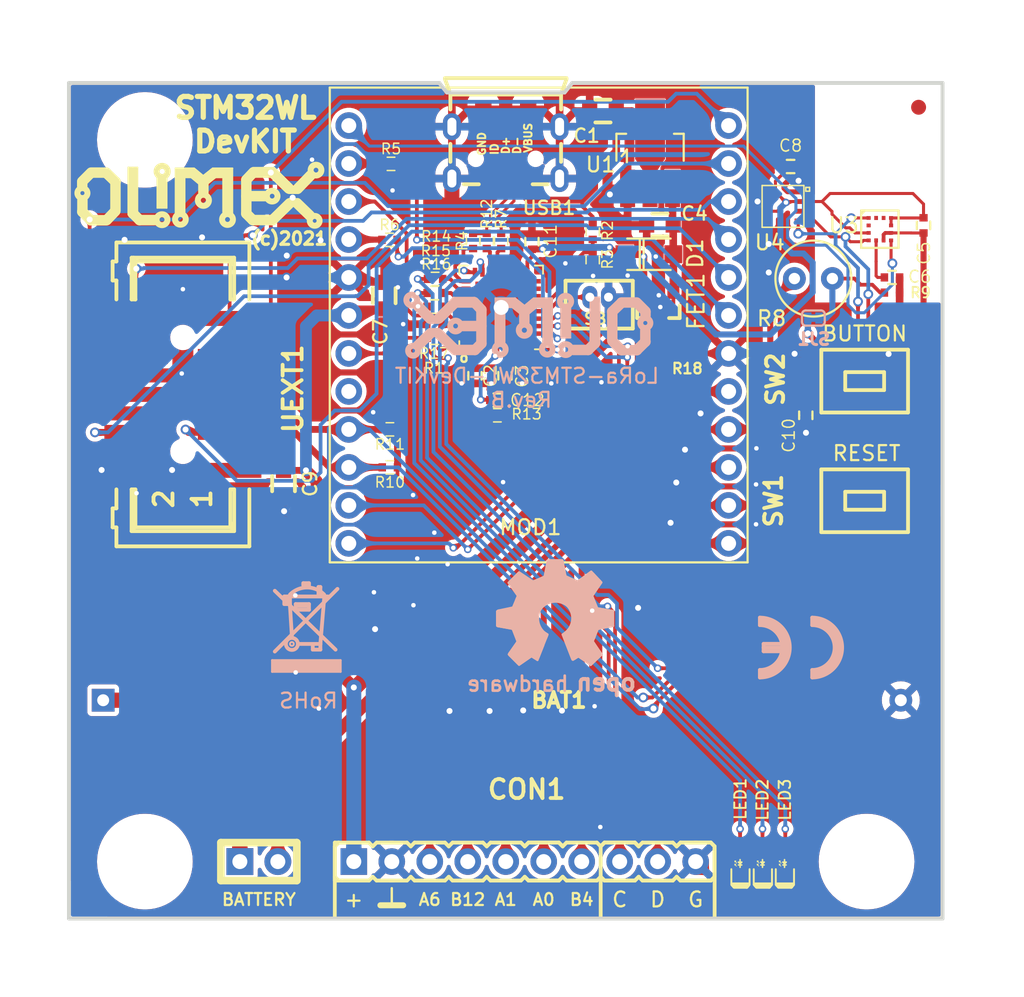
<source format=kicad_pcb>
(kicad_pcb (version 20221018) (generator pcbnew)
  (layers (0 "F.Cu" signal) (1 "In1.Cu" signal) (2 "In2.Cu" signal) (31 "B.Cu" signal) (34 "B.Paste" user) (35 "F.Paste" user) (36 "B.SilkS" user "B.Silkscreen") (37 "F.SilkS" user "F.Silkscreen") (38 "B.Mask" user) (39 "F.Mask" user) (44 "Edge.Cuts" user))
  (net 0 "")
  (net 1 "GND")
  (net 2 "NRST")
  (net 3 "PA10")
  (net 4 "+3.3V")
  (net 5 "PA9")
  (net 6 "PB4")
  (net 7 "PB2")
  (net 8 "PB12")
  (net 9 "PB6")
  (net 10 "PB7")
  (net 11 "PA7")
  (net 12 "PA5")
  (net 13 "PA6")
  (net 14 "PA11")
  (net 15 "Net-(LED1-Pad2)")
  (net 16 "PA8")
  (net 17 "PA0")
  (net 18 "PA1")
  (net 19 "PA3")
  (net 20 "PA2")
  (net 21 "PA4")
  (net 22 "Net-(BAT1-Pad1)")
  (net 23 "VDD")
  (net 24 "Net-(C6-Pad1)")
  (net 25 "Net-(FET1-Pad3)")
  (net 26 "Net-(U2-Pad20)")
  (net 27 "Net-(U2-Pad14)")
  (net 28 "Net-(USB1-Pad4)")
  (net 29 "/CMSIS-DAP/5V_USB")
  (net 30 "Net-(C12-Pad1)")
  (net 31 "/SWCLK2")
  (net 32 "/SWDIO2")
  (net 33 "Net-(LED2-Pad2)")
  (net 34 "Net-(LED3-Pad2)")
  (net 35 "/nBOOT0")
  (net 36 "/SWDIO1")
  (net 37 "/SWCLK1")
  (net 38 "/CMSIS-DAP/nRESET")
  (net 39 "/CMSIS-DAP/VDEB")
  (net 40 "Net-(R4-Pad2)")
  (net 41 "/CMSIS-DAP/USBD_DP")
  (net 42 "/CMSIS-DAP/USART_RX")
  (net 43 "/CMSIS-DAP/USART_TX")
  (net 44 "/CMSIS-DAP/USBD_N")
  (net 45 "/CMSIS-DAP/USBD_DN")
  (net 46 "/CMSIS-DAP/USBD_P")
  (net 47 "Net-(R14-Pad1)")
  (net 48 "Net-(R15-Pad1)")
  (net 49 "Net-(R16-Pad1)")
  (net 50 "Net-(U2-Pad2)")
  (net 51 "Net-(U2-Pad3)")
  (net 52 "Net-(U2-Pad6)")
  (net 53 "Net-(U2-Pad7)")
  (net 54 "Net-(U2-Pad15)")
  (net 55 "Net-(U2-Pad16)")
  (net 56 "Net-(U2-Pad19)")
  (net 57 "Net-(U2-Pad29)")
  (net 58 "Net-(U2-Pad18)")
  (net 59 "Net-(R17-Pad2)")
  (net 60 "Net-(SB1-Pad1)")
  (footprint "OLIMEX_Connectors-FP:BATTERY-1xAA" (layer "F.Cu") (at 83.57 127.64)
    (fp_text reference "BAT1")
    (fp_text value "Battery")
  )
  (footprint "OLIMEX_RLC-FP:C_0402_5MIL_DWS" (layer "F.Cu") (at 109.6518 99.3648)
    (fp_text reference "C6")
    (fp_text value "220nF")
  )
  (footprint "OLIMEX_RLC-FP:C_0603_5MIL_DWS" (layer "F.Cu") (at 75.692 100.584 90)
    (fp_text reference "C7")
    (fp_text value "4.7uF_6.3V")
  )
  (footprint "OLIMEX_RLC-FP:C_0402_5MIL_DWS" (layer "F.Cu") (at 102.87 91.948)
    (fp_text reference "C8")
    (fp_text value "220nF")
  )
  (footprint "OLIMEX_RLC-FP:C_0603_5MIL_DWS" (layer "F.Cu") (at 68.961 113.157 90)
    (fp_text reference "C9")
    (fp_text value "4.7uF_6.3V")
  )
  (footprint "OLIMEX_RLC-FP:C_0402_5MIL_DWS" (layer "F.Cu") (at 103.886 108.585 -90)
    (fp_text reference "C10")
    (fp_text value "220nF")
  )
  (footprint "OLIMEX_Connectors-FP:HN1x10" (layer "F.Cu") (at 85.09 138.43)
    (fp_text reference "CON1")
    (fp_text value "CON10")
  )
  (footprint "OLIMEX_Cases-FP:BB-STM32WLE" (layer "F.Cu") (at 86.024 103.18)
    (fp_text reference "MOD1")
    (fp_text value "BB-STM32WL")
  )
  (footprint "OLIMEX_RLC-FP:R_0402_5MIL_DWS" (layer "F.Cu") (at 76.1492 91.7702)
    (fp_text reference "R5")
    (fp_text value "220R")
  )
  (footprint "OLIMEX_RLC-FP:R_0402_5MIL_DWS" (layer "F.Cu") (at 76.0476 96.8502)
    (fp_text reference "R6")
    (fp_text value "220R")
  )
  (footprint "OLIMEX_RLC-FP:R_PHOTO" (layer "F.Cu") (at 104.394 99.441)
    (fp_text reference "R8")
    (fp_text value "R_PHOTO-Device")
  )
  (footprint "OLIMEX_RLC-FP:R_0402_SMALL" (layer "F.Cu") (at 109.6518 100.3808 180)
    (fp_text reference "R9")
    (fp_text value "10K")
  )
  (footprint "OLIMEX_RLC-FP:R_0402_5MIL_DWS" (layer "F.Cu") (at 76.073 112.0648 180)
    (fp_text reference "R10")
    (fp_text value "10k")
  )
  (footprint "OLIMEX_Buttons-FP:T1107A(6x3,8x2,5MM)" (layer "F.Cu") (at 107.823 114.3)
    (fp_text reference "SW1")
    (fp_text value "T1107A(6x3,8x2,5MM)")
  )
  (footprint "OLIMEX_Buttons-FP:T1107A(6x3,8x2,5MM)" (layer "F.Cu") (at 107.823 106.299)
    (fp_text reference "SW2")
    (fp_text value "T1107A(6x3,8x2,5MM)")
  )
  (footprint "OLIMEX_Transistors-FP:SOT89" (layer "F.Cu") (at 93.472 91.059)
    (fp_text reference "U1")
    (fp_text value "ME6210-SOT89")
  )
  (footprint "OLIMEX_IC-FP:LGA-12_2X2_0.5" (layer "F.Cu") (at 108.839 96.139)
    (fp_text reference "U3")
    (fp_text value "IIS2MDC")
  )
  (footprint "OLIMEX_IC-FP:BME280" (layer "F.Cu") (at 102.362 94.615)
    (fp_text reference "U4")
    (fp_text value "BME280")
  )
  (footprint "OLIMEX_Connectors-FP:GBH-254-SMT-10" (layer "F.Cu") (at 62.23 107.188 90)
    (fp_text reference "UEXT1")
    (fp_text value "BH10S")
  )
  (footprint "OLIMEX_Other-FP:Rubber_feet" (layer "F.Cu") (at 59.69 138.43)
    (fp_text reference "MountingHole*" hide)
    (fp_text value "Rubber_feet" hide)
  )
  (footprint "OLIMEX_Other-FP:Rubber_feet" (layer "F.Cu") (at 107.95 138.43)
    (fp_text reference "MountingHole*" hide)
    (fp_text value "Rubber_feet" hide)
  )
  (footprint "OLIMEX_Other-FP:Rubber_feet" (layer "F.Cu") (at 59.69 90.17)
    (fp_text reference "MountingHole*" hide)
    (fp_text value "Rubber_feet" hide)
  )
  (footprint "OLIMEX_Other-FP:Rubber_feet" (layer "F.Cu") (at 107.95 90.17)
    (fp_text reference "MountingHole*" hide)
    (fp_text value "Rubber_feet" hide)
  )
  (footprint "OLIMEX_Other-FP:Fiducial1x3_transp" (layer "F.Cu") (at 111.4298 87.9856)
    (fp_text reference "Ref*" hide)
    (fp_text value "Val**" hide)
  )
  (footprint "OLIMEX_Other-FP:Fiducial1x3_transp" (layer "F.Cu") (at 56.1086 140.7668)
    (fp_text reference "Ref*" hide)
    (fp_text value "Val**" hide)
  )
  (footprint "OLIMEX_LOGOs-FP:OLIMEX_LOGO_TB" (layer "F.Cu") (at 63.5 93.853)
    (fp_text reference "" hide)
    (fp_text value "" hide)
  )
  (footprint "OLIMEX_RLC-FP:R_0402_5MIL_DWS" (layer "F.Cu") (at 76.073 109.5248 180)
    (fp_text reference "R11")
    (fp_text value "10k")
  )
  (footprint "OLIMEX_RLC-FP:C_0603_5MIL_DWS" (layer "F.Cu") (at 90.3224 88.2396)
    (fp_text reference "C1")
    (fp_text value "4.7uF_6.3V")
  )
  (footprint "OLIMEX_RLC-FP:C_0402_5MIL_DWS" (layer "F.Cu") (at 81.7626 105.9434 -90)
    (fp_text reference "C2")
    (fp_text value "100n")
  )
  (footprint "OLIMEX_RLC-FP:C_0402_5MIL_DWS" (layer "F.Cu") (at 83.7692 105.9434 -90)
    (fp_text reference "C3")
    (fp_text value "100n")
  )
  (footprint "OLIMEX_RLC-FP:C_0603_5MIL_DWS" (layer "F.Cu") (at 94.1324 95.8596 180)
    (fp_text reference "C4")
    (fp_text value "4.7uF_6.3V")
  )
  (footprint "OLIMEX_RLC-FP:C_0402_5MIL_DWS" (layer "F.Cu") (at 85.5726 96.9772 90)
    (fp_text reference "C11")
    (fp_text value "2.2 uF")
  )
  (footprint "OLIMEX_RLC-FP:C_0402_5MIL_DWS" (layer "F.Cu") (at 83.2612 107.569001)
    (fp_text reference "C12")
    (fp_text value "100n")
  )
  (footprint "OLIMEX_Diodes-FP:SOD-123_KA" (layer "F.Cu") (at 93.3958 97.8154)
    (fp_text reference "D1")
    (fp_text value "1N5819")
  )
  (footprint "OLIMEX_Transistors-FP:SOT23" (layer "F.Cu") (at 94.0308 101.4476 90)
    (fp_text reference "FET1")
    (fp_text value "WPM2015")
  )
  (footprint "OLIMEX_Jumpers-FP:HN1x2_Jumper" (layer "F.Cu") (at 67.31 138.43)
    (fp_text reference "JP2" hide)
    (fp_text value "JP1E" hide)
  )
  (footprint "OLIMEX_LEDs-FP:LED_0603_KA" (layer "F.Cu") (at 99.4918 138.557 90)
    (fp_text reference "LED1")
    (fp_text value "RLED")
  )
  (footprint "OLIMEX_LEDs-FP:LED_0603_KA" (layer "F.Cu") (at 100.9904 138.557 90)
    (fp_text reference "LED2")
    (fp_text value "GLED")
  )
  (footprint "OLIMEX_LEDs-FP:LED_0603_KA" (layer "F.Cu") (at 102.4636 138.557 90)
    (fp_text reference "LED3")
    (fp_text value "YLED")
  )
  (footprint "OLIMEX_RLC-FP:R_0402_5MIL_DWS" (layer "F.Cu") (at 79.0702 103.4034)
    (fp_text reference "R1")
    (fp_text value "220R")
  )
  (footprint "OLIMEX_RLC-FP:R_0402_5MIL_DWS" (layer "F.Cu") (at 89.6366 96.3168 90)
    (fp_text reference "R2")
    (fp_text value "1.5K")
  )
  (footprint "OLIMEX_RLC-FP:R_0402_5MIL_DWS" (layer "F.Cu") (at 89.6366 98.1964 90)
    (fp_text reference "R3")
    (fp_text value "2.2K")
  )
  (footprint "OLIMEX_RLC-FP:R_0402_5MIL_DWS" (layer "F.Cu") (at 81.6356 96.9264 -90)
    (fp_text reference "R4")
    (fp_text value "1.5K")
  )
  (footprint "OLIMEX_RLC-FP:R_0402_5MIL_DWS" (layer "F.Cu") (at 83.5152 96.9264 -90)
    (fp_text reference "R7")
    (fp_text value "22R")
  )
  (footprint "OLIMEX_RLC-FP:R_0402_5MIL_DWS" (layer "F.Cu") (at 82.55 96.9264 -90)
    (fp_text reference "R12")
    (fp_text value "22R")
  )
  (footprint "OLIMEX_RLC-FP:R_0402_5MIL_DWS" (layer "F.Cu") (at 83.2612 108.585)
    (fp_text reference "R13")
    (fp_text value "10K")
  )
  (footprint "OLIMEX_RLC-FP:R_0402_5MIL_DWS" (layer "F.Cu") (at 79.0956 99.4664 180)
    (fp_text reference "R14")
    (fp_text value "2.2K")
  )
  (footprint "OLIMEX_RLC-FP:R_0402_5MIL_DWS" (layer "F.Cu") (at 79.0702 100.4062 180)
    (fp_text reference "R15")
    (fp_text value "10K")
  )
  (footprint "OLIMEX_RLC-FP:R_0402_5MIL_DWS" (layer "F.Cu") (at 79.0702 101.3206 180)
    (fp_text reference "R16")
    (fp_text value "2.2K")
  )
  (footprint "OLIMEX_RLC-FP:R_0402_5MIL_DWS" (layer "F.Cu") (at 79.0448 102.489)
    (fp_text reference "R17")
    (fp_text value "10K")
  )
  (footprint "OLIMEX_RLC-FP:R_0402_SMALL" (layer "F.Cu") (at 96.012 104.4448 180)
    (fp_text reference "R18")
    (fp_text value "10K")
  )
  (footprint "OLIMEX_IC-FP:QFN-32_EP_5.3x5.3_Pitch0.5mm" (layer "F.Cu") (at 83.5152 101.3714 90)
    (fp_text reference "U2" hide)
    (fp_text value "STM32L052K8Ux")
  )
  (footprint "OLIMEX_Connectors-FP:USB-MICRO_MISB-SWMM-5B_LF" (layer "F.Cu") (at 83.82 89.535 90)
    (fp_text reference "USB1")
    (fp_text value "USB-DEBUG")
  )
  (footprint "OLIMEX_RLC-FP:C_0402_5MIL_DWS" (layer "F.Cu") (at 111.76 95.885 -90)
    (fp_text reference "C5")
    (fp_text value "2.2uF_6.3V")
  )
  (footprint "OLIMEX_Connectors-FP:WU02S" (layer "F.Cu") (at 90.0684 100.6856)
    (fp_text reference "SB1")
    (fp_text value "SJ")
  )
  (footprint "OLIMEX_Jumpers-FP:SJ_1_SMALLER_TIED" (layer "B.Cu") (at 104.394 102.0826 180)
    (fp_text reference "SJ1")
    (fp_text value "SJ_Closed" hide)
  )
  (footprint "OLIMEX_LOGOs-FP:CE_Sign" (layer "B.Cu") (at 102.5652 124.1171 180)
    (fp_text reference "REF**" hide)
    (fp_text value "CE_Sign" hide)
  )
  (footprint "OLIMEX_LOGOs-FP:LOGO_OPENHARDWARE_8x8" (layer "B.Cu") (at 87.1347 122.2756 180)
    (fp_text reference "" hide)
    (fp_text value "" hide)
  )
  (footprint "OLIMEX_LOGOs-FP:LOGO_RECYCLEBIN_1" (layer "B.Cu") (at 72.8218 125.7808 180)
    (fp_text reference "" hide)
    (fp_text value "" hide)
  )
  (footprint "OLIMEX_LOGOs-FP:OLIMEX_LOGO_TB" (layer "B.Cu") (at 85.1662 102.5398 180)
    (fp_text reference "" hide)
    (fp_text value "" hide)
  )
  (gr_line (start 72.39 137.414) (end 72.39 142.113) (stroke (width 0.254)) (layer "F.SilkS"))
  (gr_line (start 75.438 141.351) (end 76.962 141.351) (stroke (width 0.4)) (layer "F.SilkS"))
  (gr_line (start 90.17 137.414) (end 90.17 142.113) (stroke (width 0.254)) (layer "F.SilkS"))
  (gr_line (start 76.2 140.208) (end 76.2 141.351) (stroke (width 0.16)) (layer "F.SilkS"))
  (gr_line (start 97.79 137.541) (end 97.79 142.113) (stroke (width 0.254)) (layer "F.SilkS"))
  (gr_line (start 113.03 86.36) (end 113.03 142.24) (stroke (width 0.254)) (layer "Edge.Cuts"))
  (gr_line (start 88.265 86.36) (end 113.03 86.36) (stroke (width 0.254)) (layer "Edge.Cuts"))
  (gr_line (start 87.757 86.995) (end 88.265 86.36) (stroke (width 0.254)) (layer "Edge.Cuts"))
  (gr_line (start 113.03 142.24) (end 54.61 142.24) (stroke (width 0.254)) (layer "Edge.Cuts"))
  (gr_line (start 54.61 86.36) (end 79.375 86.36) (stroke (width 0.254)) (layer "Edge.Cuts"))
  (gr_line (start 79.375 86.36) (end 79.883 86.995) (stroke (width 0.254)) (layer "Edge.Cuts"))
  (gr_line (start 54.61 142.24) (end 54.61 86.36) (stroke (width 0.254)) (layer "Edge.Cuts"))
  (gr_line (start 79.883 86.995) (end 87.757 86.995) (stroke (width 0.254)) (layer "Edge.Cuts"))
  (gr_text "LoRa-STM32WL-DevKIT\n Rev.B" (at 85.2424 106.7562) (layer "B.SilkS") (effects (font (size 1 1)) (justify mirror)))
  (gr_text "RoHS" (at 70.6247 127.6731) (layer "B.SilkS") (effects (font (size 1 1)) (justify mirror)))
  (gr_text "A1" (at 83.82 140.97) (layer "F.SilkS") (effects (font (size 0.8 0.8))))
  (gr_text "A0" (at 86.36 140.97) (layer "F.SilkS") (effects (font (size 0.8 0.8))))
  (gr_text "B4" (at 88.9 140.97) (layer "F.SilkS") (effects (font (size 0.8 0.8))))
  (gr_text "BATTERY" (at 67.31 140.97) (layer "F.SilkS") (effects (font (size 0.8 0.8))))
  (gr_text "o" (at 81.026 104.7242) (layer "F.SilkS") (effects (font (size 0.635 0.635) (thickness 0.15875))))
  (gr_text "B12" (at 81.28 140.97) (layer "F.SilkS") (effects (font (size 0.8 0.8))))
  (gr_text "RESET" (at 107.95 111.125) (layer "F.SilkS") (effects (font (size 1 1))))
  (gr_text "(c)2021" (at 69.342 96.774) (layer "F.SilkS") (effects (font (size 0.8382 0.8382) (thickness 0.20955))))
  (gr_text "STM32WL\nDevKIT" (at 66.421 89.154) (layer "F.SilkS") (effects (font (size 1.397 1.397) (thickness 0.34925))))
  (gr_text "C" (at 91.44 140.97) (layer "F.SilkS") (effects (font (size 1 1))))
  (gr_text "BUTTON" (at 107.823 103.124) (layer "F.SilkS") (effects (font (size 1 1))))
  (gr_text "A6" (at 78.74 140.97) (layer "F.SilkS") (effects (font (size 0.8 0.8))))
  (gr_text "D" (at 93.98 140.97) (layer "F.SilkS") (effects (font (size 1 1))))
  (gr_text "G" (at 96.52 140.97) (layer "F.SilkS") (effects (font (size 1 1))))
  (gr_text "+" (at 73.66 140.97) (layer "F.SilkS") (effects (font (size 1 1))))
  (segment (start 78.232 98.3488) (end 78.232 98.3488) (width 1) (layer "F.Cu") (net 1))
  (segment (start 78.867 98.3488) (end 78.232 98.3488) (width 1) (layer "F.Cu") (net 1))
  (segment (start 79.5528 98.3488) (end 78.867 98.3488) (width 1) (layer "F.Cu") (net 1))
  (segment (start 95.40932 115.879301) (end 100.200546 115.879301) (width 0.405) (layer "F.Cu") (net 1))
  (segment (start 69.1642 99.824419) (end 72.52048 103.180699) (width 0.405) (layer "F.Cu") (net 1))
  (segment (start 76.2762 99.695) (end 76.6064 100.0252) (width 0.508) (layer "F.Cu") (net 1))
  (segment (start 95.303219 115.7732) (end 95.40932 115.879301) (width 0.405) (layer "F.Cu") (net 1))
  (segment (start 95.2246 113.0808) (end 95.684219 113.0808) (width 0.405) (layer "F.Cu") (net 1))
  (segment (start 75.2094 98.1202) (end 75.692 98.6028) (width 0.25) (layer "F.Cu") (net 1))
  (segment (start 59.105 112.268) (end 61.4807 112.268) (width 0.25) (layer "F.Cu") (net 1))
  (segment (start 99.4918 139.319) (end 97.408999 139.318999) (width 0.25) (layer "F.Cu") (net 1))
  (segment (start 98.114735 110.800699) (end 100.224548 110.800699) (width 0.405) (layer "F.Cu") (net 1))
  (segment (start 91.9734 95.9104) (end 91.9607 95.8596) (width 0.508) (layer "F.Cu") (net 1))
  (segment (start 111.76 96.393) (end 111.76 102.1461) (width 0.405) (layer "F.Cu") (net 1))
  (segment (start 90.784356 94.272998) (end 90.784356 93.813379) (width 0.508) (layer "F.Cu") (net 1))
  (segment (start 70.503201 93.098199) (end 75.800799 93.098199) (width 0.25) (layer "F.Cu") (net 1))
  (segment (start 68.961 114.9604) (end 68.9991 114.9985) (width 0.25) (layer "F.Cu") (net 1))
  (segment (start 62.1538 105.791) (end 70.245036 105.791) (width 0.405) (layer "F.Cu") (net 1))
  (segment (start 110.1598 103.7463) (end 109.4232 104.4829) (width 0.508) (layer "F.Cu") (net 1))
  (segment (start 56.8198 112.268) (end 56.7944 112.2426) (width 0.25) (layer "F.Cu") (net 1))
  (segment (start 86.27 88.135) (end 87.42 89.285) (width 0.508) (layer "F.Cu") (net 1))
  (segment (start 94.8436 115.7732) (end 95.303219 115.7732) (width 0.405) (layer "F.Cu") (net 1))
  (segment (start 70.245036 105.791) (end 72.714735 108.260699) (width 0.405) (layer "F.Cu") (net 1))
  (segment (start 59.105 112.268) (end 56.8198 112.268) (width 0.25) (layer "F.Cu") (net 1))
  (segment (start 72.52048 103.180699) (end 75.916748 103.180699) (width 0.405) (layer "F.Cu") (net 1))
  (segment (start 75.800799 93.098199) (end 76.2508 93.5482) (width 0.25) (layer "F.Cu") (net 1))
  (segment (start 82.4325 92.685) (end 82.4325 94.018) (width 0.508) (layer "F.Cu") (net 1))
  (segment (start 98.7188 104.4448) (end 98.724 104.45) (width 0.25) (layer "F.Cu") (net 1))
  (segment (start 81.37 88.135) (end 80.22 89.285) (width 0.508) (layer "F.Cu") (net 1))
  (segment (start 100.205047 115.8748) (end 100.5586 115.8748) (width 0.405) (layer "F.Cu") (net 1))
  (segment (start 109.601 104.3051) (end 109.4232 104.4829) (width 0.405) (layer "F.Cu") (net 1))
  (segment (start 109.089 96.5015) (end 109.089 96.889) (width 0.25) (layer "F.Cu") (net 1))
  (segment (start 75.692 99.695) (end 73.649 99.695) (width 0.4572) (layer "F.Cu") (net 1))
  (segment (start 68.961 114.046) (end 68.961 114.9604) (width 0.25) (layer "F.Cu") (net 1))
  (segment (start 78.5368 102.489) (end 76.962 102.489) (width 0.508) (layer "F.Cu") (net 1))
  (segment (start 69.1642 99.3648) (end 69.1642 99.824419) (width 0.405) (layer "F.Cu") (net 1))
  (segment (start 62.507353 105.791) (end 62.1538 105.791) (width 0.405) (layer "F.Cu") (net 1))
  (segment (start 62.579052 105.719301) (end 62.507353 105.791) (width 0.405) (layer "F.Cu") (net 1))
  (segment (start 82.32 88.135) (end 85.32 88.135) (width 0.508) (layer "F.Cu") (net 1))
  (segment (start 100.6654 94.29) (end 100.6602 94.2848) (width 0.2032) (layer "F.Cu") (net 1))
  (segment (start 89.6366 98.7044) (end 89.6366 99.2378) (width 0.25) (layer "F.Cu") (net 1))
  (segment (start 110.1598 99.3648) (end 110.1598 100.3808) (width 0.508) (layer "F.Cu") (net 1))
  (segment (start 83.7692 106.4514) (end 83.7692 107.569001) (width 0.25) (layer "F.Cu") (net 1))
  (segment (start 110.9432 96.389) (end 110.9472 96.393) (width 0.2032) (layer "F.Cu") (net 1))
  (segment (start 100.200546 115.879301) (end 100.205047 115.8748) (width 0.405) (layer "F.Cu") (net 1))
  (segment (start 74.9554 106.742834) (end 73.931867 105.719301) (width 0.405) (layer "F.Cu") (net 1))
  (segment (start 73.649 99.695) (end 73.324 99.37) (width 0.4572) (layer "F.Cu") (net 1))
  (segment (start 103.387 93.64) (end 103.387 92.8841) (width 0.2032) (layer "F.Cu") (net 1))
  (segment (start 85.32 88.135) (end 86.27 88.135) (width 0.508) (layer "F.Cu") (net 1))
  (segment (start 101.337 94.29) (end 100.6654 94.29) (width 0.2032) (layer "F.Cu") (net 1))
  (segment (start 81.7626 106.4514) (end 80.8736 106.4514) (width 0.508) (layer "F.Cu") (net 1))
  (segment (start 75.916748 103.180699) (end 76.608447 102.489) (width 0.405) (layer "F.Cu") (net 1))
  (segment (start 72.714735 108.260699) (end 74.480746 108.260699) (width 0.405) (layer "F.Cu") (net 1))
  (segment (start 80.22 94.163) (end 80.22 92.755) (width 0.508) (layer "F.Cu") (net 1))
  (segment (start 96.52 104.4448) (end 98.7188 104.4448) (width 0.25) (layer "F.Cu") (net 1))
  (segment (start 82.0133 94.4372) (end 80.4942 94.4372) (width 0.508) (layer "F.Cu") (net 1))
  (segment (start 82.8548 106.4514) (end 83.7692 106.4514) (width 0.25) (layer "F.Cu") (net 1))
  (segment (start 75.692 99.695) (end 76.2762 99.695) (width 0.508) (layer "F.Cu") (net 1))
  (segment (start 103.886 109.093) (end 103.886 109.7407) (width 0.2032) (layer "F.Cu") (net 1))
  (segment (start 74.480746 108.260699) (end 74.601847 108.3818) (width 0.405) (layer "F.Cu") (net 1))
  (segment (start 82.32 88.135) (end 81.37 88.135) (width 0.508) (layer "F.Cu") (net 1))
  (segment (start 75.692 98.6028) (end 75.692 99.695) (width 0.25) (layer "F.Cu") (net 1))
  (segment (start 80.1878 96.774) (end 80.1878 97.7138) (width 1) (layer "F.Cu") (net 1))
  (segment (start 82.4325 94.018) (end 82.0133 94.4372) (width 0.508) (layer "F.Cu") (net 1))
  (segment (start 91.9607 95.8596) (end 93.2434 95.8596) (width 0.508) (layer "F.Cu") (net 1))
  (segment (start 95.684219 113.0808) (end 95.94272 113.339301) (width 0.405) (layer "F.Cu") (net 1))
  (segment (start 90.784356 94.721356) (end 90.784356 94.272998) (width 0.508) (layer "F.Cu") (net 1))
  (segment (start 72.6694 98.1202) (end 75.2094 98.1202) (width 0.25) (layer "F.Cu") (net 1))
  (segment (start 95.8088 110.8837) (end 98.031734 110.8837) (width 0.405) (layer "F.Cu") (net 1))
  (segment (start 69.5706 94.0308) (end 70.503201 93.098199) (width 0.25) (layer "F.Cu") (net 1))
  (segment (start 80.1878 97.7138) (end 79.5528 98.3488) (width 1) (layer "F.Cu") (net 1))
  (segment (start 103.387 91.957) (end 103.378 91.948) (width 0.2032) (layer "F.Cu") (net 1))
  (segment (start 76.608447 102.489) (end 76.962 102.489) (width 0.405) (layer "F.Cu") (net 1))
  (segment (start 80.22 96.7418) (end 80.1878 96.774) (width 1) (layer "F.Cu") (net 1))
  (segment (start 91.9734 95.17253) (end 91.9734 95.9104) (width 0.508) (layer "F.Cu") (net 1))
  (segment (start 83.7692 106.4514) (end 84.9122 106.4514) (width 0.508) (layer "F.Cu") (net 1))
  (segment (start 61.4807 112.268) (end 61.5061 112.2426) (width 0.25) (layer "F.Cu") (net 1))
  (segment (start 81.7626 106.4514) (end 82.8548 106.4514) (width 0.25) (layer "F.Cu") (net 1))
  (segment (start 91.97086 93.41104) (end 91.97086 95.16999) (width 0.508) (layer "F.Cu") (net 1))
  (segment (start 89.6366 99.2378) (end 89.662 99.2632) (width 0.25) (layer "F.Cu") (net 1))
  (segment (start 111.76 102.1461) (end 109.4232 104.4829) (width 0.405) (layer "F.Cu") (net 1))
  (segment (start 74.601847 108.3818) (end 74.9554 108.3818) (width 0.405) (layer "F.Cu") (net 1))
  (segment (start 91.97086 95.16999) (end 91.9734 95.17253) (width 0.508) (layer "F.Cu") (net 1))
  (segment (start 103.886 109.7407) (end 103.8987 109.7534) (width 0.2032) (layer "F.Cu") (net 1))
  (segment (start 98.031734 110.8837) (end 98.114735 110.800699) (width 0.405) (layer "F.Cu") (net 1))
  (segment (start 95.94272 113.339301) (end 100.073546 113.339301) (width 0.405) (layer "F.Cu") (net 1))
  (segment (start 100.9904 139.319) (end 99.4918 139.319) (width 0.25) (layer "F.Cu") (net 1))
  (segment (start 110.9472 96.393) (end 111.76 96.393) (width 0.2032) (layer "F.Cu") (net 1))
  (segment (start 97.408999 139.318999) (end 96.52 138.43) (width 0.25) (layer "F.Cu") (net 1))
  (segment (start 76.6064 102.1334) (end 76.962 102.489) (width 0.25) (layer "F.Cu") (net 1))
  (segment (start 71.4375 96.8883) (end 72.6694 98.1202) (width 0.25) (layer "F.Cu") (net 1))
  (segment (start 109.589 96.389) (end 109.2015 96.389) (width 0.25) (layer "F.Cu") (net 1))
  (segment (start 100.230447 110.7948) (end 100.584 110.7948) (width 0.405) (layer "F.Cu") (net 1))
  (segment (start 73.931867 105.719301) (end 62.579052 105.719301) (width 0.405) (layer "F.Cu") (net 1))
  (segment (start 100.224548 110.800699) (end 100.230447 110.7948) (width 0.405) (layer "F.Cu") (net 1))
  (segment (start 89.4334 88.2396) (end 88.4654 88.2396) (width 0.508) (layer "F.Cu") (net 1))
  (segment (start 100.205047 113.2078) (end 100.5586 113.2078) (width 0.405) (layer "F.Cu") (net 1))
  (segment (start 102.4636 139.319) (end 100.9904 139.319) (width 0.25) (layer "F.Cu") (net 1))
  (segment (start 109.589 96.389) (end 110.9432 96.389) (width 0.2032) (layer "F.Cu") (net 1))
  (segment (start 110.1598 100.3808) (end 110.1598 103.7463) (width 0.508) (layer "F.Cu") (net 1))
  (segment (start 76.6064 100.0252) (end 76.6064 102.1334) (width 0.25) (layer "F.Cu") (net 1))
  (segment (start 100.073546 113.339301) (end 100.205047 113.2078) (width 0.405) (layer "F.Cu") (net 1))
  (segment (start 88.4654 88.2396) (end 87.42 89.285) (width 0.508) (layer "F.Cu") (net 1))
  (segment (start 109.2015 96.389) (end 109.089 96.5015) (width 0.25) (layer "F.Cu") (net 1))
  (segment (start 80.4942 94.4372) (end 80.22 94.163) (width 0.508) (layer "F.Cu") (net 1))
  (segment (start 91.9734 95.9104) (end 90.784356 94.721356) (width 0.508) (layer "F.Cu") (net 1))
  (segment (start 103.387 92.8841) (end 103.387 91.957) (width 0.2032) (layer "F.Cu") (net 1))
  (segment (start 74.9554 108.3818) (end 74.9554 106.742834) (width 0.405) (layer "F.Cu") (net 1))
  (segment (start 80.22 92.755) (end 80.22 96.7418) (width 1) (layer "F.Cu") (net 1))
  (segment (start 103.387 92.8841) (end 103.4034 92.9005) (width 0.2032) (layer "F.Cu") (net 1))
  (via (at 101.4095 97.1296) (size 0.65) (drill 0.4) (layers "F.Cu" "B.Cu") (net 1))
  (via (at 75.0824 122.8852) (size 0.65) (drill 0.4) (layers "F.Cu" "B.Cu") (net 1))
  (via (at 80.0608 128.3589) (size 0.65) (drill 0.4) (layers "F.Cu" "B.Cu") (net 1))
  (via (at 82.7405 128.3589) (size 0.65) (drill 0.4) (layers "F.Cu" "B.Cu") (net 1))
  (via (at 84.9884 128.3208) (size 0.65) (drill 0.4) (layers "F.Cu" "B.Cu") (net 1))
  (via (at 87.5792 128.3335) (size 0.65) (drill 0.4) (layers "F.Cu" "B.Cu") (net 1))
  (via (at 103.1367 104.4702) (size 0.65) (drill 0.4) (layers "F.Cu" "B.Cu") (net 1))
  (via (at 56.7944 112.2426) (size 0.65) (drill 0.4) (layers "F.Cu" "B.Cu") (net 1))
  (via (at 109.4232 104.4829) (size 0.65) (drill 0.4) (layers "F.Cu" "B.Cu") (net 1))
  (via (at 79.0448 116.4336) (size 0.5) (drill 0.3) (layers "F.Cu" "B.Cu") (net 1))
  (via (at 69.1769 97.9043) (size 0.65) (drill 0.4) (layers "F.Cu" "B.Cu") (net 1))
  (via (at 87.8078 98.425) (size 0.5) (drill 0.3) (layers "F.Cu" "B.Cu") (net 1))
  (via (at 100.5586 115.8748) (size 0.5) (drill 0.3) (layers "F.Cu" "B.Cu") (net 1))
  (via (at 69.7738 125.7808) (size 0.5) (drill 0.3) (layers "F.Cu" "B.Cu") (net 1))
  (via (at 61.5061 112.2426) (size 0.65) (drill 0.4) (layers "F.Cu" "B.Cu") (net 1))
  (via (at 69.7484 120.6246) (size 0.5) (drill 0.3) (layers "F.Cu" "B.Cu") (net 1))
  (via (at 77.6478 121.285) (size 0.5) (drill 0.3) (layers "F.Cu" "B.Cu") (net 1))
  (via (at 76.962 102.489) (size 0.5) (drill 0.3) (layers "F.Cu" "B.Cu") (net 1))
  (via (at 71.4375 96.8883) (size 0.65) (drill 0.4) (layers "F.Cu" "B.Cu") (net 1))
  (via (at 92.6719 121.4628) (size 0.65) (drill 0.4) (layers "F.Cu" "B.Cu") (net 1))
  (via (at 90.3986 102.5906) (size 0.5) (drill 0.3) (layers "F.Cu" "B.Cu") (net 1))
  (via (at 77.9018 118.1608) (size 0.5) (drill 0.3) (layers "F.Cu" "B.Cu") (net 1))
  (via (at 59.1312 113.792) (size 0.5) (drill 0.3) (layers "F.Cu" "B.Cu") (net 1))
  (via (at 91.9734 99.2378) (size 0.5) (drill 0.3) (layers "F.Cu" "B.Cu") (net 1))
  (via (at 84.9122 106.4514) (size 0.5) (drill 0.3) (layers "F.Cu" "B.Cu") (net 1))
  (via (at 79.9338 118.5418) (size 0.5) (drill 0.3) (layers "F.Cu" "B.Cu") (net 1))
  (via (at 100.5586 113.2078) (size 0.5) (drill 0.3) (layers "F.Cu" "B.Cu") (net 1))
  (via (at 101.4095 99.0346) (size 0.65) (drill 0.4) (layers "F.Cu" "B.Cu") (net 1))
  (via (at 78.867 98.3488) (size 0.5) (drill 0.3) (layers "F.Cu" "B.Cu") (net 1))
  (via (at 93.853 97.9678) (size 0.5) (drill 0.3) (layers "F.Cu" "B.Cu") (net 1))
  (via (at 62.1538 105.791) (size 0.5) (drill 0.3) (layers "F.Cu" "B.Cu") (net 1))
  (via (at 82.8548 106.4514) (size 0.5) (drill 0.3) (layers "F.Cu" "B.Cu") (net 1))
  (via (at 76.2508 93.5482) (size 0.5) (drill 0.3) (layers "F.Cu" "B.Cu") (net 1))
  (via (at 90.1446 136.1186) (size 0.5) (drill 0.3) (layers "F.Cu" "B.Cu") (net 1))
  (via (at 75.0062 120.4214) (size 0.5) (drill 0.3) (layers "F.Cu" "B.Cu") (net 1))
  (via (at 100.6602 94.2848) (size 0.65) (drill 0.4) (layers "F.Cu" "B.Cu") (net 1))
  (via (at 103.4034 92.9005) (size 0.65) (drill 0.4) (layers "F.Cu" "B.Cu") (net 1))
  (via (at 94.1578 101.346) (size 0.5) (drill 0.3) (layers "F.Cu" "B.Cu") (net 1))
  (via (at 89.662 99.2632) (size 0.5) (drill 0.3) (layers "F.Cu" "B.Cu") (net 1))
  (via (at 80.8736 106.4514) (size 0.5) (drill 0.3) (layers "F.Cu" "B.Cu") (net 1))
  (via (at 103.8987 109.7534) (size 0.65) (drill 0.4) (layers "F.Cu" "B.Cu") (net 1))
  (via (at 78.232 98.3488) (size 0.5) (drill 0.3) (layers "F.Cu" "B.Cu") (net 1))
  (via (at 77.6224 113.919) (size 0.5) (drill 0.3) (layers "F.Cu" "B.Cu") (net 1))
  (via (at 68.9991 114.9985) (size 0.65) (drill 0.4) (layers "F.Cu" "B.Cu") (net 1))
  (via (at 83.6422 113.0554) (size 0.5) (drill 0.3) (layers "F.Cu" "B.Cu") (net 1))
  (via (at 90.2208 106.3752) (size 0.5) (drill 0.3) (layers "F.Cu" "B.Cu") (net 1))
  (via (at 90.784356 93.813379) (size 0.65) (drill 0.4) (layers "F.Cu" "B.Cu") (net 1))
  (via (at 89.7636 128.0414) (size 0.5) (drill 0.3) (layers "F.Cu" "B.Cu") (net 1))
  (via (at 96.8502 108.458) (size 0.65) (drill 0.4) (layers "F.Cu" "B.Cu") (net 1))
  (via (at 94.8436 115.7732) (size 0.65) (drill 0.4) (layers "F.Cu" "B.Cu") (net 1))
  (via (at 70.866 91.4908) (size 0.5) (drill 0.3) (layers "F.Cu" "B.Cu") (net 1))
  (via (at 63.5127 96.6851) (size 0.65) (drill 0.4) (layers "F.Cu" "B.Cu") (net 1))
  (via (at 95.2246 113.0808) (size 0.65) (drill 0.4) (layers "F.Cu" "B.Cu") (net 1))
  (via (at 100.584 110.7948) (size 0.5) (drill 0.3) (layers "F.Cu" "B.Cu") (net 1))
  (via (at 86.868 106.4514) (size 0.5) (drill 0.3) (layers "F.Cu" "B.Cu") (net 1))
  (via (at 71.3232 128.1938) (size 0.5) (drill 0.3) (layers "F.Cu" "B.Cu") (net 1))
  (via (at 74.9554 108.3818) (size 0.5) (drill 0.3) (layers "F.Cu" "B.Cu") (net 1))
  (via (at 69.1642 99.3648) (size 0.65) (drill 0.4) (layers "F.Cu" "B.Cu") (net 1))
  (via (at 76.6064 100.0252) (size 0.5) (drill 0.3) (layers "F.Cu" "B.Cu") (net 1))
  (via (at 62.23 100.1522) (size 0.5) (drill 0.3) (layers "F.Cu" "B.Cu") (net 1))
  (via (at 58.3311 96.8502) (size 0.65) (drill 0.4) (layers "F.Cu" "B.Cu") (net 1))
  (via (at 79.5528 98.3488) (size 0.5) (drill 0.3) (layers "F.Cu" "B.Cu") (net 1))
  (via (at 95.8088 110.8837) (size 0.65) (drill 0.4) (layers "F.Cu" "B.Cu") (net 1))
  (via (at 94.0562 100.5586) (size 0.5) (drill 0.3) (layers "F.Cu" "B.Cu") (net 1))
  (via (at 69.5706 94.0308) (size 0.65) (drill 0.4) (layers "F.Cu" "B.Cu") (net 1))
  (segment (start 78.5114 115.9002) (end 79.0448 116.4336) (width 0.25) (layer "B.Cu") (net 1))
  (segment (start 101.4095 97.1296) (end 101.4095 99.0346) (width 0.405) (layer "B.Cu") (net 1))
  (segment (start 74.8792 92.1766) (end 76.2508 93.5482) (width 0.25) (layer "B.Cu") (net 1))
  (segment (start 109.4105 104.4702) (end 109.4232 104.4829) (width 0.4572) (layer "B.Cu") (net 1))
  (segment (start 103.1367 104.4702) (end 109.4105 104.4702) (width 0.4572) (layer "B.Cu") (net 1))
  (segment (start 77.121599 113.418199) (end 77.6224 113.919) (width 0.25) (layer "B.Cu") (net 1))
  (segment (start 85.979 103.8352) (end 85.979 105.3846) (width 0.508) (layer "B.Cu") (net 1))
  (segment (start 83.5152 101.3714) (end 85.979 103.8352) (width 0.508) (layer "B.Cu") (net 1))
  (segment (start 69.1642 99.3648) (end 73.3188 99.3648) (width 0.4572) (layer "B.Cu") (net 1))
  (segment (start 73.787266 90.4494) (end 74.8792 91.541334) (width 0.25) (layer "B.Cu") (net 1))
  (segment (start 85.979 105.3846) (end 84.9122 106.4514) (width 0.508) (layer "B.Cu") (net 1))
  (segment (start 74.8792 91.541334) (end 74.8792 92.1766) (width 0.25) (layer "B.Cu") (net 1))
  (segment (start 100.6602 96.3803) (end 101.4095 97.1296) (width 0.405) (layer "B.Cu") (net 1))
  (segment (start 71.9074 90.4494) (end 73.787266 90.4494) (width 0.25) (layer "B.Cu") (net 1))
  (segment (start 70.579401 113.418199) (end 77.121599 113.418199) (width 0.25) (layer "B.Cu") (net 1))
  (segment (start 98.724 104.45) (end 103.1165 104.45) (width 0.4572) (layer "B.Cu") (net 1))
  (segment (start 69.9008 115.9002) (end 78.5114 115.9002) (width 0.25) (layer "B.Cu") (net 1))
  (segment (start 73.3188 99.3648) (end 73.324 99.37) (width 0.4572) (layer "B.Cu") (net 1))
  (segment (start 70.866 91.4908) (end 71.9074 90.4494) (width 0.25) (layer "B.Cu") (net 1))
  (segment (start 68.9991 114.9985) (end 69.9008 115.9002) (width 0.25) (layer "B.Cu") (net 1))
  (segment (start 100.6602 94.2848) (end 100.6602 96.3803) (width 0.405) (layer "B.Cu") (net 1))
  (segment (start 103.1165 104.45) (end 103.1367 104.4702) (width 0.4572) (layer "B.Cu") (net 1))
  (segment (start 68.9991 114.9985) (end 70.579401 113.418199) (width 0.25) (layer "B.Cu") (net 1))
  (segment (start 79.179396 104.757196) (end 79.966641 104.757196) (width 0.25) (layer "F.Cu") (net 2))
  (segment (start 75.6106 104.45) (end 73.324 104.45) (width 0.25) (layer "F.Cu") (net 2))
  (segment (start 94.970576 125.501424) (end 93.979976 125.501424) (width 0.25) (layer "F.Cu") (net 2))
  (segment (start 78.5622 104.14) (end 79.179396 104.757196) (width 0.25) (layer "F.Cu") (net 2))
  (segment (start 78.5622 103.4034) (end 78.5622 104.14) (width 0.25) (layer "F.Cu") (net 2))
  (segment (start 78.5622 103.4034) (end 76.6572 103.4034) (width 0.25) (layer "F.Cu") (net 2))
  (segment (start 76.6572 103.4034) (end 75.6106 104.45) (width 0.25) (layer "F.Cu") (net 2))
  (segment (start 103.886 116.586) (end 94.970576 125.501424) (width 0.25) (layer "F.Cu") (net 2))
  (segment (start 103.886 114.3) (end 103.886 116.586) (width 0.25) (layer "F.Cu") (net 2))
  (via (at 93.979976 125.501424) (size 0.5) (drill 0.3) (layers "F.Cu" "B.Cu") (net 2))
  (via (at 79.966641 104.757196) (size 0.5) (drill 0.3) (layers "F.Cu" "B.Cu") (net 2))
  (segment (start 79.966641 105.110749) (end 79.841651 105.235739) (width 0.25) (layer "B.Cu") (net 2))
  (segment (start 90.683346 120.5992) (end 91.2622 121.178054) (width 0.25) (layer "B.Cu") (net 2))
  (segment (start 79.966641 104.757196) (end 79.966641 105.110749) (width 0.25) (layer "B.Cu") (net 2))
  (segment (start 91.2622 121.178054) (end 91.2622 122.783648) (width 0.25) (layer "B.Cu") (net 2))
  (segment (start 89.936814 120.5992) (end 90.683346 120.5992) (width 0.25) (layer "B.Cu") (net 2))
  (segment (start 79.841651 110.504037) (end 89.936814 120.5992) (width 0.25) (layer "B.Cu") (net 2))
  (segment (start 79.841651 105.235739) (end 79.841651 110.504037) (width 0.25) (layer "B.Cu") (net 2))
  (segment (start 91.2622 122.783648) (end 93.979976 125.501424) (width 0.25) (layer "B.Cu") (net 2))
  (segment (start 68.482062 108.4961) (end 72.055962 112.07) (width 0.4572) (layer "F.Cu") (net 3))
  (segment (start 72.066765 112.07) (end 73.324 112.07) (width 0.4572) (layer "F.Cu") (net 3))
  (segment (start 59.105 107.188) (end 61.6872 107.188) (width 0.4572) (layer "F.Cu") (net 3))
  (segment (start 105.4786 96.5784) (end 103.8402 94.94) (width 0.2032) (layer "F.Cu") (net 3))
  (segment (start 107.7483 96.889) (end 107.660111 96.977189) (width 0.2032) (layer "F.Cu") (net 3))
  (segment (start 61.6872 107.188) (end 62.9953 108.4961) (width 0.4572) (layer "F.Cu") (net 3))
  (segment (start 105.4786 96.5784) (end 105.55239 96.65219) (width 0.2032) (layer "F.Cu") (net 3))
  (segment (start 105.55239 96.65219) (end 106.541384 96.65219) (width 0.2032) (layer "F.Cu") (net 3))
  (segment (start 75.565 112.0648) (end 73.3292 112.0648) (width 0.4572) (layer "F.Cu") (net 3))
  (segment (start 93.7006 128.1938) (end 93.7006 128.016) (width 0.25) (layer "F.Cu") (net 3))
  (segment (start 72.055962 112.07) (end 72.066765 112.07) (width 0.4572) (layer "F.Cu") (net 3))
  (segment (start 93.7006 128.016) (end 108.0643 113.6523) (width 0.25) (layer "F.Cu") (net 3))
  (segment (start 108.089 96.889) (end 107.7483 96.889) (width 0.2032) (layer "F.Cu") (net 3))
  (segment (start 106.866383 96.977189) (end 106.541384 96.65219) (width 0.2032) (layer "F.Cu") (net 3))
  (segment (start 107.660111 96.977189) (end 106.866383 96.977189) (width 0.2032) (layer "F.Cu") (net 3))
  (segment (start 62.9953 108.4961) (end 68.482062 108.4961) (width 0.4572) (layer "F.Cu") (net 3))
  (segment (start 108.0643 113.6523) (end 108.0643 100.4824) (width 0.25) (layer "F.Cu") (net 3))
  (segment (start 103.8402 94.94) (end 103.387 94.94) (width 0.2032) (layer "F.Cu") (net 3))
  (segment (start 73.3292 112.0648) (end 73.324 112.07) (width 0.4572) (layer "F.Cu") (net 3))
  (via (at 93.7006 128.1938) (size 0.65) (drill 0.4) (layers "F.Cu" "B.Cu") (net 3))
  (via (at 108.0643 100.4824) (size 0.65) (drill 0.4) (layers "F.Cu" "B.Cu") (net 3))
  (via (at 106.541384 96.65219) (size 0.65) (drill 0.4) (layers "F.Cu" "B.Cu") (net 3))
  (segment (start 106.541384 97.295784) (end 106.541384 96.65219) (width 0.25) (layer "B.Cu") (net 3))
  (segment (start 108.0643 100.4824) (end 108.0643 98.8187) (width 0.25) (layer "B.Cu") (net 3))
  (segment (start 93.6625 128.2319) (end 93.7006 128.1938) (width 0.25) (layer "B.Cu") (net 3))
  (segment (start 92.800946 128.2319) (end 93.6371 128.2319) (width 0.25) (layer "B.Cu") (net 3))
  (segment (start 73.324 112.07) (end 76.639046 112.07) (width 0.25) (layer "B.Cu") (net 3))
  (segment (start 76.639046 112.07) (end 92.800946 128.2319) (width 0.25) (layer "B.Cu") (net 3))
  (segment (start 93.6371 128.2319) (end 93.6625 128.2319) (width 0.25) (layer "B.Cu") (net 3))
  (segment (start 108.0643 98.8187) (end 106.541384 97.295784) (width 0.25) (layer "B.Cu") (net 3))
  (segment (start 94.97314 95.81134) (end 95.0214 95.8596) (width 0.508) (layer "F.Cu") (net 4))
  (segment (start 95.0214 95.8596) (end 95.0214 97.806) (width 0.508) (layer "F.Cu") (net 4))
  (segment (start 95.0308 104.3272) (end 95.0308 100.3476) (width 0.25) (layer "F.Cu") (net 4))
  (segment (start 95.0214 97.806) (end 95.0308 97.8154) (width 0.508) (layer "F.Cu") (net 4))
  (segment (start 95.0308 97.8154) (end 95.0308 100.3476) (width 0.508) (layer "F.Cu") (net 4))
  (segment (start 95.504 104.4448) (end 95.1484 104.4448) (width 0.25) (layer "F.Cu") (net 4))
  (segment (start 94.97314 93.41104) (end 94.97314 95.81134) (width 0.508) (layer "F.Cu") (net 4))
  (segment (start 95.1484 104.4448) (end 95.0308 104.3272) (width 0.25) (layer "F.Cu") (net 4))
  (segment (start 73.324 109.53) (end 75.5598 109.53) (width 0.4572) (layer "F.Cu") (net 5))
  (segment (start 75.5598 109.53) (end 75.565 109.5248) (width 0.4572) (layer "F.Cu") (net 5))
  (segment (start 93.0148 127.4572) (end 93.619816 127.4572) (width 0.25) (layer "F.Cu") (net 5))
  (segment (start 68.072 107.188) (end 70.414 109.53) (width 0.4572) (layer "F.Cu") (net 5))
  (segment (start 103.378 95.599) (end 103.387 95.59) (width 0.2032) (layer "F.Cu") (net 5))
  (segment (start 70.414 109.53) (end 73.324 109.53) (width 0.4572) (layer "F.Cu") (net 5))
  (segment (start 65.355 107.188) (end 68.072 107.188) (width 0.4572) (layer "F.Cu") (net 5))
  (segment (start 107.3785 113.698516) (end 107.3785 101.437319) (width 0.25) (layer "F.Cu") (net 5))
  (segment (start 108.089 95.389) (end 106.9347 95.389) (width 0.2032) (layer "F.Cu") (net 5))
  (segment (start 103.378 96.4438) (end 103.378 95.599) (width 0.2032) (layer "F.Cu") (net 5))
  (segment (start 107.3785 101.437319) (end 107.3785 100.9777) (width 0.25) (layer "F.Cu") (net 5))
  (segment (start 93.619816 127.4572) (end 107.3785 113.698516) (width 0.25) (layer "F.Cu") (net 5))
  (segment (start 106.9347 95.389) (end 106.9213 95.4024) (width 0.2032) (layer "F.Cu") (net 5))
  (via (at 93.0148 127.4572) (size 0.65) (drill 0.4) (layers "F.Cu" "B.Cu") (net 5))
  (via (at 107.3785 100.9777) (size 0.65) (drill 0.4) (layers "F.Cu" "B.Cu") (net 5))
  (via (at 103.378 96.4438) (size 0.65) (drill 0.4) (layers "F.Cu" "B.Cu") (net 5))
  (via (at 106.9213 95.4024) (size 0.65) (drill 0.4) (layers "F.Cu" "B.Cu") (net 5))
  (segment (start 92.63126 127.4572) (end 93.0148 127.4572) (width 0.25) (layer "B.Cu") (net 5))
  (segment (start 74.70406 109.53) (end 92.63126 127.4572) (width 0.25) (layer "B.Cu") (net 5))
  (segment (start 105.8799 97.239316) (end 105.8799 96.4438) (width 0.25) (layer "B.Cu") (net 5))
  (segment (start 107.3785 100.9777) (end 107.3785 98.737916) (width 0.25) (layer "B.Cu") (net 5))
  (segment (start 107.3785 98.737916) (end 105.8799 97.239316) (width 0.25) (layer "B.Cu") (net 5))
  (segment (start 73.324 109.53) (end 74.70406 109.53) (width 0.25) (layer "B.Cu") (net 5))
  (segment (start 106.9213 95.4024) (end 105.8799 96.4438) (width 0.2032) (layer "B.Cu") (net 5))
  (segment (start 105.8799 96.4438) (end 103.378 96.4438) (width 0.2032) (layer "B.Cu") (net 5))
  (segment (start 102.489 115.951) (end 101.2952 117.1448) (width 0.405) (layer "F.Cu") (net 6))
  (segment (start 107.1372 99.441) (end 105.664 99.441) (width 0.25) (layer "F.Cu") (net 6))
  (segment (start 107.550799 99.854599) (end 107.1372 99.441) (width 0.25) (layer "F.Cu") (net 6))
  (segment (start 102.489 113.1189) (end 102.489 115.951) (width 0.405) (layer "F.Cu") (net 6))
  (segment (start 105.918 109.6899) (end 102.489 113.1189) (width 0.405) (layer "F.Cu") (net 6))
  (segment (start 105.918 105.0036) (end 105.918 109.6899) (width 0.405) (layer "F.Cu") (net 6))
  (segment (start 89.987 117.15) (end 88.9 118.237) (width 0.405) (layer "F.Cu") (net 6))
  (segment (start 88.9 118.237) (end 88.9 137.172765) (width 0.405) (layer "F.Cu") (net 6))
  (segment (start 101.2952 117.1448) (end 98.724 117.15) (width 0.405) (layer "F.Cu") (net 6))
  (segment (start 109.1438 100.3808) (end 108.8644 100.3808) (width 0.25) (layer "F.Cu") (net 6))
  (segment (start 104.0257 103.1113) (end 105.918 105.0036) (width 0.405) (layer "F.Cu") (net 6))
  (segment (start 88.9 137.172765) (end 88.9 138.43) (width 0.405) (layer "F.Cu") (net 6))
  (segment (start 108.8644 100.3808) (end 108.338199 99.854599) (width 0.25) (layer "F.Cu") (net 6))
  (segment (start 108.338199 99.854599) (end 107.550799 99.854599) (width 0.25) (layer "F.Cu") (net 6))
  (segment (start 98.724 117.15) (end 89.987 117.15) (width 0.405) (layer "F.Cu") (net 6))
  (via (at 104.0257 103.1113) (size 0.65) (drill 0.4) (layers "F.Cu" "B.Cu") (net 6))
  (segment (start 105.2449 102.0826) (end 104.775 102.0826) (width 0.405) (layer "B.Cu") (net 6))
  (segment (start 104.0257 102.0953) (end 104.013 102.0826) (width 0.405) (layer "B.Cu") (net 6))
  (segment (start 104.0257 103.1113) (end 104.0257 102.0953) (width 0.405) (layer "B.Cu") (net 6))
  (segment (start 105.664 101.6635) (end 105.2449 102.0826) (width 0.405) (layer "B.Cu") (net 6))
  (segment (start 105.664 99.441) (end 105.664 101.6635) (width 0.405) (layer "B.Cu") (net 6))
  (segment (start 98.7419 109.5121) (end 98.724 109.53) (width 0.405) (layer "F.Cu") (net 8))
  (segment (start 97.466765 109.53) (end 98.724 109.53) (width 0.405) (layer "F.Cu") (net 8))
  (segment (start 103.124 99.441) (end 101.5111 101.0539) (width 0.405) (layer "F.Cu") (net 8))
  (segment (start 81.28 138.43) (end 81.28 123.254781) (width 0.405) (layer "F.Cu") (net 8))
  (segment (start 100.584 109.5121) (end 98.7419 109.5121) (width 0.405) (layer "F.Cu") (net 8))
  (segment (start 95.004781 109.53) (end 97.466765 109.53) (width 0.405) (layer "F.Cu") (net 8))
  (segment (start 101.5111 101.0539) (end 101.5111 108.585) (width 0.405) (layer "F.Cu") (net 8))
  (segment (start 101.5111 108.585) (end 100.584 109.5121) (width 0.405) (layer "F.Cu") (net 8))
  (segment (start 81.28 123.254781) (end 95.004781 109.53) (width 0.405) (layer "F.Cu") (net 8))
  (segment (start 73.3315 91.7575) (end 73.324 91.75) (width 0.405) (layer "F.Cu") (net 9))
  (segment (start 75.565 91.7575) (end 73.3315 91.7575) (width 0.405) (layer "F.Cu") (net 9))
  (segment (start 73.3315 96.8375) (end 73.324 96.83) (width 0.405) (layer "F.Cu") (net 10))
  (segment (start 75.565 96.8375) (end 73.3315 96.8375) (width 0.405) (layer "F.Cu") (net 10))
  (segment (start 55.9943 95.4913) (end 55.9943 104.0003) (width 0.25) (layer "F.Cu") (net 11))
  (segment (start 55.9943 104.0003) (end 56.642 104.648) (width 0.25) (layer "F.Cu") (net 11))
  (segment (start 56.642 104.648) (end 59.105 104.648) (width 0.25) (layer "F.Cu") (net 11))
  (via (at 55.9943 95.4913) (size 0.65) (drill 0.4) (layers "F.Cu" "B.Cu") (net 11))
  (segment (start 74.3966 93.0402) (end 64.3509 93.0402) (width 0.25) (layer "B.Cu") (net 11))
  (segment (start 98.724 91.75) (end 91.918589 91.75) (width 0.25) (layer "B.Cu") (net 11))
  (segment (start 75.948548 94.592148) (end 74.3966 93.0402) (width 0.25) (layer "B.Cu") (net 11))
  (segment (start 61.8998 95.4913) (end 56.453919 95.4913) (width 0.25) (layer "B.Cu") (net 11))
  (segment (start 56.453919 95.4913) (end 55.9943 95.4913) (width 0.25) (layer "B.Cu") (net 11))
  (segment (start 89.076441 94.592148) (end 75.948548 94.592148) (width 0.25) (layer "B.Cu") (net 11))
  (segment (start 64.3509 93.0402) (end 61.8998 95.4913) (width 0.25) (layer "B.Cu") (net 11))
  (segment (start 91.918589 91.75) (end 89.076441 94.592148) (width 0.25) (layer "B.Cu") (net 11))
  (segment (start 66.3829 96.5454) (end 65.355 97.5733) (width 0.25) (layer "F.Cu") (net 12))
  (segment (start 66.9036 96.5454) (end 66.3829 96.5454) (width 0.25) (layer "F.Cu") (net 12))
  (segment (start 65.355 97.5733) (end 65.355 102.108) (width 0.25) (layer "F.Cu") (net 12))
  (via (at 66.9036 96.5454) (size 0.65) (drill 0.4) (layers "F.Cu" "B.Cu") (net 12))
  (segment (start 74.842542 95.019958) (end 74.2823 95.5802) (width 0.25) (layer "B.Cu") (net 12))
  (segment (start 96.917155 94.83961) (end 89.433996 94.83961) (width 0.25) (layer "B.Cu") (net 12))
  (segment (start 74.2823 95.5802) (end 67.8688 95.5802) (width 0.25) (layer "B.Cu") (net 12))
  (segment (start 89.253648 95.019958) (end 74.842542 95.019958) (width 0.25) (layer "B.Cu") (net 12))
  (segment (start 98.724 94.29) (end 97.466765 94.29) (width 0.25) (layer "B.Cu") (net 12))
  (segment (start 89.433996 94.83961) (end 89.253648 95.019958) (width 0.25) (layer "B.Cu") (net 12))
  (segment (start 97.466765 94.29) (end 96.917155 94.83961) (width 0.25) (layer "B.Cu") (net 12))
  (segment (start 67.8688 95.5802) (end 67.228599 96.220401) (width 0.25) (layer "B.Cu") (net 12))
  (segment (start 67.228599 96.220401) (end 66.9036 96.5454) (width 0.25) (layer "B.Cu") (net 12))
  (segment (start 98.724 106.99) (end 96.680246 106.99) (width 0.405) (layer "F.Cu") (net 13))
  (segment (start 78.74 137.172765) (end 78.74 138.43) (width 0.405) (layer "F.Cu") (net 13))
  (segment (start 96.680246 106.99) (end 78.74 124.930246) (width 0.405) (layer "F.Cu") (net 13))
  (segment (start 78.74 124.930246) (end 78.74 137.172765) (width 0.405) (layer "F.Cu") (net 13))
  (segment (start 67.9704 104.648) (end 65.355 104.648) (width 0.25) (layer "F.Cu") (net 14))
  (segment (start 68.1101 104.5083) (end 67.9704 104.648) (width 0.25) (layer "F.Cu") (net 14))
  (segment (start 68.1101 92.3544) (end 68.1101 104.5083) (width 0.25) (layer "F.Cu") (net 14))
  (via (at 68.1101 92.3544) (size 0.65) (drill 0.4) (layers "F.Cu" "B.Cu") (net 14))
  (segment (start 94.674369 87.619385) (end 72.845115 87.619385) (width 0.25) (layer "B.Cu") (net 14))
  (segment (start 96.592399 87.078399) (end 95.215355 87.078399) (width 0.25) (layer "B.Cu") (net 14))
  (segment (start 72.845115 87.619385) (end 68.1101 92.3544) (width 0.25) (layer "B.Cu") (net 14))
  (segment (start 95.215355 87.078399) (end 94.674369 87.619385) (width 0.25) (layer "B.Cu") (net 14))
  (segment (start 98.724 89.21) (end 96.592399 87.078399) (width 0.25) (layer "B.Cu") (net 14))
  (segment (start 77.978 101.3206) (end 77.9526 101.2952) (width 0.25) (layer "F.Cu") (net 15))
  (segment (start 78.5622 101.3206) (end 77.978 101.3206) (width 0.25) (layer "F.Cu") (net 15))
  (segment (start 99.4918 136.2456) (end 99.4918 137.795) (width 0.25) (layer "F.Cu") (net 15))
  (via (at 77.9526 101.2952) (size 0.5) (drill 0.3) (layers "F.Cu" "B.Cu") (net 15))
  (via (at 99.4918 136.2456) (size 0.5) (drill 0.3) (layers "F.Cu" "B.Cu") (net 15))
  (segment (start 89.545662 123.05892) (end 99.4918 133.005058) (width 0.25) (layer "B.Cu") (net 15))
  (segment (start 77.9526 101.2952) (end 77.702601 101.545199) (width 0.25) (layer "B.Cu") (net 15))
  (segment (start 99.4918 135.892047) (end 99.4918 136.2456) (width 0.25) (layer "B.Cu") (net 15))
  (segment (start 77.702601 101.545199) (end 77.702601 111.779973) (width 0.25) (layer "B.Cu") (net 15))
  (segment (start 99.4918 133.005058) (end 99.4918 135.892047) (width 0.25) (layer "B.Cu") (net 15))
  (segment (start 88.981548 123.05892) (end 89.545662 123.05892) (width 0.25) (layer "B.Cu") (net 15))
  (segment (start 77.702601 111.779973) (end 88.981548 123.05892) (width 0.25) (layer "B.Cu") (net 15))
  (segment (start 109.589 98.3368) (end 109.6772 98.425) (width 0.2032) (layer "F.Cu") (net 16))
  (segment (start 109.589 96.889) (end 109.589 98.3368) (width 0.2032) (layer "F.Cu") (net 16))
  (via (at 109.6772 98.425) (size 0.65) (drill 0.4) (layers "F.Cu" "B.Cu") (net 16))
  (segment (start 107.7976 101.727) (end 109.6772 99.8474) (width 0.2032) (layer "B.Cu") (net 16))
  (segment (start 103.2256 94.0816) (end 103.2256 94.9198) (width 0.2032) (layer "B.Cu") (net 16))
  (segment (start 73.324 89.21) (end 74.695599 90.581599) (width 0.2032) (layer "B.Cu") (net 16))
  (segment (start 105.2322 97.2058) (end 106.7054 98.679) (width 0.2032) (layer "B.Cu") (net 16))
  (segment (start 106.7054 98.679) (end 106.7054 101.199114) (width 0.2032) (layer "B.Cu") (net 16))
  (segment (start 102.66611 95.47929) (end 102.66611 96.72251) (width 0.2032) (layer "B.Cu") (net 16))
  (segment (start 99.725599 90.581599) (end 103.2256 94.0816) (width 0.2032) (layer "B.Cu") (net 16))
  (segment (start 102.66611 96.72251) (end 103.1494 97.2058) (width 0.2032) (layer "B.Cu") (net 16))
  (segment (start 107.233286 101.727) (end 107.7976 101.727) (width 0.2032) (layer "B.Cu") (net 16))
  (segment (start 103.2256 94.9198) (end 102.66611 95.47929) (width 0.2032) (layer "B.Cu") (net 16))
  (segment (start 109.6772 99.8474) (end 109.6772 98.884619) (width 0.2032) (layer "B.Cu") (net 16))
  (segment (start 109.6772 98.884619) (end 109.6772 98.425) (width 0.2032) (layer "B.Cu") (net 16))
  (segment (start 103.1494 97.2058) (end 105.2322 97.2058) (width 0.2032) (layer "B.Cu") (net 16))
  (segment (start 106.7054 101.199114) (end 107.233286 101.727) (width 0.2032) (layer "B.Cu") (net 16))
  (segment (start 74.695599 90.581599) (end 99.725599 90.581599) (width 0.2032) (layer "B.Cu") (net 16))
  (segment (start 91.702781 114.61) (end 97.466765 114.61) (width 0.405) (layer "F.Cu") (net 17))
  (segment (start 86.36 119.952781) (end 91.702781 114.61) (width 0.405) (layer "F.Cu") (net 17))
  (segment (start 103.886 106.299) (end 103.886 108.077) (width 0.405) (layer "F.Cu") (net 17))
  (segment (start 100.782 114.61) (end 98.724 114.61) (width 0.405) (layer "F.Cu") (net 17))
  (segment (start 101.6 109.683) (end 101.6 113.792) (width 0.405) (layer "F.Cu") (net 17))
  (segment (start 103.886 108.077) (end 103.206 108.077) (width 0.405) (layer "F.Cu") (net 17))
  (segment (start 86.36 138.43) (end 86.36 119.952781) (width 0.405) (layer "F.Cu") (net 17))
  (segment (start 103.206 108.077) (end 101.6 109.683) (width 0.405) (layer "F.Cu") (net 17))
  (segment (start 97.466765 114.61) (end 98.724 114.61) (width 0.405) (layer "F.Cu") (net 17))
  (segment (start 101.6 113.792) (end 100.782 114.61) (width 0.405) (layer "F.Cu") (net 17))
  (segment (start 98.668 112.014) (end 98.724 112.07) (width 0.405) (layer "F.Cu") (net 18))
  (segment (start 89.377184 115.981816) (end 93.345 112.014) (width 0.405) (layer "F.Cu") (net 18))
  (segment (start 83.82 138.43) (end 83.82 121.541562) (width 0.405) (layer "F.Cu") (net 18))
  (segment (start 89.377184 115.984378) (end 89.377184 115.981816) (width 0.405) (layer "F.Cu") (net 18))
  (segment (start 93.345 112.014) (end 98.668 112.014) (width 0.405) (layer "F.Cu") (net 18))
  (segment (start 83.82 121.541562) (end 89.377184 115.984378) (width 0.405) (layer "F.Cu") (net 18))
  (segment (start 59.105 109.728) (end 56.3499 109.728) (width 0.4572) (layer "F.Cu") (net 19))
  (via (at 56.3499 109.728) (size 0.65) (drill 0.4) (layers "F.Cu" "B.Cu") (net 19))
  (segment (start 56.3499 109.728) (end 57.216146 109.728) (width 0.25) (layer "B.Cu") (net 19))
  (segment (start 77.357006 95.875578) (end 89.20673 95.875578) (width 0.25) (layer "B.Cu") (net 19))
  (segment (start 57.216146 109.728) (end 66.322046 100.6221) (width 0.25) (layer "B.Cu") (net 19))
  (segment (start 89.20673 95.875578) (end 89.407395 96.076243) (width 0.25) (layer "B.Cu") (net 19))
  (segment (start 74.6506 99.8728) (end 74.6506 98.581984) (width 0.25) (layer "B.Cu") (net 19))
  (segment (start 73.787 100.6094) (end 73.914 100.6094) (width 0.25) (layer "B.Cu") (net 19))
  (segment (start 73.914 100.6094) (end 74.6506 99.8728) (width 0.25) (layer "B.Cu") (net 19))
  (segment (start 97.835001 98.481001) (end 98.724 99.37) (width 0.25) (layer "B.Cu") (net 19))
  (segment (start 89.407395 96.076243) (end 95.430243 96.076243) (width 0.25) (layer "B.Cu") (net 19))
  (segment (start 95.430243 96.076243) (end 97.835001 98.481001) (width 0.25) (layer "B.Cu") (net 19))
  (segment (start 74.6506 98.581984) (end 77.357006 95.875578) (width 0.25) (layer "B.Cu") (net 19))
  (segment (start 66.322046 100.6221) (end 73.7743 100.6221) (width 0.25) (layer "B.Cu") (net 19))
  (segment (start 73.7743 100.6221) (end 73.787 100.6094) (width 0.25) (layer "B.Cu") (net 19))
  (segment (start 65.355 109.728) (end 62.5983 109.728) (width 0.4572) (layer "F.Cu") (net 20))
  (segment (start 62.5983 109.728) (end 62.4078 109.5375) (width 0.4572) (layer "F.Cu") (net 20))
  (via (at 62.4078 109.5375) (size 0.65) (drill 0.4) (layers "F.Cu" "B.Cu") (net 20))
  (segment (start 93.619399 96.805399) (end 97.835001 101.021001) (width 0.25) (layer "B.Cu") (net 20))
  (segment (start 77.534212 96.303388) (end 84.661018 96.303388) (width 0.25) (layer "B.Cu") (net 20))
  (segment (start 70.86799 112.96451) (end 71.4375 112.395) (width 0.25) (layer "B.Cu") (net 20))
  (segment (start 72.39 108.2675) (end 74.0537 108.2675) (width 0.25) (layer "B.Cu") (net 20))
  (segment (start 75.184 107.1372) (end 75.184 98.6536) (width 0.25) (layer "B.Cu") (net 20))
  (segment (start 97.835001 101.021001) (end 98.724 101.91) (width 0.25) (layer "B.Cu") (net 20))
  (segment (start 74.0537 108.2675) (end 75.184 107.1372) (width 0.25) (layer "B.Cu") (net 20))
  (segment (start 65.83481 112.96451) (end 70.86799 112.96451) (width 0.25) (layer "B.Cu") (net 20))
  (segment (start 71.4375 109.22) (end 72.39 108.2675) (width 0.25) (layer "B.Cu") (net 20))
  (segment (start 75.184 98.6536) (end 77.534212 96.303388) (width 0.25) (layer "B.Cu") (net 20))
  (segment (start 62.4078 109.5375) (end 65.83481 112.96451) (width 0.25) (layer "B.Cu") (net 20))
  (segment (start 84.661018 96.303388) (end 85.163029 96.805399) (width 0.25) (layer "B.Cu") (net 20))
  (segment (start 85.163029 96.805399) (end 93.619399 96.805399) (width 0.25) (layer "B.Cu") (net 20))
  (segment (start 71.4375 112.395) (end 71.4375 109.22) (width 0.25) (layer "B.Cu") (net 20))
  (segment (start 59.1185 102.0945) (end 59.105 102.108) (width 0.25) (layer "F.Cu") (net 21))
  (segment (start 59.1185 98.7806) (end 59.1185 102.0945) (width 0.25) (layer "F.Cu") (net 21))
  (via (at 59.1185 98.7806) (size 0.65) (drill 0.4) (layers "F.Cu" "B.Cu") (net 21))
  (segment (start 77.1798 95.447768) (end 74.532768 98.0948) (width 0.25) (layer "B.Cu") (net 21))
  (segment (start 74.532768 98.0948) (end 69.8881 98.0948) (width 0.25) (layer "B.Cu") (net 21))
  (segment (start 97.341768 95.447768) (end 77.1798 95.447768) (width 0.25) (layer "B.Cu") (net 21))
  (segment (start 69.245901 98.736999) (end 59.62172 98.736999) (width 0.25) (layer "B.Cu") (net 21))
  (segment (start 98.724 96.83) (end 97.341768 95.447768) (width 0.25) (layer "B.Cu") (net 21))
  (segment (start 59.578119 98.7806) (end 59.1185 98.7806) (width 0.25) (layer "B.Cu") (net 21))
  (segment (start 59.62172 98.736999) (end 59.578119 98.7806) (width 0.25) (layer "B.Cu") (net 21))
  (segment (start 69.8881 98.0948) (end 69.245901 98.736999) (width 0.25) (layer "B.Cu") (net 21))
  (segment (start 56.9 127.64) (end 60.076 127.64) (width 1) (layer "F.Cu") (net 22))
  (segment (start 66.04 133.604) (end 66.04 138.43) (width 1) (layer "F.Cu") (net 22))
  (segment (start 60.076 127.64) (end 66.04 133.604) (width 1) (layer "F.Cu") (net 22))
  (segment (start 71.1708 112.9792) (end 71.5772 113.3856) (width 0.25) (layer "F.Cu") (net 23))
  (segment (start 93.0308 97.9774) (end 92.8688 97.8154) (width 0.508) (layer "F.Cu") (net 23))
  (segment (start 83.7652 103.7214) (end 83.7652 105.4314) (width 0.25) (layer "F.Cu") (net 23))
  (segment (start 93.0308 101.3056) (end 88.901 105.4354) (width 0.508) (layer "F.Cu") (net 23))
  (segment (start 92.952999 107.227799) (end 92.95929 107.23409) (width 1) (layer "F.Cu") (net 23))
  (segment (start 75.946 113.3856) (end 76.581 112.7506) (width 0.25) (layer "F.Cu") (net 23))
  (segment (start 76.454 124.1044) (end 73.7743 126.7841) (width 1) (layer "F.Cu") (net 23))
  (segment (start 102.5069 94.29) (end 102.6235 94.29) (width 0.2032) (layer "F.Cu") (net 23))
  (segment (start 75.692 101.473) (end 73.761 101.473) (width 0.4572) (layer "F.Cu") (net 23))
  (segment (start 81.7652 105.4328) (end 81.7626 105.4354) (width 0.25) (layer "F.Cu") (net 23))
  (segment (start 93.0308 100.3476) (end 93.0308 101.3056) (width 0.508) (layer "F.Cu") (net 23))
  (segment (start 85.8774 105.4354) (end 83.7692 105.4354) (width 0.508) (layer "F.Cu") (net 23))
  (segment (start 71.6534 119.1641) (end 71.1708 118.6815) (width 0.7874) (layer "F.Cu") (net 23))
  (segment (start 83.7692 105.4354) (end 81.7626 105.4354) (width 0.508) (layer "F.Cu") (net 23))
  (segment (start 104.9707 94.29) (end 103.387 94.29) (width 0.2032) (layer "F.Cu") (net 23))
  (segment (start 85.598 97.4598) (end 85.5726 97.4852) (width 0.4572) (layer "F.Cu") (net 23))
  (segment (start 93.0308 100.3476) (end 93.0308 97.9774) (width 0.508) (layer "F.Cu") (net 23))
  (segment (start 102.6235 94.29) (end 103.387 94.29) (width 0.2032) (layer "F.Cu") (net 23))
  (segment (start 73.7743 126.7841) (end 73.66 126.7841) (width 1) (layer "F.Cu") (net 23))
  (segment (start 108.089 96.389) (end 107.172708 96.389) (width 0.2032) (layer "F.Cu") (net 23))
  (segment (start 71.6534 124.7775) (end 73.66 126.7841) (width 0.7874) (layer "F.Cu") (net 23))
  (segment (start 91.7608 97.8154) (end 91.2114 97.8154) (width 0.4572) (layer "F.Cu") (net 23))
  (segment (start 71.6534 119.1641) (end 71.6534 124.7775) (width 0.7874) (layer "F.Cu") (net 23))
  (segment (start 83.7652 105.4314) (end 83.7692 105.4354) (width 0.25) (layer "F.Cu") (net 23))
  (segment (start 106.831497 96.047789) (end 106.552097 96.047789) (width 0.2032) (layer "F.Cu") (net 23))
  (segment (start 93.0308 100.3476) (end 93.0308 100.3976) (width 1) (layer "F.Cu") (net 23))
  (segment (start 76.5302 124.0282) (end 76.454 124.1044) (width 1) (layer "F.Cu") (net 23))
  (segment (start 101.9735 94.94) (end 101.337 94.94) (width 0.2032) (layer "F.Cu") (net 23))
  (segment (start 93.0308 100.3976) (end 92.952999 100.475401) (width 1) (layer "F.Cu") (net 23))
  (segment (start 92.952999 100.475401) (end 92.952999 107.227799) (width 1) (layer "F.Cu") (net 23))
  (segment (start 107.172708 96.389) (end 106.831497 96.047789) (width 0.2032) (layer "F.Cu") (net 23))
  (segment (start 101.337 95.59) (end 101.337 94.94) (width 0.2032) (layer "F.Cu") (net 23))
  (segment (start 102.362 92.4262) (end 101.8569 92.9313) (width 0.2032) (layer "F.Cu") (net 23))
  (segment (start 109.589 95.389) (end 111.748 95.389) (width 0.2032) (layer "F.Cu") (net 23))
  (segment (start 81.7652 103.7214) (end 81.7652 105.4328) (width 0.25) (layer "F.Cu") (net 23))
  (segment (start 105.5093 93.7514) (end 111.0488 93.7514) (width 0.2032) (layer "F.Cu") (net 23))
  (segment (start 85.5726 97.4852) (end 85.5726 97.9852) (width 0.25) (layer "F.Cu") (net 23))
  (segment (start 91.2114 97.8154) (end 90.7542 97.3582) (width 0.4572) (layer "F.Cu") (net 23))
  (segment (start 92.95929 107.59911) (end 76.454 124.1044) (width 1) (layer "F.Cu") (net 23))
  (segment (start 84.8106 108.585) (end 85.8774 107.5182) (width 0.25) (layer "F.Cu") (net 23))
  (segment (start 101.8569 93.64) (end 102.5069 94.29) (width 0.2032) (layer "F.Cu") (net 23))
  (segment (start 76.581 112.7506) (end 76.581 112.0648) (width 0.25) (layer "F.Cu") (net 23))
  (segment (start 102.55885 94.35465) (end 101.9735 94.94) (width 0.2032) (layer "F.Cu") (net 23))
  (segment (start 111.748 95.389) (end 111.76 95.377) (width 0.2032) (layer "F.Cu") (net 23))
  (segment (start 86.2838 97.4598) (end 85.598 97.4598) (width 0.4572) (layer "F.Cu") (net 23))
  (segment (start 73.761 101.473) (end 73.324 101.91) (width 0.4572) (layer "F.Cu") (net 23))
  (segment (start 109.589 95.889) (end 109.589 95.389) (width 0.2032) (layer "F.Cu") (net 23))
  (segment (start 70.4596 112.268) (end 68.961 112.268) (width 0.4572) (layer "F.Cu") (net 23))
  (segment (start 105.6386 94.9579) (end 104.9707 94.29) (width 0.2032) (layer "F.Cu") (net 23))
  (segment (start 76.581 112.0648) (end 76.581 109.5248) (width 0.4572) (layer "F.Cu") (net 23))
  (segment (start 88.901 105.4354) (end 85.8774 105.4354) (width 0.508) (layer "F.Cu") (net 23))
  (segment (start 106.552097 96.047789) (end 105.6386 95.134292) (width 0.2032) (layer "F.Cu") (net 23))
  (segment (start 102.6235 94.29) (end 102.55885 94.35465) (width 0.2032) (layer "F.Cu") (net 23))
  (segment (start 92.95929 107.23409) (end 92.95929 107.59911) (width 1) (layer "F.Cu") (net 23))
  (segment (start 85.5726 97.9852) (end 85.2652 98.2926) (width 0.25) (layer "F.Cu") (net 23))
  (segment (start 83.7692 108.585) (end 84.8106 108.585) (width 0.25) (layer "F.Cu") (net 23))
  (segment (start 105.6386 95.134292) (end 105.6386 94.9579) (width 0.2032) (layer "F.Cu") (net 23))
  (segment (start 101.8569 92.9313) (end 101.8569 93.64) (width 0.2032) (layer "F.Cu") (net 23))
  (segment (start 71.5772 113.3856) (end 75.946 113.3856) (width 0.25) (layer "F.Cu") (net 23))
  (segment (start 101.337 93.64) (end 101.8569 93.64) (width 0.2032) (layer "F.Cu") (net 23))
  (segment (start 111.0488 93.7514) (end 111.76 94.4626) (width 0.2032) (layer "F.Cu") (net 23))
  (segment (start 102.362 91.948) (end 102.362 92.4262) (width 0.2032) (layer "F.Cu") (net 23))
  (segment (start 68.961 112.268) (end 65.355 112.268) (width 0.4572) (layer "F.Cu") (net 23))
  (segment (start 71.1708 118.6815) (end 71.1708 112.9792) (width 0.7874) (layer "F.Cu") (net 23))
  (segment (start 85.2652 98.2926) (end 85.2652 99.0214) (width 0.25) (layer "F.Cu") (net 23))
  (segment (start 111.76 94.4626) (end 111.76 95.377) (width 0.2032) (layer "F.Cu") (net 23))
  (segment (start 85.8774 107.5182) (end 85.8774 105.4354) (width 0.25) (layer "F.Cu") (net 23))
  (segment (start 92.8688 97.8154) (end 91.7608 97.8154) (width 0.508) (layer "F.Cu") (net 23))
  (segment (start 71.1708 112.9792) (end 70.4596 112.268) (width 0.7874) (layer "F.Cu") (net 23))
  (segment (start 104.9707 94.29) (end 105.5093 93.7514) (width 0.2032) (layer "F.Cu") (net 23))
  (via (at 73.66 126.7841) (size 0.65) (drill 0.4) (layers "F.Cu" "B.Cu") (net 23))
  (via (at 90.7542 97.3582) (size 0.5) (drill 0.3) (layers "F.Cu" "B.Cu") (net 23))
  (via (at 86.2838 97.4598) (size 0.5) (drill 0.3) (layers "F.Cu" "B.Cu") (net 23))
  (via (at 102.55885 94.35465) (size 0.5) (drill 0.3) (layers "F.Cu" "B.Cu") (net 23))
  (via (at 70.4596 112.268) (size 0.65) (drill 0.4) (layers "F.Cu" "B.Cu") (net 23))
  (via (at 93.0308 97.9774) (size 0.5) (drill 0.3) (layers "F.Cu" "B.Cu") (net 23))
  (segment (start 102.1842 94.7293) (end 102.55885 94.35465) (width 0.405) (layer "B.Cu") (net 23))
  (segment (start 71.1783 101.91) (end 70.4596 102.6287) (width 0.7874) (layer "B.Cu") (net 23))
  (segment (start 102.9716 97.7646) (end 102.1842 96.9772) (width 0.405) (layer "B.Cu") (net 23))
  (segment (start 103.7336 97.7646) (end 102.9716 97.7646) (width 0.405) (layer "B.Cu") (net 23))
  (segment (start 104.3432 98.3742) (end 103.7336 97.7646) (width 0.405) (layer "B.Cu") (net 23))
  (segment (start 97.879148 103.179301) (end 101.519299 103.179301) (width 0.405) (layer "B.Cu") (net 23))
  (segment (start 86.3854 97.3582) (end 86.2838 97.4598) (width 0.4572) (layer "B.Cu") (net 23))
  (segment (start 73.66 138.43) (end 73.66 126.7841) (width 1) (layer "B.Cu") (net 23))
  (segment (start 93.0308 98.330953) (end 97.879148 103.179301) (width 0.405) (layer "B.Cu") (net 23))
  (segment (start 104.3432 100.3554) (end 104.3432 98.3742) (width 0.405) (layer "B.Cu") (net 23))
  (segment (start 93.0308 97.9774) (end 93.0308 98.330953) (width 0.405) (layer "B.Cu") (net 23))
  (segment (start 101.519299 103.179301) (end 104.3432 100.3554) (width 0.405) (layer "B.Cu") (net 23))
  (segment (start 102.1842 96.9772) (end 102.1842 94.7293) (width 0.405) (layer "B.Cu") (net 23))
  (segment (start 73.324 101.91) (end 71.1783 101.91) (width 0.7874) (layer "B.Cu") (net 23))
  (segment (start 73.66 126.7841) (end 73.6854 126.7587) (width 1) (layer "B.Cu") (net 23))
  (segment (start 70.4596 102.6287) (end 70.4596 112.268) (width 0.7874) (layer "B.Cu") (net 23))
  (segment (start 90.7542 97.3582) (end 86.3854 97.3582) (width 0.4572) (layer "B.Cu") (net 23))
  (segment (start 108.6906 99.3648) (end 109.1438 99.3648) (width 0.2032) (layer "F.Cu") (net 24))
  (segment (start 108.589 98.294) (end 108.589 99.2632) (width 0.2032) (layer "F.Cu") (net 24))
  (segment (start 108.589 96.889) (end 108.589 98.294) (width 0.2032) (layer "F.Cu") (net 24))
  (segment (start 108.589 98.294) (end 108.585 98.298) (width 0.2032) (layer "F.Cu") (net 24))
  (segment (start 108.589 99.2632) (end 108.6906 99.3648) (width 0.2032) (layer "F.Cu") (net 24))
  (segment (start 68.58 133.7564) (end 94.0308 108.3056) (width 0.7874) (layer "F.Cu") (net 25))
  (segment (start 94.0308 108.3056) (end 94.0308 102.5476) (width 0.7874) (layer "F.Cu") (net 25))
  (segment (start 68.58 138.43) (end 68.58 133.7564) (width 0.7874) (layer "F.Cu") (net 25))
  (segment (start 85.2075 94.018) (end 85.3854 94.1959) (width 0.508) (layer "F.Cu") (net 29))
  (segment (start 93.472 89.4588) (end 93.472 93.41104) (width 0.7874) (layer "F.Cu") (net 29))
  (segment (start 89.6366 95.3088) (end 88.9381 94.6103) (width 0.25) (layer "F.Cu") (net 29))
  (segment (start 91.2114 88.2396) (end 92.2528 88.2396) (width 0.508) (layer "F.Cu") (net 29))
  (segment (start 89.7636 93.3704) (end 89.7636 92.3671) (width 0.4572) (layer "F.Cu") (net 29))
  (segment (start 91.2114 90.9193) (end 91.2114 88.2396) (width 0.508) (layer "F.Cu") (net 29))
  (segment (start 85.2075 92.685) (end 85.2075 94.018) (width 0.508) (layer "F.Cu") (net 29))
  (segment (start 88.9381 94.6103) (end 88.9381 94.1959) (width 0.25) (layer "F.Cu") (net 29))
  (segment (start 85.3854 94.1959) (end 85.5589 94.1959) (width 0.508) (layer "F.Cu") (net 29))
  (segment (start 89.7636 92.3671) (end 90.69705 91.43365) (width 0.4572) (layer "F.Cu") (net 29))
  (segment (start 90.69705 91.43365) (end 91.2114 90.9193) (width 0.508) (layer "F.Cu") (net 29))
  (segment (start 92.2528 88.2396) (end 93.472 89.4588) (width 0.508) (layer "F.Cu") (net 29))
  (segment (start 93.09735 91.43365) (end 93.472 91.8083) (width 0.4572) (layer "F.Cu") (net 29))
  (segment (start 88.9381 94.1959) (end 89.7636 93.3704) (width 0.4572) (layer "F.Cu") (net 29))
  (segment (start 89.6366 95.8088) (end 89.6366 95.3088) (width 0.25) (layer "F.Cu") (net 29))
  (segment (start 85.5589 94.1959) (end 88.9381 94.1959) (width 0.4572) (layer "F.Cu") (net 29))
  (segment (start 83.2652 103.7214) (end 83.2652 104.4662) (width 0.25) (layer "F.Cu") (net 30))
  (segment (start 83.2652 104.4662) (end 83.1088 104.6226) (width 0.25) (layer "F.Cu") (net 30))
  (segment (start 82.1436 107.5436) (end 82.727799 107.5436) (width 0.25) (layer "F.Cu") (net 30))
  (segment (start 82.7532 107.569001) (end 82.7532 108.585) (width 0.25) (layer "F.Cu") (net 30))
  (segment (start 82.727799 107.5436) (end 82.7532 107.569001) (width 0.25) (layer "F.Cu") (net 30))
  (via (at 82.1436 107.5436) (size 0.5) (drill 0.3) (layers "F.Cu" "B.Cu") (net 30))
  (via (at 83.1088 104.6226) (size 0.5) (drill 0.3) (layers "F.Cu" "B.Cu") (net 30))
  (segment (start 82.1436 105.5878) (end 82.1436 107.5436) (width 0.25) (layer "B.Cu") (net 30))
  (segment (start 83.1088 104.6226) (end 82.1436 105.5878) (width 0.25) (layer "B.Cu") (net 30))
  (segment (start 90.7034 134.5438) (end 90.7034 123.106145) (width 0.25) (layer "F.Cu") (net 31))
  (segment (start 91.44 135.2804) (end 90.7034 134.5438) (width 0.25) (layer "F.Cu") (net 31))
  (segment (start 81.1398 99.0214) (end 81.026 98.9076) (width 0.25) (layer "F.Cu") (net 31))
  (segment (start 89.601304 122.004049) (end 89.601304 121.650496) (width 0.25) (layer "F.Cu") (net 31))
  (segment (start 91.44 138.43) (end 91.44 135.2804) (width 0.25) (layer "F.Cu") (net 31))
  (segment (start 81.7652 99.0214) (end 81.1398 99.0214) (width 0.25) (layer "F.Cu") (net 31))
  (segment (start 90.7034 123.106145) (end 89.601304 122.004049) (width 0.25) (layer "F.Cu") (net 31))
  (via (at 89.601304 121.650496) (size 0.5) (drill 0.3) (layers "F.Cu" "B.Cu") (net 31))
  (via (at 81.026 98.9076) (size 0.5) (drill 0.3) (layers "F.Cu" "B.Cu") (net 31))
  (segment (start 80.4418 98.9076) (end 81.026 98.9076) (width 0.25) (layer "B.Cu") (net 31))
  (segment (start 89.601304 121.650496) (end 78.98603 111.035222) (width 0.25) (layer "B.Cu") (net 31))
  (segment (start 79.4258 99.9236) (end 80.4418 98.9076) (width 0.25) (layer "B.Cu") (net 31))
  (segment (start 78.98603 102.690998) (end 79.4258 102.251228) (width 0.25) (layer "B.Cu") (net 31))
  (segment (start 78.98603 111.035222) (end 78.98603 102.690998) (width 0.25) (layer "B.Cu") (net 31))
  (segment (start 79.4258 102.251228) (end 79.4258 99.9236) (width 0.25) (layer "B.Cu") (net 31))
  (segment (start 90.6272 121.3612) (end 91.131211 121.865211) (width 0.25) (layer "F.Cu") (net 32))
  (segment (start 91.131211 121.865211) (end 91.131211 134.323976) (width 0.25) (layer "F.Cu") (net 32))
  (segment (start 82.2652 99.0214) (end 82.2652 98.483802) (width 0.25) (layer "F.Cu") (net 32))
  (segment (start 82.2652 98.483802) (end 82.1182 98.336802) (width 0.25) (layer "F.Cu") (net 32))
  (segment (start 91.131211 134.323976) (end 93.98 137.172765) (width 0.25) (layer "F.Cu") (net 32))
  (segment (start 93.98 137.172765) (end 93.98 138.43) (width 0.25) (layer "F.Cu") (net 32))
  (via (at 90.6272 121.3612) (size 0.5) (drill 0.3) (layers "F.Cu" "B.Cu") (net 32))
  (via (at 82.1182 98.336802) (size 0.5) (drill 0.3) (layers "F.Cu" "B.Cu") (net 32))
  (segment (start 79.85361 100.18159) (end 80.4418 99.5934) (width 0.25) (layer "B.Cu") (net 32))
  (segment (start 90.0938 121.3612) (end 79.413841 110.681241) (width 0.25) (layer "B.Cu") (net 32))
  (segment (start 79.413841 102.868201) (end 79.85361 102.428432) (width 0.25) (layer "B.Cu") (net 32))
  (segment (start 80.4418 99.5934) (end 81.4578 99.5934) (width 0.25) (layer "B.Cu") (net 32))
  (segment (start 79.413841 110.681241) (end 79.413841 102.868201) (width 0.25) (layer "B.Cu") (net 32))
  (segment (start 90.6272 121.3612) (end 90.0938 121.3612) (width 0.25) (layer "B.Cu") (net 32))
  (segment (start 82.1182 98.933) (end 82.1182 98.336802) (width 0.25) (layer "B.Cu") (net 32))
  (segment (start 79.85361 102.428432) (end 79.85361 100.18159) (width 0.25) (layer "B.Cu") (net 32))
  (segment (start 81.4578 99.5934) (end 82.1182 98.933) (width 0.25) (layer "B.Cu") (net 32))
  (segment (start 100.9904 136.2456) (end 100.9904 137.795) (width 0.25) (layer "F.Cu") (net 33))
  (segment (start 78.5622 100.4062) (end 77.9272 100.4062) (width 0.25) (layer "F.Cu") (net 33))
  (via (at 77.9272 100.4062) (size 0.5) (drill 0.3) (layers "F.Cu" "B.Cu") (net 33))
  (via (at 100.9904 136.2456) (size 0.5) (drill 0.3) (layers "F.Cu" "B.Cu") (net 33))
  (segment (start 100.9904 133.898642) (end 100.9904 135.892047) (width 0.25) (layer "B.Cu") (net 33))
  (segment (start 78.13041 102.336588) (end 78.13041 111.602766) (width 0.25) (layer "B.Cu") (net 33))
  (segment (start 78.13041 111.602766) (end 89.158753 122.631109) (width 0.25) (layer "B.Cu") (net 33))
  (segment (start 77.9272 100.4062) (end 78.5054 100.9844) (width 0.25) (layer "B.Cu") (net 33))
  (segment (start 78.5054 100.9844) (end 78.5054 101.961598) (width 0.25) (layer "B.Cu") (net 33))
  (segment (start 100.9904 135.892047) (end 100.9904 136.2456) (width 0.25) (layer "B.Cu") (net 33))
  (segment (start 78.5054 101.961598) (end 78.13041 102.336588) (width 0.25) (layer "B.Cu") (net 33))
  (segment (start 89.722867 122.631109) (end 100.9904 133.898642) (width 0.25) (layer "B.Cu") (net 33))
  (segment (start 89.158753 122.631109) (end 89.722867 122.631109) (width 0.25) (layer "B.Cu") (net 33))
  (segment (start 102.5144 136.2456) (end 102.5144 137.7442) (width 0.25) (layer "F.Cu") (net 34))
  (segment (start 102.5144 137.7442) (end 102.4636 137.795) (width 0.25) (layer "F.Cu") (net 34))
  (segment (start 78.5876 99.4664) (end 77.9272 99.4664) (width 0.25) (layer "F.Cu") (net 34))
  (via (at 77.9272 99.4664) (size 0.5) (drill 0.3) (layers "F.Cu" "B.Cu") (net 34))
  (via (at 102.5144 136.2456) (size 0.5) (drill 0.3) (layers "F.Cu" "B.Cu") (net 34))
  (segment (start 102.5144 135.892047) (end 102.5144 136.2456) (width 0.25) (layer "B.Cu") (net 34))
  (segment (start 77.9272 99.4664) (end 78.933211 100.472411) (width 0.25) (layer "B.Cu") (net 34))
  (segment (start 89.335958 122.203298) (end 89.900072 122.203298) (width 0.25) (layer "B.Cu") (net 34))
  (segment (start 78.558221 111.425561) (end 89.335958 122.203298) (width 0.25) (layer "B.Cu") (net 34))
  (segment (start 78.558221 102.513793) (end 78.558221 111.425561) (width 0.25) (layer "B.Cu") (net 34))
  (segment (start 102.5144 134.817626) (end 102.5144 135.892047) (width 0.25) (layer "B.Cu") (net 34))
  (segment (start 78.93321 102.138804) (end 78.558221 102.513793) (width 0.25) (layer "B.Cu") (net 34))
  (segment (start 78.933211 100.472411) (end 78.93321 102.138804) (width 0.25) (layer "B.Cu") (net 34))
  (segment (start 89.900072 122.203298) (end 102.5144 134.817626) (width 0.25) (layer "B.Cu") (net 34))
  (segment (start 73.324 94.29) (end 75.065442 94.29) (width 0.25) (layer "F.Cu") (net 35))
  (segment (start 80.045041 101.911199) (end 79.060559 101.911199) (width 0.25) (layer "F.Cu") (net 35))
  (segment (start 75.065442 94.29) (end 77.19449 96.419048) (width 0.25) (layer "F.Cu") (net 35))
  (segment (start 79.060559 101.911199) (end 79.0448 101.926958) (width 0.25) (layer "F.Cu") (net 35))
  (segment (start 77.654199 101.911199) (end 77.1652 101.4222) (width 0.25) (layer "F.Cu") (net 35))
  (segment (start 79.029041 101.911199) (end 77.654199 101.911199) (width 0.25) (layer "F.Cu") (net 35))
  (segment (start 77.19449 99.577868) (end 77.1652 99.607158) (width 0.25) (layer "F.Cu") (net 35))
  (segment (start 77.19449 96.419048) (end 77.19449 99.577868) (width 0.25) (layer "F.Cu") (net 35))
  (segment (start 80.255242 102.1214) (end 80.045041 101.911199) (width 0.25) (layer "F.Cu") (net 35))
  (segment (start 77.1652 101.4222) (end 77.1652 99.607158) (width 0.25) (layer "F.Cu") (net 35))
  (segment (start 79.0448 101.926958) (end 79.029041 101.911199) (width 0.25) (layer "F.Cu") (net 35))
  (segment (start 81.1652 102.1214) (end 80.255242 102.1214) (width 0.25) (layer "F.Cu") (net 35))
  (segment (start 87.2944 102.6214) (end 87.2998 102.616) (width 0.25) (layer "F.Cu") (net 36))
  (segment (start 85.8652 102.6214) (end 87.2944 102.6214) (width 0.25) (layer "F.Cu") (net 36))
  (segment (start 81.28 117.5512) (end 91.948 106.8832) (width 0.25) (layer "F.Cu") (net 36))
  (segment (start 91.948 106.8832) (end 91.948 104.6988) (width 0.25) (layer "F.Cu") (net 36))
  (via (at 87.2998 102.616) (size 0.5) (drill 0.3) (layers "F.Cu" "B.Cu") (net 36))
  (via (at 81.28 117.5512) (size 0.5) (drill 0.3) (layers "F.Cu" "B.Cu") (net 36))
  (via (at 91.948 104.6988) (size 0.5) (drill 0.3) (layers "F.Cu" "B.Cu") (net 36))
  (segment (start 90.551 104.6988) (end 91.948 104.6988) (width 0.25) (layer "B.Cu") (net 36))
  (segment (start 78.3388 114.61) (end 81.28 117.5512) (width 0.25) (layer "B.Cu") (net 36))
  (segment (start 88.4682 102.616) (end 90.551 104.6988) (width 0.25) (layer "B.Cu") (net 36))
  (segment (start 73.324 114.61) (end 78.3388 114.61) (width 0.25) (layer "B.Cu") (net 36))
  (segment (start 87.2998 102.616) (end 88.4682 102.616) (width 0.25) (layer "B.Cu") (net 36))
  (segment (start 91.866454 103.9622) (end 91.9734 103.9622) (width 0.25) (layer "F.Cu") (net 37))
  (segment (start 86.976254 102.1214) (end 87.159457 101.938197) (width 0.25) (layer "F.Cu") (net 37))
  (segment (start 80.5307 117.4496) (end 91.3892 106.5911) (width 0.25) (layer "F.Cu") (net 37))
  (segment (start 91.3892 106.5911) (end 91.3892 104.439454) (width 0.25) (layer "F.Cu") (net 37))
  (segment (start 80.3148 117.4496) (end 80.5307 117.4496) (width 0.25) (layer "F.Cu") (net 37))
  (segment (start 85.8652 102.1214) (end 86.976254 102.1214) (width 0.25) (layer "F.Cu") (net 37))
  (segment (start 87.159457 101.938197) (end 87.2998 101.938197) (width 0.25) (layer "F.Cu") (net 37))
  (segment (start 91.3892 104.439454) (end 91.866454 103.9622) (width 0.25) (layer "F.Cu") (net 37))
  (via (at 80.3148 117.4496) (size 0.5) (drill 0.3) (layers "F.Cu" "B.Cu") (net 37))
  (via (at 91.9734 103.9622) (size 0.5) (drill 0.3) (layers "F.Cu" "B.Cu") (net 37))
  (via (at 87.2998 101.938197) (size 0.5) (drill 0.3) (layers "F.Cu" "B.Cu") (net 37))
  (segment (start 80.0152 117.15) (end 80.3148 117.4496) (width 0.25) (layer "B.Cu") (net 37))
  (segment (start 91.9734 103.9622) (end 90.424 103.9622) (width 0.25) (layer "B.Cu") (net 37))
  (segment (start 90.424 103.9622) (end 88.399997 101.938197) (width 0.25) (layer "B.Cu") (net 37))
  (segment (start 73.324 117.15) (end 80.0152 117.15) (width 0.25) (layer "B.Cu") (net 37))
  (segment (start 88.399997 101.938197) (end 87.2998 101.938197) (width 0.25) (layer "B.Cu") (net 37))
  (segment (start 80.3602 103.1214) (end 80.0782 103.4034) (width 0.25) (layer "F.Cu") (net 38))
  (segment (start 81.1652 103.1214) (end 80.3602 103.1214) (width 0.25) (layer "F.Cu") (net 38))
  (segment (start 80.0782 103.4034) (end 79.5782 103.4034) (width 0.25) (layer "F.Cu") (net 38))
  (segment (start 86.5338 101.1214) (end 88.7222 98.933) (width 0.25) (layer "F.Cu") (net 39))
  (segment (start 88.7222 98.0186) (end 89.0524 97.6884) (width 0.25) (layer "F.Cu") (net 39))
  (segment (start 85.8652 101.1214) (end 86.5338 101.1214) (width 0.25) (layer "F.Cu") (net 39))
  (segment (start 89.6366 96.8248) (end 89.6366 97.6884) (width 0.25) (layer "F.Cu") (net 39))
  (segment (start 88.7222 98.933) (end 88.7222 98.0186) (width 0.25) (layer "F.Cu") (net 39))
  (segment (start 89.0524 97.6884) (end 89.6366 97.6884) (width 0.25) (layer "F.Cu") (net 39))
  (segment (start 80.4418 99.199586) (end 80.717209 99.474995) (width 0.25) (layer "F.Cu") (net 40))
  (segment (start 81.1106 97.4344) (end 80.99061 97.55439) (width 0.25) (layer "F.Cu") (net 40))
  (segment (start 80.99061 97.55439) (end 80.99061 98.046334) (width 0.25) (layer "F.Cu") (net 40))
  (segment (start 80.4418 98.595144) (end 80.4418 99.199586) (width 0.25) (layer "F.Cu") (net 40))
  (segment (start 80.717209 99.474995) (end 80.717209 99.564009) (width 0.25) (layer "F.Cu") (net 40))
  (segment (start 80.717209 99.564009) (end 80.7746 99.6214) (width 0.25) (layer "F.Cu") (net 40))
  (segment (start 80.99061 98.046334) (end 80.4418 98.595144) (width 0.25) (layer "F.Cu") (net 40))
  (segment (start 81.6356 97.4344) (end 81.1106 97.4344) (width 0.25) (layer "F.Cu") (net 40))
  (segment (start 80.7746 99.6214) (end 81.1652 99.6214) (width 0.25) (layer "F.Cu") (net 40))
  (segment (start 82.8076 95.1822) (end 82.8076 95.748299) (width 0.2) (layer "F.Cu") (net 41))
  (segment (start 81.6356 96.4184) (end 82.55 96.4184) (width 0.25) (layer "F.Cu") (net 41))
  (segment (start 82.55 96.005899) (end 82.55 96.4184) (width 0.2) (layer "F.Cu") (net 41))
  (segment (start 83.82 92.685) (end 83.82 93.922501) (width 0.2) (layer "F.Cu") (net 41))
  (segment (start 83.92 94.022501) (end 83.92 94.0698) (width 0.2) (layer "F.Cu") (net 41))
  (segment (start 82.8076 95.748299) (end 82.55 96.005899) (width 0.2) (layer "F.Cu") (net 41))
  (segment (start 83.82 93.922501) (end 83.92 94.022501) (width 0.2) (layer "F.Cu") (net 41))
  (segment (start 83.92 94.0698) (end 82.8076 95.1822) (width 0.2) (layer "F.Cu") (net 41))
  (segment (start 77.8764 96.502637) (end 77.8764 96.85619) (width 0.25) (layer "F.Cu") (net 42))
  (segment (start 86.9416 103.1214) (end 87.2744 103.4542) (width 0.25) (layer "F.Cu") (net 42))
  (segment (start 85.8652 103.1214) (end 86.9416 103.1214) (width 0.25) (layer "F.Cu") (net 42))
  (segment (start 77.1572 91.7702) (end 77.8764 92.4894) (width 0.25) (layer "F.Cu") (net 42))
  (segment (start 77.8764 92.4894) (end 77.8764 96.502637) (width 0.25) (layer "F.Cu") (net 42))
  (segment (start 76.6572 91.7702) (end 77.1572 91.7702) (width 0.25) (layer "F.Cu") (net 42))
  (via (at 77.8764 96.85619) (size 0.5) (drill 0.3) (layers "F.Cu" "B.Cu") (net 42))
  (via (at 87.2744 103.4542) (size 0.5) (drill 0.3) (layers "F.Cu" "B.Cu") (net 42))
  (segment (start 87.2744 103.4542) (end 86.746999 102.926799) (width 0.25) (layer "B.Cu") (net 42))
  (segment (start 86.746999 102.926799) (end 86.746999 98.994385) (width 0.25) (layer "B.Cu") (net 42))
  (segment (start 78.229953 96.85619) (end 77.8764 96.85619) (width 0.25) (layer "B.Cu") (net 42))
  (segment (start 84.608804 96.85619) (end 78.229953 96.85619) (width 0.25) (layer "B.Cu") (net 42))
  (segment (start 86.746999 98.994385) (end 84.608804 96.85619) (width 0.25) (layer "B.Cu") (net 42))
  (segment (start 76.5556 97.8916) (end 76.641689 97.977689) (width 0.25) (layer "F.Cu") (net 43))
  (segment (start 85.2652 103.7214) (end 85.7346 104.1908) (width 0.25) (layer "F.Cu") (net 43))
  (segment (start 76.5556 96.8502) (end 76.5556 97.8916) (width 0.25) (layer "F.Cu") (net 43))
  (segment (start 85.7346 104.1908) (end 87.2744 104.1908) (width 0.25) (layer "F.Cu") (net 43))
  (via (at 87.2744 104.1908) (size 0.5) (drill 0.3) (layers "F.Cu" "B.Cu") (net 43))
  (via (at 76.641689 97.977689) (size 0.5) (drill 0.3) (layers "F.Cu" "B.Cu") (net 43))
  (segment (start 86.3092 99.161602) (end 86.3092 103.3018) (width 0.25) (layer "B.Cu") (net 43))
  (segment (start 84.556598 97.409) (end 86.3092 99.161602) (width 0.25) (layer "B.Cu") (net 43))
  (segment (start 87.1982 104.1908) (end 87.2744 104.1908) (width 0.25) (layer "B.Cu") (net 43))
  (segment (start 76.995242 97.977689) (end 77.563931 97.409) (width 0.25) (layer "B.Cu") (net 43))
  (segment (start 76.641689 97.977689) (end 76.995242 97.977689) (width 0.25) (layer "B.Cu") (net 43))
  (segment (start 77.563931 97.409) (end 84.556598 97.409) (width 0.25) (layer "B.Cu") (net 43))
  (segment (start 86.3092 103.3018) (end 87.1982 104.1908) (width 0.25) (layer "B.Cu") (net 43))
  (segment (start 83.2652 99.0214) (end 83.2652 97.6844) (width 0.25) (layer "F.Cu") (net 44))
  (segment (start 83.2652 97.6844) (end 83.5152 97.4344) (width 0.25) (layer "F.Cu") (net 44))
  (segment (start 83.2576 95.3686) (end 83.2576 95.748299) (width 0.2) (layer "F.Cu") (net 45))
  (segment (start 83.2576 95.748299) (end 83.5152 96.005899) (width 0.2) (layer "F.Cu") (net 45))
  (segment (start 83.5152 96.005899) (end 83.5152 96.4184) (width 0.2) (layer "F.Cu") (net 45))
  (segment (start 84.47 93.922501) (end 84.37 94.022501) (width 0.2) (layer "F.Cu") (net 45))
  (segment (start 84.47 92.685) (end 84.47 93.922501) (width 0.2) (layer "F.Cu") (net 45))
  (segment (start 84.37 94.022501) (end 84.37 94.2562) (width 0.2) (layer "F.Cu") (net 45))
  (segment (start 84.37 94.2562) (end 83.2576 95.3686) (width 0.2) (layer "F.Cu") (net 45))
  (segment (start 82.55 97.4344) (end 82.7652 97.6496) (width 0.25) (layer "F.Cu") (net 46))
  (segment (start 82.7652 97.6496) (end 82.7652 99.0214) (width 0.25) (layer "F.Cu") (net 46))
  (segment (start 81.1652 100.1214) (end 80.6152 100.1214) (width 0.25) (layer "F.Cu") (net 47))
  (segment (start 80.2894 99.6522) (end 80.1036 99.4664) (width 0.25) (layer "F.Cu") (net 47))
  (segment (start 80.1036 99.4664) (end 79.6036 99.4664) (width 0.25) (layer "F.Cu") (net 47))
  (segment (start 80.2894 99.7956) (end 80.2894 99.6522) (width 0.25) (layer "F.Cu") (net 47))
  (segment (start 80.6152 100.1214) (end 80.2894 99.7956) (width 0.25) (layer "F.Cu") (net 47))
  (segment (start 80.0782 100.4062) (end 79.5782 100.4062) (width 0.25) (layer "F.Cu") (net 48))
  (segment (start 80.3776 100.6214) (end 80.1624 100.4062) (width 0.25) (layer "F.Cu") (net 48))
  (segment (start 80.1624 100.4062) (end 80.0782 100.4062) (width 0.25) (layer "F.Cu") (net 48))
  (segment (start 81.1652 100.6214) (end 80.3776 100.6214) (width 0.25) (layer "F.Cu") (net 48))
  (segment (start 81.1652 101.1214) (end 80.4632 101.1214) (width 0.25) (layer "F.Cu") (net 49))
  (segment (start 80.4632 101.1214) (end 80.264 101.3206) (width 0.25) (layer "F.Cu") (net 49))
  (segment (start 80.264 101.3206) (end 79.5782 101.3206) (width 0.25) (layer "F.Cu") (net 49))
  (segment (start 81.1652 102.6214) (end 79.6852 102.6214) (width 0.25) (layer "F.Cu") (net 59))
  (segment (start 79.6852 102.6214) (end 79.5528 102.489) (width 0.25) (layer "F.Cu") (net 59))
  (segment (start 85.8652 101.6214) (end 86.638814 101.6214) (width 0.25) (layer "F.Cu") (net 60))
  (segment (start 87.574614 100.6856) (end 88.6934 100.6856) (width 0.25) (layer "F.Cu") (net 60))
  (segment (start 88.6934 100.6856) (end 89.4434 100.6856) (width 0.25) (layer "F.Cu") (net 60))
  (segment (start 86.638814 101.6214) (end 87.574614 100.6856) (width 0.25) (layer "F.Cu") (net 60))
  (zone (net 6) (net_name "PB4") (layer "F.Cu") (priority 16962) (connect_pads yes (clearance 0.1778)) (min_thickness 0.0254) (fill yes (thermal_gap 0.508) (thermal_bridge_width 0.508))
    (polygon (pts (xy 88.697501 137.172765) (xy 88.693302 137.216946) (xy 88.680708 137.265139) (xy 88.659718 137.317345) (xy 88.630332 137.373563) (xy 88.59255 137.433793) (xy 88.546372 137.498036) (xy 88.491798 137.56629) (xy 88.428828 137.638557) (xy 88.357462 137.714836) (xy 88.2777 137.795128) (xy 88.9 138.8745) (xy 89.5223 137.795128) (xy 89.442537 137.714836) (xy 89.371171 137.638557) (xy 89.308201 137.56629) (xy 89.253627 137.498036) (xy 89.207449 137.433793) (xy 89.169667 137.373563) (xy 89.140281 137.317345) (xy 89.119291 137.265139) (xy 89.106697 137.216946) (xy 89.102499 137.172765)))
  )
  (zone (net 2) (net_name "NRST") (layer "F.Cu") (priority 16962) (connect_pads yes (clearance 0.1778)) (min_thickness 0.0254) (fill yes (thermal_gap 0.508) (thermal_bridge_width 0.508))
    (polygon (pts (xy 94.329976 125.376425) (xy 94.306219 125.375924) (xy 94.283931 125.374424) (xy 94.263113 125.371924) (xy 94.243763 125.368424) (xy 94.225882 125.363924) (xy 94.20947 125.358424) (xy 94.194527 125.351924) (xy 94.181052 125.344424) (xy 94.169047 125.335924) (xy 94.158511 125.326424) (xy 93.854976 125.501424) (xy 94.158511 125.676424) (xy 94.169047 125.666923) (xy 94.181052 125.658423) (xy 94.194527 125.650923) (xy 94.20947 125.644423) (xy 94.225882 125.638923) (xy 94.243763 125.634423) (xy 94.263113 125.630923) (xy 94.283931 125.628423) (xy 94.306219 125.626923) (xy 94.329976 125.626423)))
  )
  (zone (net 13) (net_name "PA6") (layer "F.Cu") (priority 16962) (connect_pads yes (clearance 0.1778)) (min_thickness 0.0254) (fill yes (thermal_gap 0.508) (thermal_bridge_width 0.508))
    (polygon (pts (xy 97.066652 107.192499) (xy 97.186854 107.196697) (xy 97.303067 107.209291) (xy 97.41529 107.230281) (xy 97.523522 107.259667) (xy 97.627765 107.297449) (xy 97.728018 107.343627) (xy 97.82428 107.398201) (xy 97.916553 107.461171) (xy 98.004835 107.532537) (xy 98.089128 107.6123) (xy 99.1685 106.99) (xy 98.089128 106.3677) (xy 98.004835 106.447462) (xy 97.916553 106.518828) (xy 97.82428 106.581798) (xy 97.728018 106.636372) (xy 97.627765 106.68255) (xy 97.523522 106.720332) (xy 97.41529 106.749718) (xy 97.303067 106.770708) (xy 97.186854 106.783302) (xy 97.066652 106.787501)))
  )
  (zone (net 8) (net_name "PB12") (layer "F.Cu") (priority 16962) (connect_pads yes (clearance 0.1778)) (min_thickness 0.0254) (fill yes (thermal_gap 0.508) (thermal_bridge_width 0.508))
    (polygon (pts (xy 102.312069 100.53931) (xy 102.381488 100.474569) (xy 102.453355 100.416741) (xy 102.527669 100.365826) (xy 102.60443 100.321822) (xy 102.683637 100.284731) (xy 102.765292 100.254553) (xy 102.849393 100.231286) (xy 102.935942 100.214932) (xy 103.024937 100.20549) (xy 103.11638 100.202961) (xy 103.393407 99.171593) (xy 102.362039 99.44862) (xy 102.359509 99.540062) (xy 102.350067 99.629057) (xy 102.333713 99.715606) (xy 102.310447 99.799707) (xy 102.280268 99.881362) (xy 102.243177 99.960569) (xy 102.199173 100.03733) (xy 102.148258 100.111644) (xy 102.09043 100.183511) (xy 102.02569 100.252931)))
  )
  (zone (net 1) (net_name "GND") (layer "F.Cu") (priority 16962) (connect_pads yes (clearance 0.1778)) (min_thickness 0.0254) (fill yes (thermal_gap 0.508) (thermal_bridge_width 0.508))
    (polygon (pts (xy 96.874352 104.569799) (xy 97.017418 104.57576) (xy 97.155686 104.591563) (xy 97.289157 104.617208) (xy 97.417831 104.652695) (xy 97.541708 104.698024) (xy 97.660786 104.753195) (xy 97.775068 104.818208) (xy 97.884552 104.893063) (xy 97.989238 104.97776) (xy 98.089128 105.0723) (xy 99.1685 104.45) (xy 98.089128 103.8277) (xy 97.989238 103.922135) (xy 97.884552 104.00652) (xy 97.775068 104.080855) (xy 97.660786 104.14514) (xy 97.541708 104.199375) (xy 97.417831 104.24356) (xy 97.289157 104.277695) (xy 97.155686 104.30178) (xy 97.017418 104.315815) (xy 96.874352 104.319801)))
  )
  (zone (net 1) (net_name "GND") (layer "F.Cu") (priority 16962) (connect_pads yes (clearance 0.1778)) (min_thickness 0.0254) (fill yes (thermal_gap 0.508) (thermal_bridge_width 0.508))
    (polygon (pts (xy 100.234 110.997299) (xy 100.261726 110.987124) (xy 100.287101 110.978599) (xy 100.310125 110.971724) (xy 100.330798 110.966499) (xy 100.34912 110.962924) (xy 100.365091 110.960999) (xy 100.378711 110.960724) (xy 100.38998 110.962099) (xy 100.398898 110.965124) (xy 100.405465 110.9698) (xy 100.709 110.7948) (xy 100.405465 110.6198) (xy 100.398898 110.624475) (xy 100.38998 110.6275) (xy 100.378711 110.628875) (xy 100.365091 110.6286) (xy 100.34912 110.626675) (xy 100.330798 110.6231) (xy 100.310125 110.617875) (xy 100.287101 110.611) (xy 100.261726 110.602475) (xy 100.234 110.592301)))
  )
  (zone (net 1) (net_name "GND") (layer "F.Cu") (priority 16962) (connect_pads yes (clearance 0.1778)) (min_thickness 0.0254) (fill yes (thermal_gap 0.508) (thermal_bridge_width 0.508))
    (polygon (pts (xy 74.6054 108.584299) (xy 74.633126 108.574124) (xy 74.658501 108.565599) (xy 74.681525 108.558724) (xy 74.702198 108.553499) (xy 74.72052 108.549924) (xy 74.736491 108.547999) (xy 74.750111 108.547724) (xy 74.76138 108.549099) (xy 74.770298 108.552124) (xy 74.776865 108.5568) (xy 75.0804 108.3818) (xy 74.776865 108.2068) (xy 74.770298 108.211475) (xy 74.76138 108.2145) (xy 74.750111 108.215875) (xy 74.736491 108.2156) (xy 74.72052 108.213675) (xy 74.702198 108.2101) (xy 74.681525 108.204875) (xy 74.658501 108.198) (xy 74.633126 108.189475) (xy 74.6054 108.179301)))
  )
  (zone (net 1) (net_name "GND") (layer "F.Cu") (priority 16962) (connect_pads yes (clearance 0.1778)) (min_thickness 0.0254) (fill yes (thermal_gap 0.508) (thermal_bridge_width 0.508))
    (polygon (pts (xy 83.2048 106.326401) (xy 83.181043 106.3259) (xy 83.158755 106.3244) (xy 83.137937 106.3219) (xy 83.118587 106.3184) (xy 83.100706 106.3139) (xy 83.084294 106.3084) (xy 83.069351 106.3019) (xy 83.055876 106.2944) (xy 83.043871 106.2859) (xy 83.033335 106.2764) (xy 82.7298 106.4514) (xy 83.033335 106.6264) (xy 83.043871 106.616899) (xy 83.055876 106.608399) (xy 83.069351 106.600899) (xy 83.084294 106.594399) (xy 83.100706 106.588899) (xy 83.118587 106.584399) (xy 83.137937 106.580899) (xy 83.158755 106.578399) (xy 83.181043 106.576899) (xy 83.2048 106.576399)))
  )
  (zone (net 23) (net_name "VDD") (layer "F.Cu") (priority 16962) (connect_pads yes (clearance 0.1778)) (min_thickness 0.0254) (fill yes (thermal_gap 0.508) (thermal_bridge_width 0.508))
    (polygon (pts (xy 91.163331 97.444042) (xy 91.132958 97.441716) (xy 91.105798 97.438055) (xy 91.081852 97.433059) (xy 91.061118 97.426727) (xy 91.043597 97.419061) (xy 91.029289 97.410059) (xy 91.018194 97.399722) (xy 91.010312 97.38805) (xy 91.005643 97.375042) (xy 91.004187 97.3607) (xy 90.665812 97.269812) (xy 90.7567 97.608187) (xy 90.771042 97.609643) (xy 90.78405 97.614312) (xy 90.795722 97.622194) (xy 90.806059 97.633289) (xy 90.815061 97.647597) (xy 90.822727 97.665118) (xy 90.829059 97.685852) (xy 90.834055 97.709798) (xy 90.837716 97.736958) (xy 90.840042 97.767331)))
  )
  (zone (net 1) (net_name "GND") (layer "F.Cu") (priority 16962) (connect_pads yes (clearance 0.1778)) (min_thickness 0.0254) (fill yes (thermal_gap 0.508) (thermal_bridge_width 0.508))
    (polygon (pts (xy 62.5038 105.588501) (xy 62.476073 105.598675) (xy 62.450698 105.6072) (xy 62.427674 105.614075) (xy 62.407001 105.6193) (xy 62.388679 105.622875) (xy 62.372708 105.6248) (xy 62.359088 105.625075) (xy 62.347819 105.6237) (xy 62.338901 105.620675) (xy 62.332335 105.616) (xy 62.0288 105.791) (xy 62.332335 105.966) (xy 62.338901 105.961324) (xy 62.347819 105.958299) (xy 62.359088 105.956924) (xy 62.372708 105.957199) (xy 62.388679 105.959124) (xy 62.407001 105.962699) (xy 62.427674 105.967924) (xy 62.450698 105.974799) (xy 62.476073 105.983324) (xy 62.5038 105.993499)))
  )
  (zone (net 1) (net_name "GND") (layer "F.Cu") (priority 16962) (connect_pads yes (clearance 0.1778)) (min_thickness 0.0254) (fill yes (thermal_gap 0.508) (thermal_bridge_width 0.508))
    (polygon (pts (xy 75.914925 93.389101) (xy 75.931369 93.406253) (xy 75.946068 93.423073) (xy 75.959021 93.439562) (xy 75.970229 93.455719) (xy 75.979691 93.471545) (xy 75.987406 93.487039) (xy 75.993377 93.502201) (xy 75.997601 93.517032) (xy 76.00008 93.531532) (xy 76.000813 93.5457) (xy 76.339188 93.636588) (xy 76.2483 93.298213) (xy 76.234132 93.29748) (xy 76.219632 93.295001) (xy 76.204801 93.290777) (xy 76.189639 93.284806) (xy 76.174145 93.277091) (xy 76.158319 93.267629) (xy 76.142162 93.256421) (xy 76.125673 93.243468) (xy 76.108853 93.228769) (xy 76.091701 93.212325)))
  )
  (zone (net 1) (net_name "GND") (layer "F.Cu") (priority 16962) (connect_pads yes (clearance 0.1778)) (min_thickness 0.0254) (fill yes (thermal_gap 0.508) (thermal_bridge_width 0.508))
    (polygon (pts (xy 97.497387 139.23061) (xy 97.479331 139.205521) (xy 97.463323 139.168414) (xy 97.449361 139.119288) (xy 97.437447 139.058144) (xy 97.427581 138.984982) (xy 97.419761 138.8998) (xy 97.413989 138.8026) (xy 97.410263 138.693382) (xy 97.408585 138.572145) (xy 97.408955 138.43889) (xy 96.205692 138.115692) (xy 96.52889 139.318955) (xy 96.662145 139.318585) (xy 96.783382 139.320263) (xy 96.8926 139.323989) (xy 96.9898 139.329761) (xy 97.074982 139.337581) (xy 97.148144 139.347447) (xy 97.209288 139.359361) (xy 97.258414 139.373323) (xy 97.295521 139.389331) (xy 97.32061 139.407387)))
  )
  (zone (net 1) (net_name "GND") (layer "F.Cu") (priority 16962) (connect_pads yes (clearance 0.1778)) (min_thickness 0.0254) (fill yes (thermal_gap 0.508) (thermal_bridge_width 0.508))
    (polygon (pts (xy 95.2986 115.5707) (xy 95.260659 115.57045) (xy 95.226196 115.5697) (xy 95.195211 115.56845) (xy 95.167703 115.5667) (xy 95.143674 115.56445) (xy 95.123123 115.5617) (xy 95.106049 115.55845) (xy 95.092453 115.5547) (xy 95.082335 115.55045) (xy 95.075696 115.5457) (xy 94.6811 115.7732) (xy 95.075696 116.0007) (xy 95.082335 115.995949) (xy 95.092453 115.991699) (xy 95.106049 115.987949) (xy 95.123123 115.984699) (xy 95.143674 115.981949) (xy 95.167703 115.979699) (xy 95.195211 115.977949) (xy 95.226196 115.976699) (xy 95.260659 115.975949) (xy 95.2986 115.9757)))
  )
  (zone (net 13) (net_name "PA6") (layer "F.Cu") (priority 16962) (connect_pads yes (clearance 0.1778)) (min_thickness 0.0254) (fill yes (thermal_gap 0.508) (thermal_bridge_width 0.508))
    (polygon (pts (xy 78.537501 137.172765) (xy 78.533302 137.216946) (xy 78.520708 137.265139) (xy 78.499718 137.317345) (xy 78.470332 137.373563) (xy 78.43255 137.433793) (xy 78.386372 137.498036) (xy 78.331798 137.56629) (xy 78.268828 137.638557) (xy 78.197462 137.714836) (xy 78.1177 137.795128) (xy 78.74 138.8745) (xy 79.3623 137.795128) (xy 79.282537 137.714836) (xy 79.211171 137.638557) (xy 79.148201 137.56629) (xy 79.093627 137.498036) (xy 79.047449 137.433793) (xy 79.009667 137.373563) (xy 78.980281 137.317345) (xy 78.959291 137.265139) (xy 78.946697 137.216946) (xy 78.942499 137.172765)))
  )
  (zone (net 1) (net_name "GND") (layer "F.Cu") (priority 16962) (connect_pads yes (clearance 0.1778)) (min_thickness 0.0254) (fill yes (thermal_gap 0.508) (thermal_bridge_width 0.508))
    (polygon (pts (xy 57.30264 112.143) (xy 57.268257 112.137149) (xy 57.235378 112.129756) (xy 57.204003 112.120821) (xy 57.174133 112.110344) (xy 57.145767 112.098325) (xy 57.118904 112.084764) (xy 57.093546 112.069661) (xy 57.069692 112.053016) (xy 57.047342 112.034829) (xy 57.026496 112.0151) (xy 56.6319 112.2426) (xy 57.026496 112.4701) (xy 57.047342 112.450878) (xy 57.069692 112.434215) (xy 57.093546 112.42011) (xy 57.118904 112.408563) (xy 57.145767 112.399574) (xy 57.174133 112.393143) (xy 57.204003 112.38927) (xy 57.235378 112.387955) (xy 57.268257 112.389198) (xy 57.30264 112.393)))
  )
  (zone (net 1) (net_name "GND") (layer "F.Cu") (priority 16962) (connect_pads yes (clearance 0.1778)) (min_thickness 0.0254) (fill yes (thermal_gap 0.508) (thermal_bridge_width 0.508))
    (polygon (pts (xy 68.836 114.47756) (xy 68.842214 114.514355) (xy 68.845616 114.549393) (xy 68.846206 114.582673) (xy 68.843984 114.614194) (xy 68.83895 114.643958) (xy 68.831104 114.671963) (xy 68.820446 114.69821) (xy 68.806976 114.722699) (xy 68.790694 114.74543) (xy 68.7716 114.766404) (xy 68.9991 115.161) (xy 69.2266 114.766404) (xy 69.206743 114.74543) (xy 69.188175 114.722699) (xy 69.170895 114.69821) (xy 69.154903 114.671963) (xy 69.140199 114.643958) (xy 69.126783 114.614194) (xy 69.114655 114.582673) (xy 69.103815 114.549393) (xy 69.094263 114.514355) (xy 69.086 114.47756)))
  )
  (zone (net 1) (net_name "GND") (layer "F.Cu") (priority 16962) (connect_pads yes (clearance 0.1778)) (min_thickness 0.0254) (fill yes (thermal_gap 0.508) (thermal_bridge_width 0.508))
    (polygon (pts (xy 101.204732 94.1884) (xy 101.167582 94.186153) (xy 101.131745 94.181492) (xy 101.09722 94.174417) (xy 101.064008 94.164928) (xy 101.032108 94.153025) (xy 101.001521 94.138708) (xy 100.972246 94.121977) (xy 100.944283 94.102832) (xy 100.917633 94.081273) (xy 100.892296 94.0573) (xy 100.4977 94.2848) (xy 100.892296 94.5123) (xy 100.917633 94.48843) (xy 100.944283 94.467183) (xy 100.972246 94.448558) (xy 101.001521 94.432555) (xy 101.032108 94.419174) (xy 101.064008 94.408415) (xy 101.09722 94.400278) (xy 101.131745 94.394763) (xy 101.167582 94.39187) (xy 101.204732 94.3916)))
  )
  (zone (net 5) (net_name "PA9") (layer "F.Cu") (priority 16962) (connect_pads yes (clearance 0.1778)) (min_thickness 0.0254) (fill yes (thermal_gap 0.508) (thermal_bridge_width 0.508))
    (polygon (pts (xy 107.5035 101.437319) (xy 107.504524 101.412174) (xy 107.507599 101.387561) (xy 107.512724 101.363479) (xy 107.519899 101.339929) (xy 107.529124 101.316911) (xy 107.540399 101.294425) (xy 107.553724 101.27247) (xy 107.569099 101.251047) (xy 107.586524 101.230155) (xy 107.606 101.209796) (xy 107.3785 100.8152) (xy 107.151 101.209796) (xy 107.170475 101.230155) (xy 107.1879 101.251047) (xy 107.203275 101.27247) (xy 107.2166 101.294425) (xy 107.227875 101.316911) (xy 107.2371 101.339929) (xy 107.244275 101.363479) (xy 107.2494 101.387561) (xy 107.252475 101.412174) (xy 107.2535 101.437319)))
  )
  (zone (net 1) (net_name "GND") (layer "F.Cu") (priority 16962) (connect_pads yes (clearance 0.1778)) (min_thickness 0.0254) (fill yes (thermal_gap 0.508) (thermal_bridge_width 0.508))
    (polygon (pts (xy 75.243337 99.4664) (xy 75.068751 99.400713) (xy 74.904418 99.333652) (xy 74.750339 99.265217) (xy 74.606513 99.195408) (xy 74.47294 99.124225) (xy 74.34962 99.051668) (xy 74.236553 98.977737) (xy 74.133739 98.902432) (xy 74.041179 98.825753) (xy 73.958872 98.7477) (xy 72.8795 99.37) (xy 73.958872 99.9923) (xy 74.041179 99.920746) (xy 74.133739 99.863567) (xy 74.236553 99.820762) (xy 74.34962 99.792331) (xy 74.47294 99.778274) (xy 74.606513 99.778591) (xy 74.750339 99.793282) (xy 74.904418 99.822347) (xy 75.068751 99.865786) (xy 75.243337 99.9236)))
  )
  (zone (net 31) (net_name "/SWCLK2") (layer "F.Cu") (priority 16962) (connect_pads yes (clearance 0.1778)) (min_thickness 0.0254) (fill yes (thermal_gap 0.508) (thermal_bridge_width 0.508))
    (polygon (pts (xy 89.726303 122.000496) (xy 89.726803 121.976739) (xy 89.728303 121.954451) (xy 89.730803 121.933633) (xy 89.734303 121.914283) (xy 89.738803 121.896402) (xy 89.744303 121.87999) (xy 89.750803 121.865047) (xy 89.758303 121.851572) (xy 89.766803 121.839567) (xy 89.776304 121.829031) (xy 89.601304 121.525496) (xy 89.426304 121.829031) (xy 89.435804 121.839567) (xy 89.444304 121.851572) (xy 89.451804 121.865047) (xy 89.458304 121.87999) (xy 89.463804 121.896402) (xy 89.468304 121.914283) (xy 89.471804 121.933633) (xy 89.474304 121.954451) (xy 89.475804 121.976739) (xy 89.476305 122.000496)))
  )
  (zone (net 31) (net_name "/SWCLK2") (layer "F.Cu") (priority 16962) (connect_pads yes (clearance 0.1778)) (min_thickness 0.0254) (fill yes (thermal_gap 0.508) (thermal_bridge_width 0.508))
    (polygon (pts (xy 91.315001 136.585552) (xy 91.310027 136.72763) (xy 91.295108 136.865014) (xy 91.270243 136.997705) (xy 91.235432 137.125703) (xy 91.190675 137.249008) (xy 91.135972 137.367618) (xy 91.071323 137.481536) (xy 90.996728 137.59076) (xy 90.912187 137.69529) (xy 90.8177 137.795128) (xy 91.44 138.8745) (xy 92.0623 137.795128) (xy 91.967812 137.69529) (xy 91.883271 137.59076) (xy 91.808676 137.481536) (xy 91.744027 137.367618) (xy 91.689324 137.249008) (xy 91.644567 137.125703) (xy 91.609756 136.997705) (xy 91.584891 136.865014) (xy 91.569972 136.72763) (xy 91.564999 136.585552)))
  )
  (zone (net 1) (net_name "GND") (layer "F.Cu") (priority 16962) (connect_pads yes (clearance 0.1778)) (min_thickness 0.0254) (fill yes (thermal_gap 0.508) (thermal_bridge_width 0.508))
    (polygon (pts (xy 87.834364 88.511426) (xy 87.798613 88.544829) (xy 87.761732 88.574667) (xy 87.723721 88.60094) (xy 87.684579 88.623648) (xy 87.644308 88.642791) (xy 87.602907 88.658369) (xy 87.560375 88.670382) (xy 87.516713 88.67883) (xy 87.471921 88.683713) (xy 87.426 88.685031) (xy 87.207868 89.497132) (xy 88.019969 89.279) (xy 88.021286 89.233078) (xy 88.026169 89.188286) (xy 88.034617 89.144624) (xy 88.04663 89.102092) (xy 88.062208 89.060691) (xy 88.081351 89.02042) (xy 88.104059 88.981278) (xy 88.130332 88.943267) (xy 88.16017 88.906386) (xy 88.193574 88.870636)))
  )
  (zone (net 1) (net_name "GND") (layer "F.Cu") (priority 16962) (connect_pads yes (clearance 0.1778)) (min_thickness 0.0254) (fill yes (thermal_gap 0.508) (thermal_bridge_width 0.508))
    (polygon (pts (xy 86.646426 88.870636) (xy 86.679829 88.906386) (xy 86.709667 88.943267) (xy 86.73594 88.981278) (xy 86.758648 89.02042) (xy 86.777791 89.060691) (xy 86.793369 89.102092) (xy 86.805382 89.144624) (xy 86.81383 89.188286) (xy 86.818713 89.233078) (xy 86.820031 89.279) (xy 87.632132 89.497132) (xy 87.414 88.685031) (xy 87.368078 88.683713) (xy 87.323286 88.67883) (xy 87.279624 88.670382) (xy 87.237092 88.658369) (xy 87.195691 88.642791) (xy 87.15542 88.623648) (xy 87.116278 88.60094) (xy 87.078267 88.574667) (xy 87.041386 88.544829) (xy 87.005636 88.511426)))
  )
  (zone (net 8) (net_name "PB12") (layer "F.Cu") (priority 16962) (connect_pads yes (clearance 0.1778)) (min_thickness 0.0254) (fill yes (thermal_gap 0.508) (thermal_bridge_width 0.508))
    (polygon (pts (xy 97.466765 109.732499) (xy 97.510946 109.736697) (xy 97.559139 109.749291) (xy 97.611345 109.770281) (xy 97.667563 109.799667) (xy 97.727793 109.837449) (xy 97.792036 109.883627) (xy 97.86029 109.938201) (xy 97.932557 110.001171) (xy 98.008836 110.072537) (xy 98.089128 110.1523) (xy 99.1685 109.53) (xy 98.089128 108.9077) (xy 98.008836 108.987462) (xy 97.932557 109.058828) (xy 97.86029 109.121798) (xy 97.792036 109.176372) (xy 97.727793 109.22255) (xy 97.667563 109.260332) (xy 97.611345 109.289718) (xy 97.559139 109.310708) (xy 97.510946 109.323302) (xy 97.466765 109.327501)))
  )
  (zone (net 18) (net_name "PA1") (layer "F.Cu") (priority 16962) (connect_pads yes (clearance 0.1778)) (min_thickness 0.0254) (fill yes (thermal_gap 0.508) (thermal_bridge_width 0.508))
    (polygon (pts (xy 97.010652 112.216499) (xy 97.141494 112.231337) (xy 97.267227 112.253451) (xy 97.38785 112.282841) (xy 97.503362 112.319507) (xy 97.613765 112.363449) (xy 97.719058 112.414667) (xy 97.81924 112.473161) (xy 97.914313 112.538931) (xy 98.004275 112.611977) (xy 98.089128 112.6923) (xy 99.1685 112.07) (xy 98.089128 111.4477) (xy 98.004275 111.526902) (xy 97.914313 111.596588) (xy 97.81924 111.656758) (xy 97.719058 111.707412) (xy 97.613765 111.74855) (xy 97.503362 111.780172) (xy 97.38785 111.802278) (xy 97.267227 111.814868) (xy 97.141494 111.817942) (xy 97.010652 111.811501)))
  )
  (zone (net 11) (net_name "PA7") (layer "F.Cu") (priority 16962) (connect_pads yes (clearance 0.1778)) (min_thickness 0.0254) (fill yes (thermal_gap 0.508) (thermal_bridge_width 0.508))
    (polygon (pts (xy 56.1193 95.97414) (xy 56.120324 95.944583) (xy 56.123399 95.916022) (xy 56.128524 95.888457) (xy 56.135699 95.861889) (xy 56.144924 95.836317) (xy 56.156199 95.81174) (xy 56.169524 95.78816) (xy 56.184899 95.765576) (xy 56.202324 95.743988) (xy 56.2218 95.723396) (xy 55.9943 95.3288) (xy 55.7668 95.723396) (xy 55.786275 95.743988) (xy 55.8037 95.765576) (xy 55.819075 95.78816) (xy 55.8324 95.81174) (xy 55.843675 95.836317) (xy 55.8529 95.861889) (xy 55.860075 95.888457) (xy 55.8652 95.916022) (xy 55.868275 95.944583) (xy 55.8693 95.97414)))
  )
  (zone (net 3) (net_name "PA10") (layer "F.Cu") (priority 16962) (connect_pads yes (clearance 0.1778)) (min_thickness 0.0254) (fill yes (thermal_gap 0.508) (thermal_bridge_width 0.508))
    (polygon (pts (xy 72.066765 112.2986) (xy 72.115551 112.302536) (xy 72.167326 112.314347) (xy 72.22209 112.334032) (xy 72.279843 112.361591) (xy 72.340585 112.397024) (xy 72.404316 112.440331) (xy 72.471035 112.491512) (xy 72.540744 112.550567) (xy 72.613441 112.617496) (xy 72.689128 112.6923) (xy 73.7685 112.07) (xy 72.689128 111.4477) (xy 72.613441 111.522503) (xy 72.540744 111.589432) (xy 72.471035 111.648487) (xy 72.404316 111.699668) (xy 72.340585 111.742975) (xy 72.279843 111.778408) (xy 72.22209 111.805967) (xy 72.167326 111.825652) (xy 72.115551 111.837463) (xy 72.066765 111.8414)))
  )
  (zone (net 36) (net_name "/SWDIO1") (layer "F.Cu") (priority 16962) (connect_pads yes (clearance 0.1778)) (min_thickness 0.0254) (fill yes (thermal_gap 0.508) (thermal_bridge_width 0.508))
    (polygon (pts (xy 86.9444 102.746399) (xy 86.969182 102.745873) (xy 86.992388 102.746455) (xy 87.014016 102.748145) (xy 87.034068 102.750943) (xy 87.052543 102.754849) (xy 87.069441 102.759863) (xy 87.084762 102.765985) (xy 87.098507 102.773215) (xy 87.110674 102.781553) (xy 87.121265 102.791) (xy 87.4248 102.616) (xy 87.121265 102.441) (xy 87.110674 102.450554) (xy 87.098507 102.459216) (xy 87.084762 102.466986) (xy 87.069441 102.473864) (xy 87.052543 102.47985) (xy 87.034068 102.484944) (xy 87.014016 102.489146) (xy 86.992388 102.492456) (xy 86.969182 102.494874) (xy 86.9444 102.496401)))
  )
  (zone (net 8) (net_name "PB12") (layer "F.Cu") (priority 16962) (connect_pads yes (clearance 0.1778)) (min_thickness 0.0254) (fill yes (thermal_gap 0.508) (thermal_bridge_width 0.508))
    (polygon (pts (xy 81.077501 136.772652) (xy 81.073302 136.892854) (xy 81.060708 137.009067) (xy 81.039718 137.12129) (xy 81.010332 137.229522) (xy 80.97255 137.333765) (xy 80.926372 137.434018) (xy 80.871798 137.53028) (xy 80.808828 137.622553) (xy 80.737462 137.710835) (xy 80.6577 137.795128) (xy 81.28 138.8745) (xy 81.9023 137.795128) (xy 81.822537 137.710835) (xy 81.751171 137.622553) (xy 81.688201 137.53028) (xy 81.633627 137.434018) (xy 81.587449 137.333765) (xy 81.549667 137.229522) (xy 81.520281 137.12129) (xy 81.499291 137.009067) (xy 81.486697 136.892854) (xy 81.482499 136.772652)))
  )
  (zone (net 1) (net_name "GND") (layer "F.Cu") (priority 16962) (connect_pads yes (clearance 0.1778)) (min_thickness 0.0254) (fill yes (thermal_gap 0.508) (thermal_bridge_width 0.508))
    (polygon (pts (xy 89.511601 98.8878) (xy 89.515926 98.916382) (xy 89.518744 98.942988) (xy 89.520054 98.967616) (xy 89.519856 98.990268) (xy 89.51815 99.010943) (xy 89.514936 99.029641) (xy 89.510214 99.046362) (xy 89.503984 99.061107) (xy 89.496246 99.073874) (xy 89.487 99.084665) (xy 89.662 99.3882) (xy 89.837 99.084665) (xy 89.827245 99.073874) (xy 89.817983 99.061107) (xy 89.809213 99.046362) (xy 89.800935 99.029641) (xy 89.793149 99.010943) (xy 89.785855 98.990268) (xy 89.779053 98.967616) (xy 89.772743 98.942988) (xy 89.766925 98.916382) (xy 89.761599 98.8878)))
  )
  (zone (net 1) (net_name "GND") (layer "F.Cu") (priority 16962) (connect_pads yes (clearance 0.1778)) (min_thickness 0.0254) (fill yes (thermal_gap 0.508) (thermal_bridge_width 0.508))
    (polygon (pts (xy 69.823631 93.600993) (xy 69.802006 93.621167) (xy 69.779636 93.639188) (xy 69.756521 93.655055) (xy 69.732661 93.668769) (xy 69.708055 93.680328) (xy 69.682705 93.689733) (xy 69.656609 93.696985) (xy 69.629767 93.702083) (xy 69.602181 93.705027) (xy 69.57385 93.705817) (xy 69.455696 94.145704) (xy 69.895583 94.02755) (xy 69.896372 93.999218) (xy 69.899316 93.971632) (xy 69.904414 93.94479) (xy 69.911666 93.918694) (xy 69.921071 93.893344) (xy 69.93263 93.868738) (xy 69.946344 93.844878) (xy 69.962211 93.821763) (xy 69.980232 93.799393) (xy 70.000407 93.777769)))
  )
  (zone (net 1) (net_name "GND") (layer "F.Cu") (priority 16962) (connect_pads yes (clearance 0.1778)) (min_thickness 0.0254) (fill yes (thermal_gap 0.508) (thermal_bridge_width 0.508))
    (polygon (pts (xy 82.5048 106.576399) (xy 82.528556 106.576899) (xy 82.550844 106.578399) (xy 82.571662 106.580899) (xy 82.591012 106.584399) (xy 82.608893 106.588899) (xy 82.625305 106.594399) (xy 82.640248 106.600899) (xy 82.653723 106.608399) (xy 82.665728 106.616899) (xy 82.676265 106.6264) (xy 82.9798 106.4514) (xy 82.676265 106.2764) (xy 82.665728 106.2859) (xy 82.653723 106.2944) (xy 82.640248 106.3019) (xy 82.625305 106.3084) (xy 82.608893 106.3139) (xy 82.591012 106.3184) (xy 82.571662 106.3219) (xy 82.550844 106.3244) (xy 82.528556 106.3259) (xy 82.5048 106.326401)))
  )
  (zone (net 1) (net_name "GND") (layer "F.Cu") (priority 16962) (connect_pads yes (clearance 0.1778)) (min_thickness 0.0254) (fill yes (thermal_gap 0.508) (thermal_bridge_width 0.508))
    (polygon (pts (xy 69.3667 99.8198) (xy 69.366949 99.781859) (xy 69.367699 99.747396) (xy 69.368949 99.716411) (xy 69.370699 99.688903) (xy 69.372949 99.664874) (xy 69.375699 99.644323) (xy 69.378949 99.627249) (xy 69.382699 99.613653) (xy 69.386949 99.603535) (xy 69.3917 99.596896) (xy 69.1642 99.2023) (xy 68.9367 99.596896) (xy 68.94145 99.603535) (xy 68.9457 99.613653) (xy 68.94945 99.627249) (xy 68.9527 99.644323) (xy 68.95545 99.664874) (xy 68.9577 99.688903) (xy 68.95945 99.716411) (xy 68.9607 99.747396) (xy 68.96145 99.781859) (xy 68.9617 99.8198)))
  )
  (zone (net 37) (net_name "/SWCLK1") (layer "F.Cu") (priority 16962) (connect_pads yes (clearance 0.1778)) (min_thickness 0.0254) (fill yes (thermal_gap 0.508) (thermal_bridge_width 0.508))
    (polygon (pts (xy 80.689799 117.113725) (xy 80.631625 117.130169) (xy 80.578102 117.144868) (xy 80.529228 117.157821) (xy 80.485004 117.169029) (xy 80.445429 117.178491) (xy 80.410504 117.186206) (xy 80.380229 117.192177) (xy 80.354603 117.196401) (xy 80.333626 117.19888) (xy 80.3173 117.199613) (xy 80.226412 117.537988) (xy 80.564787 117.4471) (xy 80.567678 117.432932) (xy 80.576634 117.418432) (xy 80.591653 117.403601) (xy 80.612737 117.388439) (xy 80.639884 117.372945) (xy 80.673094 117.357119) (xy 80.712369 117.340962) (xy 80.757707 117.324473) (xy 80.809109 117.307653) (xy 80.866575 117.290501)))
  )
  (zone (net 35) (net_name "/nBOOT0") (layer "F.Cu") (priority 16962) (connect_pads yes (clearance 0.1778)) (min_thickness 0.0254) (fill yes (thermal_gap 0.508) (thermal_bridge_width 0.508))
    (polygon (pts (xy 75.065442 94.165) (xy 74.942935 94.160027) (xy 74.823061 94.145108) (xy 74.705821 94.120243) (xy 74.591214 94.085432) (xy 74.47924 94.040675) (xy 74.3699 93.985972) (xy 74.263193 93.921323) (xy 74.159119 93.846728) (xy 74.057679 93.762187) (xy 73.958872 93.6677) (xy 72.8795 94.29) (xy 73.958872 94.9123) (xy 74.057679 94.817813) (xy 74.159119 94.733272) (xy 74.263193 94.658677) (xy 74.3699 94.594028) (xy 74.47924 94.539325) (xy 74.591214 94.494568) (xy 74.705821 94.459757) (xy 74.823061 94.434892) (xy 74.942935 94.419973) (xy 75.065442 94.415)))
  )
  (zone (net 1) (net_name "GND") (layer "F.Cu") (priority 16962) (connect_pads yes (clearance 0.1778)) (min_thickness 0.0254) (fill yes (thermal_gap 0.508) (thermal_bridge_width 0.508))
    (polygon (pts (xy 109.565328 103.981562) (xy 109.54562 104.015136) (xy 109.527205 104.045168) (xy 109.510084 104.071658) (xy 109.494256 104.094607) (xy 109.479722 104.114013) (xy 109.46648 104.129878) (xy 109.454533 104.1422) (xy 109.443878 104.150981) (xy 109.434517 104.15622) (xy 109.42645 104.157917) (xy 109.308296 104.597804) (xy 109.748183 104.47965) (xy 109.749879 104.471582) (xy 109.755118 104.462221) (xy 109.763899 104.451566) (xy 109.776221 104.439619) (xy 109.792086 104.426378) (xy 109.811492 104.411843) (xy 109.834441 104.396015) (xy 109.860931 104.378894) (xy 109.890963 104.360479) (xy 109.924538 104.340772)))
  )
  (zone (net 17) (net_name "PA0") (layer "F.Cu") (priority 16962) (connect_pads yes (clearance 0.1778)) (min_thickness 0.0254) (fill yes (thermal_gap 0.508) (thermal_bridge_width 0.508))
    (polygon (pts (xy 100.381348 114.407501) (xy 100.261145 114.403302) (xy 100.144932 114.390708) (xy 100.032709 114.369718) (xy 99.924477 114.340332) (xy 99.820234 114.30255) (xy 99.719981 114.256372) (xy 99.623719 114.201798) (xy 99.531446 114.138828) (xy 99.443164 114.067462) (xy 99.358872 113.9877) (xy 98.2795 114.61) (xy 99.358872 115.2323) (xy 99.443164 115.152537) (xy 99.531446 115.081171) (xy 99.623719 115.018201) (xy 99.719981 114.963627) (xy 99.820234 114.917449) (xy 99.924477 114.879667) (xy 100.032709 114.850281) (xy 100.144932 114.829291) (xy 100.261145 114.816697) (xy 100.381348 114.812499)))
  )
  (zone (net 43) (net_name "/CMSIS-DAP/USART_TX") (layer "F.Cu") (priority 16962) (connect_pads yes (clearance 0.1778)) (min_thickness 0.0254) (fill yes (thermal_gap 0.508) (thermal_bridge_width 0.508))
    (polygon (pts (xy 76.430601 97.5416) (xy 76.446457 97.581713) (xy 76.459592 97.618636) (xy 76.470005 97.652368) (xy 76.477697 97.682909) (xy 76.482667 97.71026) (xy 76.484914 97.73442) (xy 76.484441 97.755389) (xy 76.481245 97.773168) (xy 76.475328 97.787756) (xy 76.466689 97.799154) (xy 76.641689 98.102689) (xy 76.816689 97.799154) (xy 76.806328 97.787756) (xy 76.795245 97.773168) (xy 76.78344 97.755389) (xy 76.770914 97.73442) (xy 76.757666 97.71026) (xy 76.743696 97.682909) (xy 76.729004 97.652368) (xy 76.713591 97.618636) (xy 76.697456 97.581713) (xy 76.680599 97.5416)))
  )
  (zone (net 1) (net_name "GND") (layer "F.Cu") (connect_pads (clearance 0.3)) (min_thickness 0.254) (fill yes (thermal_gap 0.508) (thermal_bridge_width 0.508))
    (polygon (pts (xy 117.5 147.5) (xy 50 147.5) (xy 50 82.5) (xy 117.5 82.5)))
  )
  (zone (net 33) (net_name "Net-(LED2-Pad2)") (layer "F.Cu") (priority 16962) (connect_pads yes (clearance 0.1778)) (min_thickness 0.0254) (fill yes (thermal_gap 0.508) (thermal_bridge_width 0.508))
    (polygon (pts (xy 78.2772 100.281201) (xy 78.253443 100.2807) (xy 78.231155 100.2792) (xy 78.210337 100.2767) (xy 78.190987 100.2732) (xy 78.173106 100.2687) (xy 78.156694 100.2632) (xy 78.141751 100.2567) (xy 78.128276 100.2492) (xy 78.116271 100.2407) (xy 78.105735 100.2312) (xy 77.8022 100.4062) (xy 78.105735 100.5812) (xy 78.116271 100.571699) (xy 78.128276 100.563199) (xy 78.141751 100.555699) (xy 78.156694 100.549199) (xy 78.173106 100.543699) (xy 78.190987 100.539199) (xy 78.210337 100.535699) (xy 78.231155 100.533199) (xy 78.253443 100.531699) (xy 78.2772 100.531199)))
  )
  (zone (net 14) (net_name "PA11") (layer "F.Cu") (priority 16962) (connect_pads yes (clearance 0.1778)) (min_thickness 0.0254) (fill yes (thermal_gap 0.508) (thermal_bridge_width 0.508))
    (polygon (pts (xy 68.2351 92.83724) (xy 68.236124 92.807683) (xy 68.239199 92.779122) (xy 68.244324 92.751557) (xy 68.251499 92.724989) (xy 68.260724 92.699417) (xy 68.271999 92.67484) (xy 68.285324 92.65126) (xy 68.300699 92.628676) (xy 68.318124 92.607088) (xy 68.3376 92.586496) (xy 68.1101 92.1919) (xy 67.8826 92.586496) (xy 67.902075 92.607088) (xy 67.9195 92.628676) (xy 67.934875 92.65126) (xy 67.9482 92.67484) (xy 67.959475 92.699417) (xy 67.9687 92.724989) (xy 67.975875 92.751557) (xy 67.981 92.779122) (xy 67.984075 92.807683) (xy 67.9851 92.83724)))
  )
  (zone (net 15) (net_name "Net-(LED1-Pad2)") (layer "F.Cu") (priority 16962) (connect_pads yes (clearance 0.1778)) (min_thickness 0.0254) (fill yes (thermal_gap 0.508) (thermal_bridge_width 0.508))
    (polygon (pts (xy 78.328 101.195601) (xy 78.299417 101.190274) (xy 78.272811 101.184456) (xy 78.248183 101.178146) (xy 78.225531 101.171344) (xy 78.204856 101.16405) (xy 78.186158 101.156264) (xy 78.169437 101.147986) (xy 78.154692 101.139216) (xy 78.141925 101.129954) (xy 78.131135 101.1202) (xy 77.8276 101.2952) (xy 78.131135 101.4702) (xy 78.141925 101.460953) (xy 78.154692 101.453215) (xy 78.169437 101.446985) (xy 78.186158 101.442263) (xy 78.204856 101.439049) (xy 78.225531 101.437343) (xy 78.248183 101.437145) (xy 78.272811 101.438455) (xy 78.299417 101.441273) (xy 78.328 101.445599)))
  )
  (zone (net 17) (net_name "PA0") (layer "F.Cu") (priority 16962) (connect_pads yes (clearance 0.1778)) (min_thickness 0.0254) (fill yes (thermal_gap 0.508) (thermal_bridge_width 0.508))
    (polygon (pts (xy 86.157501 136.772652) (xy 86.153302 136.892854) (xy 86.140708 137.009067) (xy 86.119718 137.12129) (xy 86.090332 137.229522) (xy 86.05255 137.333765) (xy 86.006372 137.434018) (xy 85.951798 137.53028) (xy 85.888828 137.622553) (xy 85.817462 137.710835) (xy 85.7377 137.795128) (xy 86.36 138.8745) (xy 86.9823 137.795128) (xy 86.902537 137.710835) (xy 86.831171 137.622553) (xy 86.768201 137.53028) (xy 86.713627 137.434018) (xy 86.667449 137.333765) (xy 86.629667 137.229522) (xy 86.600281 137.12129) (xy 86.579291 137.009067) (xy 86.566697 136.892854) (xy 86.562499 136.772652)))
  )
  (zone (net 18) (net_name "PA1") (layer "F.Cu") (priority 16962) (connect_pads yes (clearance 0.1778)) (min_thickness 0.0254) (fill yes (thermal_gap 0.508) (thermal_bridge_width 0.508))
    (polygon (pts (xy 83.617501 136.772652) (xy 83.613302 136.892854) (xy 83.600708 137.009067) (xy 83.579718 137.12129) (xy 83.550332 137.229522) (xy 83.51255 137.333765) (xy 83.466372 137.434018) (xy 83.411798 137.53028) (xy 83.348828 137.622553) (xy 83.277462 137.710835) (xy 83.1977 137.795128) (xy 83.82 138.8745) (xy 84.4423 137.795128) (xy 84.362537 137.710835) (xy 84.291171 137.622553) (xy 84.228201 137.53028) (xy 84.173627 137.434018) (xy 84.127449 137.333765) (xy 84.089667 137.229522) (xy 84.060281 137.12129) (xy 84.039291 137.009067) (xy 84.026697 136.892854) (xy 84.022499 136.772652)))
  )
  (zone (net 1) (net_name "GND") (layer "F.Cu") (priority 16962) (connect_pads yes (clearance 0.1778)) (min_thickness 0.0254) (fill yes (thermal_gap 0.508) (thermal_bridge_width 0.508))
    (polygon (pts (xy 109.601744 104.017978) (xy 109.574739 104.044629) (xy 109.549839 104.068468) (xy 109.527046 104.089493) (xy 109.506358 104.107706) (xy 109.487776 104.123107) (xy 109.471299 104.135694) (xy 109.456928 104.145469) (xy 109.444663 104.152431) (xy 109.434503 104.15658) (xy 109.42645 104.157917) (xy 109.308296 104.597804) (xy 109.748183 104.47965) (xy 109.749519 104.471596) (xy 109.753668 104.461436) (xy 109.76063 104.449171) (xy 109.770405 104.4348) (xy 109.782992 104.418324) (xy 109.798393 104.399741) (xy 109.816606 104.379053) (xy 109.837631 104.35626) (xy 109.86147 104.33136) (xy 109.888122 104.304356)))
  )
  (zone (net 19) (net_name "PA3") (layer "F.Cu") (priority 16962) (connect_pads yes (clearance 0.1778)) (min_thickness 0.0254) (fill yes (thermal_gap 0.508) (thermal_bridge_width 0.508))
    (polygon (pts (xy 56.8049 109.4994) (xy 56.762742 109.499807) (xy 56.724999 109.500148) (xy 56.691671 109.500423) (xy 56.662758 109.500632) (xy 56.638261 109.500775) (xy 56.618178 109.500852) (xy 56.60251 109.500863) (xy 56.591257 109.500808) (xy 56.584419 109.500687) (xy 56.581996 109.5005) (xy 56.1874 109.728) (xy 56.581996 109.9555) (xy 56.584419 109.955312) (xy 56.591257 109.955191) (xy 56.60251 109.955136) (xy 56.618178 109.955147) (xy 56.638261 109.955224) (xy 56.662758 109.955367) (xy 56.691671 109.955576) (xy 56.724999 109.955851) (xy 56.762742 109.956192) (xy 56.8049 109.9566)))
  )
  (zone (net 42) (net_name "/CMSIS-DAP/USART_RX") (layer "F.Cu") (priority 16962) (connect_pads yes (clearance 0.1778)) (min_thickness 0.0254) (fill yes (thermal_gap 0.508) (thermal_bridge_width 0.508))
    (polygon (pts (xy 77.751401 96.50619) (xy 77.7509 96.529946) (xy 77.7494 96.552234) (xy 77.7469 96.573052) (xy 77.7434 96.592402) (xy 77.7389 96.610283) (xy 77.7334 96.626695) (xy 77.7269 96.641638) (xy 77.7194 96.655113) (xy 77.7109 96.667118) (xy 77.7014 96.677655) (xy 77.8764 96.98119) (xy 78.0514 96.677655) (xy 78.041899 96.667118) (xy 78.033399 96.655113) (xy 78.025899 96.641638) (xy 78.019399 96.626695) (xy 78.013899 96.610283) (xy 78.009399 96.592402) (xy 78.005899 96.573052) (xy 78.003399 96.552234) (xy 78.001899 96.529946) (xy 78.001399 96.50619)))
  )
  (zone (net 1) (net_name "GND") (layer "F.Cu") (priority 16962) (connect_pads yes (clearance 0.1778)) (min_thickness 0.0254) (fill yes (thermal_gap 0.508) (thermal_bridge_width 0.508))
    (polygon (pts (xy 80.72 93.595) (xy 80.690399 93.530927) (xy 80.665599 93.471947) (xy 80.645599 93.418062) (xy 80.630399 93.36927) (xy 80.619999 93.325571) (xy 80.614399 93.286967) (xy 80.613599 93.253456) (xy 80.617599 93.225038) (xy 80.626399 93.201715) (xy 80.64 93.183485) (xy 80.22 92.455) (xy 79.8 93.183485) (xy 79.8136 93.201715) (xy 79.8224 93.225038) (xy 79.8264 93.253456) (xy 79.8256 93.286967) (xy 79.82 93.325571) (xy 79.8096 93.36927) (xy 79.7944 93.418062) (xy 79.7744 93.471947) (xy 79.7496 93.530927) (xy 79.72 93.595)))
  )
  (zone (net 32) (net_name "/SWDIO2") (layer "F.Cu") (priority 16962) (connect_pads yes (clearance 0.1778)) (min_thickness 0.0254) (fill yes (thermal_gap 0.508) (thermal_bridge_width 0.508))
    (polygon (pts (xy 90.963075 121.520299) (xy 90.94663 121.503146) (xy 90.931931 121.486326) (xy 90.918978 121.469837) (xy 90.90777 121.45368) (xy 90.898309 121.437854) (xy 90.890593 121.42236) (xy 90.884622 121.407198) (xy 90.880398 121.392367) (xy 90.877919 121.377867) (xy 90.877187 121.3637) (xy 90.538812 121.272812) (xy 90.6297 121.611187) (xy 90.643867 121.611919) (xy 90.658367 121.614398) (xy 90.673198 121.618622) (xy 90.68836 121.624593) (xy 90.703854 121.632309) (xy 90.71968 121.64177) (xy 90.735837 121.652978) (xy 90.752326 121.665931) (xy 90.769146 121.68063) (xy 90.786299 121.697075)))
  )
  (zone (net 1) (net_name "GND") (layer "F.Cu") (priority 16962) (connect_pads yes (clearance 0.1778)) (min_thickness 0.0254) (fill yes (thermal_gap 0.508) (thermal_bridge_width 0.508))
    (polygon (pts (xy 74.752901 108.0318) (xy 74.763075 108.059526) (xy 74.7716 108.084901) (xy 74.778475 108.107925) (xy 74.7837 108.128598) (xy 74.787275 108.14692) (xy 74.7892 108.162891) (xy 74.789475 108.176511) (xy 74.7881 108.18778) (xy 74.785075 108.196698) (xy 74.7804 108.203265) (xy 74.9554 108.5068) (xy 75.1304 108.203265) (xy 75.125724 108.196698) (xy 75.122699 108.18778) (xy 75.121324 108.176511) (xy 75.121599 108.162891) (xy 75.123524 108.14692) (xy 75.127099 108.128598) (xy 75.132324 108.107925) (xy 75.139199 108.084901) (xy 75.147724 108.059526) (xy 75.157899 108.0318)))
  )
  (zone (net 1) (net_name "GND") (layer "F.Cu") (priority 16962) (connect_pads yes (clearance 0.1778)) (min_thickness 0.0254) (fill yes (thermal_gap 0.508) (thermal_bridge_width 0.508))
    (polygon (pts (xy 96.2638 110.6812) (xy 96.225859 110.68095) (xy 96.191396 110.6802) (xy 96.160411 110.67895) (xy 96.132903 110.6772) (xy 96.108874 110.67495) (xy 96.088323 110.6722) (xy 96.071249 110.66895) (xy 96.057653 110.6652) (xy 96.047535 110.66095) (xy 96.040896 110.6562) (xy 95.6463 110.8837) (xy 96.040896 111.1112) (xy 96.047535 111.106449) (xy 96.057653 111.102199) (xy 96.071249 111.098449) (xy 96.088323 111.095199) (xy 96.108874 111.092449) (xy 96.132903 111.090199) (xy 96.160411 111.088449) (xy 96.191396 111.087199) (xy 96.225859 111.086449) (xy 96.2638 111.0862)))
  )
  (zone (net 1) (net_name "GND") (layer "F.Cu") (priority 16962) (connect_pads yes (clearance 0.1778)) (min_thickness 0.0254) (fill yes (thermal_gap 0.508) (thermal_bridge_width 0.508))
    (polygon (pts (xy 103.7844 109.201368) (xy 103.785554 109.239942) (xy 103.783936 109.277054) (xy 103.779546 109.312704) (xy 103.772384 109.346891) (xy 103.76245 109.379616) (xy 103.749744 109.410878) (xy 103.734266 109.440678) (xy 103.716016 109.469016) (xy 103.694994 109.495891) (xy 103.6712 109.521304) (xy 103.8987 109.9159) (xy 104.1262 109.521304) (xy 104.102151 109.495891) (xy 104.080367 109.469016) (xy 104.060847 109.440678) (xy 104.043591 109.410878) (xy 104.028599 109.379616) (xy 104.015871 109.346891) (xy 104.005407 109.312704) (xy 103.997207 109.277054) (xy 103.991271 109.239942) (xy 103.9876 109.201368)))
  )
  (zone (net 2) (net_name "NRST") (layer "F.Cu") (priority 16962) (connect_pads yes (clearance 0.1778)) (min_thickness 0.0254) (fill yes (thermal_gap 0.508) (thermal_bridge_width 0.508))
    (polygon (pts (xy 75.168448 104.325001) (xy 75.026369 104.320027) (xy 74.888985 104.305108) (xy 74.756294 104.280243) (xy 74.628296 104.245432) (xy 74.504992 104.200675) (xy 74.386381 104.145972) (xy 74.272463 104.081323) (xy 74.163239 104.006728) (xy 74.058709 103.922187) (xy 73.958872 103.8277) (xy 72.8795 104.45) (xy 73.958872 105.0723) (xy 74.058709 104.977812) (xy 74.163239 104.893271) (xy 74.272463 104.818676) (xy 74.386381 104.754027) (xy 74.504992 104.699324) (xy 74.628296 104.654567) (xy 74.756294 104.619756) (xy 74.888985 104.594891) (xy 75.026369 104.579972) (xy 75.168448 104.574999)))
  )
  (zone (net 1) (net_name "GND") (layer "F.Cu") (priority 16962) (connect_pads yes (clearance 0.1778)) (min_thickness 0.0254) (fill yes (thermal_gap 0.508) (thermal_bridge_width 0.508))
    (polygon (pts (xy 100.2086 113.410299) (xy 100.236326 113.400124) (xy 100.261701 113.391599) (xy 100.284725 113.384724) (xy 100.305398 113.379499) (xy 100.32372 113.375924) (xy 100.339691 113.373999) (xy 100.353311 113.373724) (xy 100.36458 113.375099) (xy 100.373498 113.378124) (xy 100.380065 113.3828) (xy 100.6836 113.2078) (xy 100.380065 113.0328) (xy 100.373498 113.037475) (xy 100.36458 113.0405) (xy 100.353311 113.041875) (xy 100.339691 113.0416) (xy 100.32372 113.039675) (xy 100.305398 113.0361) (xy 100.284725 113.030875) (xy 100.261701 113.024) (xy 100.236326 113.015475) (xy 100.2086 113.005301)))
  )
  (zone (net 33) (net_name "Net-(LED2-Pad2)") (layer "F.Cu") (priority 16962) (connect_pads yes (clearance 0.1778)) (min_thickness 0.0254) (fill yes (thermal_gap 0.508) (thermal_bridge_width 0.508))
    (polygon (pts (xy 101.115399 136.5956) (xy 101.115899 136.571843) (xy 101.117399 136.549555) (xy 101.119899 136.528737) (xy 101.123399 136.509387) (xy 101.127899 136.491506) (xy 101.133399 136.475094) (xy 101.139899 136.460151) (xy 101.147399 136.446676) (xy 101.155899 136.434671) (xy 101.1654 136.424135) (xy 100.9904 136.1206) (xy 100.8154 136.424135) (xy 100.8249 136.434671) (xy 100.8334 136.446676) (xy 100.8409 136.460151) (xy 100.8474 136.475094) (xy 100.8529 136.491506) (xy 100.8574 136.509387) (xy 100.8609 136.528737) (xy 100.8634 136.549555) (xy 100.8649 136.571843) (xy 100.865401 136.5956)))
  )
  (zone (net 23) (net_name "VDD") (layer "F.Cu") (priority 16962) (connect_pads yes (clearance 0.1778)) (min_thickness 0.0254) (fill yes (thermal_gap 0.508) (thermal_bridge_width 0.508))
    (polygon (pts (xy 102.181725 94.108509) (xy 102.206066 94.136301) (xy 102.227823 94.163331) (xy 102.246997 94.1896) (xy 102.263586 94.215107) (xy 102.277592 94.239852) (xy 102.289014 94.263835) (xy 102.297852 94.287056) (xy 102.304106 94.309516) (xy 102.307776 94.331214) (xy 102.308863 94.35215) (xy 102.647238 94.443038) (xy 102.55635 94.104663) (xy 102.535541 94.103449) (xy 102.514224 94.099398) (xy 102.492399 94.092509) (xy 102.470067 94.082782) (xy 102.447227 94.070217) (xy 102.423879 94.054814) (xy 102.400023 94.036574) (xy 102.375659 94.015495) (xy 102.350788 93.991579) (xy 102.325409 93.964825)))
  )
  (zone (net 5) (net_name "PA9") (layer "F.Cu") (priority 16962) (connect_pads yes (clearance 0.1778)) (min_thickness 0.0254) (fill yes (thermal_gap 0.508) (thermal_bridge_width 0.508))
    (polygon (pts (xy 74.918337 109.3014) (xy 74.805501 109.297463) (xy 74.696418 109.285652) (xy 74.591089 109.265967) (xy 74.489513 109.238408) (xy 74.39169 109.202975) (xy 74.29762 109.159668) (xy 74.207303 109.108487) (xy 74.120739 109.049432) (xy 74.037929 108.982503) (xy 73.958872 108.9077) (xy 72.8795 109.53) (xy 73.958872 110.1523) (xy 74.037929 110.077496) (xy 74.120739 110.010567) (xy 74.207303 109.951512) (xy 74.29762 109.900331) (xy 74.39169 109.857024) (xy 74.489513 109.821591) (xy 74.591089 109.794032) (xy 74.696418 109.774347) (xy 74.805501 109.762536) (xy 74.918337 109.7586)))
  )
  (zone (net 30) (net_name "Net-(C12-Pad1)") (layer "F.Cu") (priority 16962) (connect_pads yes (clearance 0.1778)) (min_thickness 0.0254) (fill yes (thermal_gap 0.508) (thermal_bridge_width 0.508))
    (polygon (pts (xy 83.140201 104.1162) (xy 83.109984 104.169672) (xy 83.081896 104.218548) (xy 83.055936 104.262826) (xy 83.032104 104.302508) (xy 83.0104 104.337593) (xy 82.990824 104.368081) (xy 82.973376 104.393972) (xy 82.958056 104.415267) (xy 82.944864 104.431964) (xy 82.9338 104.444065) (xy 83.1088 104.7476) (xy 83.2838 104.444065) (xy 83.275863 104.431964) (xy 83.272055 104.415267) (xy 83.272375 104.393972) (xy 83.276823 104.368081) (xy 83.285399 104.337593) (xy 83.298103 104.302508) (xy 83.314935 104.262826) (xy 83.335895 104.218548) (xy 83.360983 104.169672) (xy 83.390199 104.1162)))
  )
  (zone (net 23) (net_name "VDD") (layer "F.Cu") (priority 16962) (connect_pads yes (clearance 0.1778)) (min_thickness 0.0254) (fill yes (thermal_gap 0.508) (thermal_bridge_width 0.508))
    (polygon (pts (xy 85.933801 97.688399) (xy 85.956922 97.668567) (xy 85.978715 97.651951) (xy 85.999181 97.638551) (xy 86.018319 97.628367) (xy 86.036129 97.621399) (xy 86.052612 97.617647) (xy 86.067766 97.617111) (xy 86.081593 97.619791) (xy 86.094093 97.625687) (xy 86.105265 97.6348) (xy 86.4088 97.4598) (xy 86.105265 97.2848) (xy 86.094093 97.293912) (xy 86.081593 97.299808) (xy 86.067766 97.302488) (xy 86.052612 97.301952) (xy 86.036129 97.2982) (xy 86.018319 97.291232) (xy 85.999181 97.281048) (xy 85.978715 97.267648) (xy 85.956922 97.251032) (xy 85.933801 97.231201)))
  )
  (zone (net 17) (net_name "PA0") (layer "F.Cu") (priority 16962) (connect_pads yes (clearance 0.1778)) (min_thickness 0.0254) (fill yes (thermal_gap 0.508) (thermal_bridge_width 0.508))
    (polygon (pts (xy 97.466765 114.812499) (xy 97.510946 114.816697) (xy 97.559139 114.829291) (xy 97.611345 114.850281) (xy 97.667563 114.879667) (xy 97.727793 114.917449) (xy 97.792036 114.963627) (xy 97.86029 115.018201) (xy 97.932557 115.081171) (xy 98.008836 115.152537) (xy 98.089128 115.2323) (xy 99.1685 114.61) (xy 98.089128 113.9877) (xy 98.008836 114.067462) (xy 97.932557 114.138828) (xy 97.86029 114.201798) (xy 97.792036 114.256372) (xy 97.727793 114.30255) (xy 97.667563 114.340332) (xy 97.611345 114.369718) (xy 97.559139 114.390708) (xy 97.510946 114.403302) (xy 97.466765 114.407501)))
  )
  (zone (net 12) (net_name "PA5") (layer "F.Cu") (priority 16962) (connect_pads yes (clearance 0.1778)) (min_thickness 0.0254) (fill yes (thermal_gap 0.508) (thermal_bridge_width 0.508))
    (polygon (pts (xy 66.42076 96.6704) (xy 66.450316 96.671424) (xy 66.478877 96.674499) (xy 66.506442 96.679624) (xy 66.53301 96.686799) (xy 66.558583 96.696024) (xy 66.583159 96.707299) (xy 66.606739 96.720624) (xy 66.629323 96.735999) (xy 66.650911 96.753424) (xy 66.671504 96.7729) (xy 67.0661 96.5454) (xy 66.671504 96.3179) (xy 66.650911 96.337375) (xy 66.629323 96.3548) (xy 66.606739 96.370175) (xy 66.583159 96.3835) (xy 66.558583 96.394775) (xy 66.53301 96.404) (xy 66.506442 96.411175) (xy 66.478877 96.4163) (xy 66.450316 96.419375) (xy 66.42076 96.4204)))
  )
  (zone (net 22) (net_name "Net-(BAT1-Pad1)") (layer "F.Cu") (priority 16962) (connect_pads yes (clearance 0.1778)) (min_thickness 0.0254) (fill yes (thermal_gap 0.508) (thermal_bridge_width 0.508))
    (polygon (pts (xy 65.540001 137.17) (xy 65.5387 137.264345) (xy 65.5348 137.351441) (xy 65.5283 137.431289) (xy 65.5192 137.503889) (xy 65.5075 137.569241) (xy 65.4932 137.627344) (xy 65.4763 137.678198) (xy 65.4568 137.721804) (xy 65.4347 137.758162) (xy 65.41 137.787272) (xy 66.04 138.88) (xy 66.67 137.787272) (xy 66.645299 137.758162) (xy 66.623199 137.721804) (xy 66.603699 137.678198) (xy 66.586799 137.627344) (xy 66.572499 137.569241) (xy 66.560799 137.503889) (xy 66.551699 137.431289) (xy 66.545199 137.351441) (xy 66.541299 137.264345) (xy 66.539999 137.17)))
  )
  (zone (net 15) (net_name "Net-(LED1-Pad2)") (layer "F.Cu") (priority 16962) (connect_pads yes (clearance 0.1778)) (min_thickness 0.0254) (fill yes (thermal_gap 0.508) (thermal_bridge_width 0.508))
    (polygon (pts (xy 99.616799 136.5956) (xy 99.617299 136.571843) (xy 99.618799 136.549555) (xy 99.621299 136.528737) (xy 99.624799 136.509387) (xy 99.629299 136.491506) (xy 99.634799 136.475094) (xy 99.641299 136.460151) (xy 99.648799 136.446676) (xy 99.657299 136.434671) (xy 99.6668 136.424135) (xy 99.4918 136.1206) (xy 99.3168 136.424135) (xy 99.3263 136.434671) (xy 99.3348 136.446676) (xy 99.3423 136.460151) (xy 99.3488 136.475094) (xy 99.3543 136.491506) (xy 99.3588 136.509387) (xy 99.3623 136.528737) (xy 99.3648 136.549555) (xy 99.3663 136.571843) (xy 99.366801 136.5956)))
  )
  (zone (net 3) (net_name "PA10") (layer "F.Cu") (priority 16962) (connect_pads yes (clearance 0.1778)) (min_thickness 0.0254) (fill yes (thermal_gap 0.508) (thermal_bridge_width 0.508))
    (polygon (pts (xy 74.923537 111.8362) (xy 74.809713 111.833251) (xy 74.699746 111.822324) (xy 74.593637 111.803419) (xy 74.491385 111.776536) (xy 74.39299 111.741675) (xy 74.298452 111.698836) (xy 74.207771 111.648019) (xy 74.120947 111.589224) (xy 74.037981 111.522451) (xy 73.958872 111.4477) (xy 72.8795 112.07) (xy 73.958872 112.6923) (xy 74.037981 112.617444) (xy 74.120947 112.550359) (xy 74.207771 112.491044) (xy 74.298452 112.439499) (xy 74.39299 112.395724) (xy 74.491385 112.359719) (xy 74.593637 112.331484) (xy 74.699746 112.311019) (xy 74.809713 112.298324) (xy 74.923537 112.2934)))
  )
  (zone (net 36) (net_name "/SWDIO1") (layer "F.Cu") (priority 16962) (connect_pads yes (clearance 0.1778)) (min_thickness 0.0254) (fill yes (thermal_gap 0.508) (thermal_bridge_width 0.508))
    (polygon (pts (xy 92.072999 105.0488) (xy 92.073499 105.025043) (xy 92.074999 105.002755) (xy 92.077499 104.981937) (xy 92.080999 104.962587) (xy 92.085499 104.944706) (xy 92.090999 104.928294) (xy 92.097499 104.913351) (xy 92.104999 104.899876) (xy 92.113499 104.887871) (xy 92.123 104.877335) (xy 91.948 104.5738) (xy 91.773 104.877335) (xy 91.7825 104.887871) (xy 91.791 104.899876) (xy 91.7985 104.913351) (xy 91.805 104.928294) (xy 91.8105 104.944706) (xy 91.815 104.962587) (xy 91.8185 104.981937) (xy 91.821 105.002755) (xy 91.8225 105.025043) (xy 91.823001 105.0488)))
  )
  (zone (net 23) (net_name "VDD") (layer "F.Cu") (priority 16962) (connect_pads yes (clearance 0.1778)) (min_thickness 0.0254) (fill yes (thermal_gap 0.508) (thermal_bridge_width 0.508))
    (polygon (pts (xy 70.0046 112.4966) (xy 70.046757 112.496192) (xy 70.0845 112.495851) (xy 70.117828 112.495576) (xy 70.146741 112.495367) (xy 70.171239 112.495224) (xy 70.191321 112.495147) (xy 70.206989 112.495136) (xy 70.218242 112.495191) (xy 70.22508 112.495312) (xy 70.227504 112.4955) (xy 70.6221 112.268) (xy 70.227504 112.0405) (xy 70.22508 112.040687) (xy 70.218242 112.040808) (xy 70.206989 112.040863) (xy 70.191321 112.040852) (xy 70.171239 112.040775) (xy 70.146741 112.040632) (xy 70.117828 112.040423) (xy 70.0845 112.040148) (xy 70.046757 112.039807) (xy 70.0046 112.0394)))
  )
  (zone (net 6) (net_name "PB4") (layer "F.Cu") (priority 16962) (connect_pads yes (clearance 0.1778)) (min_thickness 0.0254) (fill yes (thermal_gap 0.508) (thermal_bridge_width 0.508))
    (polygon (pts (xy 104.490622 103.289844) (xy 104.46397 103.262839) (xy 104.440131 103.237939) (xy 104.419106 103.215146) (xy 104.400893 103.194458) (xy 104.385492 103.175876) (xy 104.372905 103.159399) (xy 104.36313 103.145028) (xy 104.356168 103.132763) (xy 104.352019 103.122603) (xy 104.350683 103.11455) (xy 103.910796 102.996396) (xy 104.02895 103.436283) (xy 104.037003 103.437619) (xy 104.047163 103.441768) (xy 104.059428 103.44873) (xy 104.073799 103.458505) (xy 104.090276 103.471092) (xy 104.108858 103.486493) (xy 104.129546 103.504706) (xy 104.152339 103.525731) (xy 104.177239 103.54957) (xy 104.204244 103.576222)))
  )
  (zone (net 32) (net_name "/SWDIO2") (layer "F.Cu") (priority 16962) (connect_pads yes (clearance 0.1778)) (min_thickness 0.0254) (fill yes (thermal_gap 0.508) (thermal_bridge_width 0.508))
    (polygon (pts (xy 93.855 137.172765) (xy 93.850027 137.203272) (xy 93.835108 137.240831) (xy 93.810243 137.28544) (xy 93.775432 137.3371) (xy 93.730675 137.395811) (xy 93.675972 137.461572) (xy 93.611323 137.534385) (xy 93.536728 137.614248) (xy 93.452187 137.701163) (xy 93.3577 137.795128) (xy 93.98 138.8745) (xy 94.6023 137.795128) (xy 94.507813 137.701163) (xy 94.423272 137.614248) (xy 94.348677 137.534385) (xy 94.284028 137.461572) (xy 94.229325 137.395811) (xy 94.184568 137.3371) (xy 94.149757 137.28544) (xy 94.124892 137.240831) (xy 94.109973 137.203272) (xy 94.105 137.172765)))
  )
  (zone (net 1) (net_name "GND") (layer "F.Cu") (priority 16962) (connect_pads yes (clearance 0.1778)) (min_thickness 0.0254) (fill yes (thermal_gap 0.508) (thermal_bridge_width 0.508))
    (polygon (pts (xy 76.731399 100.3752) (xy 76.731899 100.351443) (xy 76.733399 100.329155) (xy 76.735899 100.308337) (xy 76.739399 100.288987) (xy 76.743899 100.271106) (xy 76.749399 100.254694) (xy 76.755899 100.239751) (xy 76.763399 100.226276) (xy 76.771899 100.214271) (xy 76.7814 100.203735) (xy 76.6064 99.9002) (xy 76.4314 100.203735) (xy 76.4409 100.214271) (xy 76.4494 100.226276) (xy 76.4569 100.239751) (xy 76.4634 100.254694) (xy 76.4689 100.271106) (xy 76.4734 100.288987) (xy 76.4769 100.308337) (xy 76.4794 100.329155) (xy 76.4809 100.351443) (xy 76.481401 100.3752)))
  )
  (zone (net 1) (net_name "GND") (layer "F.Cu") (priority 16962) (connect_pads yes (clearance 0.1778)) (min_thickness 0.0254) (fill yes (thermal_gap 0.508) (thermal_bridge_width 0.508))
    (polygon (pts (xy 95.6796 112.8783) (xy 95.641659 112.87805) (xy 95.607196 112.8773) (xy 95.576211 112.87605) (xy 95.548703 112.8743) (xy 95.524674 112.87205) (xy 95.504123 112.8693) (xy 95.487049 112.86605) (xy 95.473453 112.8623) (xy 95.463335 112.85805) (xy 95.456696 112.8533) (xy 95.0621 113.0808) (xy 95.456696 113.3083) (xy 95.463335 113.303549) (xy 95.473453 113.299299) (xy 95.487049 113.295549) (xy 95.504123 113.292299) (xy 95.524674 113.289549) (xy 95.548703 113.287299) (xy 95.576211 113.285549) (xy 95.607196 113.284299) (xy 95.641659 113.283549) (xy 95.6796 113.2833)))
  )
  (zone (net 10) (net_name "PB7") (layer "F.Cu") (priority 16962) (connect_pads yes (clearance 0.1778)) (min_thickness 0.0254) (fill yes (thermal_gap 0.508) (thermal_bridge_width 0.508))
    (polygon (pts (xy 74.988848 96.635001) (xy 74.86722 96.629377) (xy 74.749732 96.615508) (xy 74.636384 96.593393) (xy 74.527177 96.563032) (xy 74.422109 96.524425) (xy 74.321181 96.477572) (xy 74.224394 96.422473) (xy 74.131746 96.359128) (xy 74.043239 96.287537) (xy 73.958872 96.2077) (xy 72.8795 96.83) (xy 73.958872 97.4523) (xy 74.043239 97.372612) (xy 74.131746 97.301471) (xy 74.224394 97.238876) (xy 74.321181 97.184827) (xy 74.422109 97.139324) (xy 74.527177 97.102367) (xy 74.636384 97.073956) (xy 74.749732 97.054091) (xy 74.86722 97.042772) (xy 74.988848 97.039999)))
  )
  (zone (net 1) (net_name "GND") (layer "F.Cu") (priority 16962) (connect_pads yes (clearance 0.1778)) (min_thickness 0.0254) (fill yes (thermal_gap 0.508) (thermal_bridge_width 0.508))
    (polygon (pts (xy 71.867307 97.141331) (xy 71.847132 97.119706) (xy 71.829111 97.097336) (xy 71.813244 97.074221) (xy 71.79953 97.050361) (xy 71.787971 97.025755) (xy 71.778566 97.000405) (xy 71.771314 96.974309) (xy 71.766216 96.947467) (xy 71.763272 96.919881) (xy 71.762483 96.89155) (xy 71.322596 96.773396) (xy 71.44075 97.213283) (xy 71.469081 97.214072) (xy 71.496667 97.217016) (xy 71.523509 97.222114) (xy 71.549605 97.229366) (xy 71.574955 97.238771) (xy 71.599561 97.25033) (xy 71.623421 97.264044) (xy 71.646536 97.279911) (xy 71.668906 97.297932) (xy 71.690531 97.318107)))
  )
  (zone (net 60) (net_name "Net-(SB1-Pad1)") (layer "F.Cu") (priority 16962) (connect_pads yes (clearance 0.1778)) (min_thickness 0.0254) (fill yes (thermal_gap 0.508) (thermal_bridge_width 0.508))
    (polygon (pts (xy 88.6934 100.810599) (xy 88.728358 100.812849) (xy 88.76428 100.819599) (xy 88.801165 100.830849) (xy 88.839013 100.846599) (xy 88.877824 100.866849) (xy 88.917599 100.891599) (xy 88.958336 100.920849) (xy 89.000037 100.954599) (xy 89.042701 100.992849) (xy 89.086329 101.0356) (xy 89.6934 100.6856) (xy 89.086329 100.3356) (xy 89.042701 100.37835) (xy 89.000037 100.4166) (xy 88.958336 100.45035) (xy 88.917599 100.4796) (xy 88.877824 100.50435) (xy 88.839013 100.5246) (xy 88.801165 100.54035) (xy 88.76428 100.5516) (xy 88.728358 100.55835) (xy 88.6934 100.560601)))
  )
  (zone (net 1) (net_name "GND") (layer "F.Cu") (priority 16962) (connect_pads yes (clearance 0.1778)) (min_thickness 0.0254) (fill yes (thermal_gap 0.508) (thermal_bridge_width 0.508))
    (polygon (pts (xy 80.474 93.594999) (xy 80.475659 93.546099) (xy 80.480639 93.498922) (xy 80.488939 93.453466) (xy 80.500559 93.409732) (xy 80.515499 93.36772) (xy 80.533759 93.327429) (xy 80.555339 93.28886) (xy 80.580239 93.252013) (xy 80.608459 93.216888) (xy 80.64 93.183485) (xy 80.22 92.455) (xy 79.8 93.183485) (xy 79.83154 93.216888) (xy 79.85976 93.252013) (xy 79.88466 93.28886) (xy 79.90624 93.327429) (xy 79.9245 93.36772) (xy 79.93944 93.409732) (xy 79.95106 93.453466) (xy 79.95936 93.498922) (xy 79.96434 93.546099) (xy 79.966 93.594999)))
  )
  (zone (net 1) (net_name "GND") (layer "F.Cu") (priority 16962) (connect_pads yes (clearance 0.1778)) (min_thickness 0.0254) (fill yes (thermal_gap 0.508) (thermal_bridge_width 0.508))
    (polygon (pts (xy 103.2854 92.344768) (xy 103.287257 92.384045) (xy 103.286268 92.421786) (xy 103.282433 92.457991) (xy 103.275752 92.492659) (xy 103.266225 92.525791) (xy 103.253852 92.557386) (xy 103.238633 92.587445) (xy 103.220568 92.615968) (xy 103.199657 92.642954) (xy 103.1759 92.668404) (xy 103.4034 93.063) (xy 103.6309 92.668404) (xy 103.606814 92.642954) (xy 103.584919 92.615968) (xy 103.565214 92.587445) (xy 103.547699 92.557386) (xy 103.532374 92.525791) (xy 103.519239 92.492659) (xy 103.508294 92.457991) (xy 103.499539 92.421786) (xy 103.492974 92.384045) (xy 103.4886 92.344768)))
  )
  (zone (net 25) (net_name "Net-(FET1-Pad3)") (layer "F.Cu") (priority 16962) (connect_pads yes (clearance 0.1778)) (min_thickness 0.0254) (fill yes (thermal_gap 0.508) (thermal_bridge_width 0.508))
    (polygon (pts (xy 68.186301 137.17) (xy 68.183937 137.24559) (xy 68.176848 137.318099) (xy 68.165033 137.387528) (xy 68.148492 137.453876) (xy 68.127225 137.517144) (xy 68.101232 137.57733) (xy 68.070513 137.634437) (xy 68.035068 137.688462) (xy 67.994897 137.739407) (xy 67.95 137.787272) (xy 68.58 138.88) (xy 69.21 137.787272) (xy 69.165102 137.739407) (xy 69.124931 137.688462) (xy 69.089486 137.634437) (xy 69.058767 137.57733) (xy 69.032774 137.517144) (xy 69.011507 137.453876) (xy 68.994966 137.387528) (xy 68.983151 137.318099) (xy 68.976062 137.24559) (xy 68.973699 137.17)))
  )
  (zone (net 2) (net_name "NRST") (layer "F.Cu") (priority 16962) (connect_pads yes (clearance 0.1778)) (min_thickness 0.0254) (fill yes (thermal_gap 0.508) (thermal_bridge_width 0.508))
    (polygon (pts (xy 79.616641 104.882195) (xy 79.640397 104.882695) (xy 79.662685 104.884195) (xy 79.683503 104.886695) (xy 79.702853 104.890195) (xy 79.720734 104.894695) (xy 79.737146 104.900195) (xy 79.752089 104.906695) (xy 79.765564 104.914195) (xy 79.777569 104.922695) (xy 79.788106 104.932196) (xy 80.091641 104.757196) (xy 79.788106 104.582196) (xy 79.777569 104.591696) (xy 79.765564 104.600196) (xy 79.752089 104.607696) (xy 79.737146 104.614196) (xy 79.720734 104.619696) (xy 79.702853 104.624196) (xy 79.683503 104.627696) (xy 79.662685 104.630196) (xy 79.640397 104.631696) (xy 79.616641 104.632197)))
  )
  (zone (net 1) (net_name "GND") (layer "F.Cu") (priority 16962) (connect_pads yes (clearance 0.1778)) (min_thickness 0.0254) (fill yes (thermal_gap 0.508) (thermal_bridge_width 0.508))
    (polygon (pts (xy 91.038356 94.268378) (xy 91.02855 94.230701) (xy 91.020335 94.196444) (xy 91.01371 94.165606) (xy 91.008675 94.138188) (xy 91.00523 94.114188) (xy 91.003375 94.093607) (xy 91.00311 94.076445) (xy 91.004435 94.062703) (xy 91.00735 94.052379) (xy 91.011856 94.045475) (xy 90.784356 93.650879) (xy 90.556856 94.045475) (xy 90.561361 94.052379) (xy 90.564276 94.062703) (xy 90.565601 94.076445) (xy 90.565336 94.093607) (xy 90.563481 94.114188) (xy 90.560036 94.138188) (xy 90.555001 94.165606) (xy 90.548376 94.196444) (xy 90.540161 94.230701) (xy 90.530356 94.268378)))
  )
  (zone (net 5) (net_name "PA9") (layer "F.Cu") (priority 16962) (connect_pads yes (clearance 0.1778)) (min_thickness 0.0254) (fill yes (thermal_gap 0.508) (thermal_bridge_width 0.508))
    (polygon (pts (xy 103.2764 95.904468) (xy 103.275141 95.940629) (xy 103.271364 95.975582) (xy 103.265069 96.009327) (xy 103.256256 96.041863) (xy 103.244925 96.073191) (xy 103.231076 96.10331) (xy 103.214709 96.132221) (xy 103.195824 96.159924) (xy 103.174421 96.186418) (xy 103.1505 96.211704) (xy 103.378 96.6063) (xy 103.6055 96.211704) (xy 103.581578 96.186418) (xy 103.560175 96.159924) (xy 103.54129 96.132221) (xy 103.524923 96.10331) (xy 103.511074 96.073191) (xy 103.499743 96.041863) (xy 103.49093 96.009327) (xy 103.484635 95.975582) (xy 103.480858 95.940629) (xy 103.4796 95.904468)))
  )
  (zone (net 23) (net_name "VDD") (layer "F.Cu") (priority 16962) (connect_pads yes (clearance 0.1778)) (min_thickness 0.0254) (fill yes (thermal_gap 0.508) (thermal_bridge_width 0.508))
    (polygon (pts (xy 102.981767 94.1884) (xy 102.948284 94.199949) (xy 102.916812 94.208738) (xy 102.887349 94.214765) (xy 102.859897 94.218032) (xy 102.834454 94.218537) (xy 102.81102 94.216282) (xy 102.789597 94.211265) (xy 102.770183 94.203488) (xy 102.752779 94.192949) (xy 102.737385 94.17965) (xy 102.43385 94.35465) (xy 102.737385 94.52965) (xy 102.752779 94.515057) (xy 102.770183 94.50064) (xy 102.789597 94.486397) (xy 102.81102 94.47233) (xy 102.834454 94.458437) (xy 102.859897 94.44472) (xy 102.887349 94.431177) (xy 102.916812 94.41781) (xy 102.948284 94.404617) (xy 102.981767 94.3916)))
  )
  (zone (net 1) (net_name "GND") (layer "F.Cu") (priority 16962) (connect_pads yes (clearance 0.1778)) (min_thickness 0.0254) (fill yes (thermal_gap 0.508) (thermal_bridge_width 0.508))
    (polygon (pts (xy 62.5038 105.588501) (xy 62.476073 105.598675) (xy 62.450698 105.6072) (xy 62.427674 105.614075) (xy 62.407001 105.6193) (xy 62.388679 105.622875) (xy 62.372708 105.6248) (xy 62.359088 105.625075) (xy 62.347819 105.6237) (xy 62.338901 105.620675) (xy 62.332335 105.616) (xy 62.0288 105.791) (xy 62.332335 105.966) (xy 62.338901 105.961324) (xy 62.347819 105.958299) (xy 62.359088 105.956924) (xy 62.372708 105.957199) (xy 62.388679 105.959124) (xy 62.407001 105.962699) (xy 62.427674 105.967924) (xy 62.450698 105.974799) (xy 62.476073 105.983324) (xy 62.5038 105.993499)))
  )
  (zone (net 34) (net_name "Net-(LED3-Pad2)") (layer "F.Cu") (priority 16962) (connect_pads yes (clearance 0.1778)) (min_thickness 0.0254) (fill yes (thermal_gap 0.508) (thermal_bridge_width 0.508))
    (polygon (pts (xy 102.639399 136.5956) (xy 102.639899 136.571843) (xy 102.641399 136.549555) (xy 102.643899 136.528737) (xy 102.647399 136.509387) (xy 102.651899 136.491506) (xy 102.657399 136.475094) (xy 102.663899 136.460151) (xy 102.671399 136.446676) (xy 102.679899 136.434671) (xy 102.6894 136.424135) (xy 102.5144 136.1206) (xy 102.3394 136.424135) (xy 102.3489 136.434671) (xy 102.3574 136.446676) (xy 102.3649 136.460151) (xy 102.3714 136.475094) (xy 102.3769 136.491506) (xy 102.3814 136.509387) (xy 102.3849 136.528737) (xy 102.3874 136.549555) (xy 102.3889 136.571843) (xy 102.389401 136.5956)))
  )
  (zone (net 1) (net_name "GND") (layer "F.Cu") (priority 16962) (connect_pads yes (clearance 0.1778)) (min_thickness 0.0254) (fill yes (thermal_gap 0.508) (thermal_bridge_width 0.508))
    (polygon (pts (xy 100.2086 116.077299) (xy 100.236326 116.067124) (xy 100.261701 116.058599) (xy 100.284725 116.051724) (xy 100.305398 116.046499) (xy 100.32372 116.042924) (xy 100.339691 116.040999) (xy 100.353311 116.040724) (xy 100.36458 116.042099) (xy 100.373498 116.045124) (xy 100.380065 116.0498) (xy 100.6836 115.8748) (xy 100.380065 115.6998) (xy 100.373498 115.704475) (xy 100.36458 115.7075) (xy 100.353311 115.708875) (xy 100.339691 115.7086) (xy 100.32372 115.706675) (xy 100.305398 115.7031) (xy 100.284725 115.697875) (xy 100.261701 115.691) (xy 100.236326 115.682475) (xy 100.2086 115.672301)))
  )
  (zone (net 3) (net_name "PA10") (layer "F.Cu") (priority 16962) (connect_pads yes (clearance 0.1778)) (min_thickness 0.0254) (fill yes (thermal_gap 0.508) (thermal_bridge_width 0.508))
    (polygon (pts (xy 93.953631 127.586193) (xy 93.932006 127.640149) (xy 93.909636 127.688396) (xy 93.886521 127.730933) (xy 93.862661 127.767761) (xy 93.838055 127.798878) (xy 93.812705 127.824285) (xy 93.786609 127.843983) (xy 93.759767 127.857971) (xy 93.732181 127.866249) (xy 93.70385 127.868817) (xy 93.585696 128.308704) (xy 94.025583 128.19055) (xy 94.026372 128.16044) (xy 94.029316 128.12752) (xy 94.034414 128.091788) (xy 94.041666 128.053246) (xy 94.051071 128.011894) (xy 94.06263 127.96773) (xy 94.076344 127.920756) (xy 94.092211 127.870971) (xy 94.110232 127.818375) (xy 94.130407 127.762969)))
  )
  (zone (net 32) (net_name "/SWDIO2") (layer "F.Cu") (priority 16962) (connect_pads yes (clearance 0.1778)) (min_thickness 0.0254) (fill yes (thermal_gap 0.508) (thermal_bridge_width 0.508))
    (polygon (pts (xy 82.390199 98.833802) (xy 82.362769 98.782115) (xy 82.339279 98.734837) (xy 82.319729 98.691969) (xy 82.304119 98.653509) (xy 82.292449 98.619458) (xy 82.284719 98.589816) (xy 82.280929 98.564583) (xy 82.281079 98.543758) (xy 82.285169 98.527343) (xy 82.2932 98.515337) (xy 82.1182 98.211802) (xy 81.9432 98.515337) (xy 81.95417 98.527343) (xy 81.96708 98.543758) (xy 81.98193 98.564583) (xy 81.99872 98.589816) (xy 82.01745 98.619458) (xy 82.03812 98.653509) (xy 82.06073 98.691969) (xy 82.08528 98.734837) (xy 82.11177 98.782115) (xy 82.140201 98.833802)))
  )
  (zone (net 5) (net_name "PA9") (layer "F.Cu") (priority 16962) (connect_pads yes (clearance 0.1778)) (min_thickness 0.0254) (fill yes (thermal_gap 0.508) (thermal_bridge_width 0.508))
    (polygon (pts (xy 71.729663 109.7586) (xy 71.842498 109.762536) (xy 71.951581 109.774347) (xy 72.05691 109.794032) (xy 72.158486 109.821591) (xy 72.256309 109.857024) (xy 72.350379 109.900331) (xy 72.440696 109.951512) (xy 72.52726 110.010567) (xy 72.61007 110.077496) (xy 72.689128 110.1523) (xy 73.7685 109.53) (xy 72.689128 108.9077) (xy 72.61007 108.982503) (xy 72.52726 109.049432) (xy 72.440696 109.108487) (xy 72.350379 109.159668) (xy 72.256309 109.202975) (xy 72.158486 109.238408) (xy 72.05691 109.265967) (xy 71.951581 109.285652) (xy 71.842498 109.297463) (xy 71.729663 109.3014)))
  )
  (zone (net 20) (net_name "PA2") (layer "F.Cu") (priority 16962) (connect_pads yes (clearance 0.1778)) (min_thickness 0.0254) (fill yes (thermal_gap 0.508) (thermal_bridge_width 0.508))
    (polygon (pts (xy 63.0533 109.4994) (xy 62.974947 109.463612) (xy 62.904819 109.431568) (xy 62.842916 109.403268) (xy 62.789238 109.378712) (xy 62.743786 109.3579) (xy 62.706558 109.340832) (xy 62.677555 109.327508) (xy 62.656777 109.317928) (xy 62.644224 109.312092) (xy 62.639896 109.31) (xy 62.2453 109.5375) (xy 62.639896 109.765) (xy 62.644224 109.766717) (xy 62.656777 109.772311) (xy 62.677555 109.781781) (xy 62.706558 109.795127) (xy 62.743786 109.812349) (xy 62.789238 109.833447) (xy 62.842916 109.858421) (xy 62.904819 109.887271) (xy 62.974947 109.919997) (xy 63.0533 109.9566)))
  )
  (zone (net 43) (net_name "/CMSIS-DAP/USART_TX") (layer "F.Cu") (priority 16962) (connect_pads yes (clearance 0.1778)) (min_thickness 0.0254) (fill yes (thermal_gap 0.508) (thermal_bridge_width 0.508))
    (polygon (pts (xy 86.9244 104.315799) (xy 86.948156 104.316299) (xy 86.970444 104.317799) (xy 86.991262 104.320299) (xy 87.010612 104.323799) (xy 87.028493 104.328299) (xy 87.044905 104.333799) (xy 87.059848 104.340299) (xy 87.073323 104.347799) (xy 87.085328 104.356299) (xy 87.095865 104.3658) (xy 87.3994 104.1908) (xy 87.095865 104.0158) (xy 87.085328 104.0253) (xy 87.073323 104.0338) (xy 87.059848 104.0413) (xy 87.044905 104.0478) (xy 87.028493 104.0533) (xy 87.010612 104.0578) (xy 86.991262 104.0613) (xy 86.970444 104.0638) (xy 86.948156 104.0653) (xy 86.9244 104.065801)))
  )
  (zone (net 1) (net_name "GND") (layer "F.Cu") (priority 16962) (connect_pads yes (clearance 0.1778)) (min_thickness 0.0254) (fill yes (thermal_gap 0.508) (thermal_bridge_width 0.508))
    (polygon (pts (xy 76.612 102.691499) (xy 76.639726 102.681324) (xy 76.665101 102.672799) (xy 76.688125 102.665924) (xy 76.708798 102.660699) (xy 76.72712 102.657124) (xy 76.743091 102.655199) (xy 76.756711 102.654924) (xy 76.76798 102.656299) (xy 76.776898 102.659324) (xy 76.783465 102.664) (xy 77.087 102.489) (xy 76.783465 102.314) (xy 76.776898 102.318675) (xy 76.76798 102.3217) (xy 76.756711 102.323075) (xy 76.743091 102.3228) (xy 76.72712 102.320875) (xy 76.708798 102.3173) (xy 76.688125 102.312075) (xy 76.665101 102.3052) (xy 76.639726 102.296675) (xy 76.612 102.286501)))
  )
  (zone (net 42) (net_name "/CMSIS-DAP/USART_RX") (layer "F.Cu") (priority 16962) (connect_pads yes (clearance 0.1778)) (min_thickness 0.0254) (fill yes (thermal_gap 0.508) (thermal_bridge_width 0.508))
    (polygon (pts (xy 86.938525 103.295101) (xy 86.954969 103.312253) (xy 86.969668 103.329073) (xy 86.982621 103.345562) (xy 86.993829 103.361719) (xy 87.003291 103.377545) (xy 87.011006 103.393039) (xy 87.016977 103.408201) (xy 87.021201 103.423032) (xy 87.02368 103.437532) (xy 87.024413 103.4517) (xy 87.362788 103.542588) (xy 87.2719 103.204213) (xy 87.257732 103.20348) (xy 87.243232 103.201001) (xy 87.228401 103.196777) (xy 87.213239 103.190806) (xy 87.197745 103.183091) (xy 87.181919 103.173629) (xy 87.165762 103.162421) (xy 87.149273 103.149468) (xy 87.132453 103.134769) (xy 87.115301 103.118325)))
  )
  (zone (net 6) (net_name "PB4") (layer "F.Cu") (priority 16962) (connect_pads yes (clearance 0.1778)) (min_thickness 0.0254) (fill yes (thermal_gap 0.508) (thermal_bridge_width 0.508))
    (polygon (pts (xy 97.066652 117.352499) (xy 97.186854 117.356697) (xy 97.303067 117.369291) (xy 97.41529 117.390281) (xy 97.523522 117.419667) (xy 97.627765 117.457449) (xy 97.728018 117.503627) (xy 97.82428 117.558201) (xy 97.916553 117.621171) (xy 98.004835 117.692537) (xy 98.089128 117.7723) (xy 99.1685 117.15) (xy 98.089128 116.5277) (xy 98.004835 116.607462) (xy 97.916553 116.678828) (xy 97.82428 116.741798) (xy 97.728018 116.796372) (xy 97.627765 116.84255) (xy 97.523522 116.880332) (xy 97.41529 116.909718) (xy 97.303067 116.930708) (xy 97.186854 116.943302) (xy 97.066652 116.947501)))
  )
  (zone (net 36) (net_name "/SWDIO1") (layer "F.Cu") (priority 16962) (connect_pads yes (clearance 0.1778)) (min_thickness 0.0254) (fill yes (thermal_gap 0.508) (thermal_bridge_width 0.508))
    (polygon (pts (xy 81.439099 117.215325) (xy 81.421946 117.231769) (xy 81.405126 117.246468) (xy 81.388637 117.259421) (xy 81.37248 117.270629) (xy 81.356654 117.280091) (xy 81.34116 117.287806) (xy 81.325998 117.293777) (xy 81.311167 117.298001) (xy 81.296667 117.30048) (xy 81.2825 117.301213) (xy 81.191612 117.639588) (xy 81.529987 117.5487) (xy 81.530719 117.534532) (xy 81.533198 117.520032) (xy 81.537422 117.505201) (xy 81.543393 117.490039) (xy 81.551109 117.474545) (xy 81.56057 117.458719) (xy 81.571778 117.442562) (xy 81.584731 117.426073) (xy 81.59943 117.409253) (xy 81.615875 117.392101)))
  )
  (zone (net 30) (net_name "Net-(C12-Pad1)") (layer "F.Cu") (priority 16962) (connect_pads yes (clearance 0.1778)) (min_thickness 0.0254) (fill yes (thermal_gap 0.508) (thermal_bridge_width 0.508))
    (polygon (pts (xy 82.4936 107.418601) (xy 82.469843 107.4181) (xy 82.447555 107.4166) (xy 82.426737 107.4141) (xy 82.407387 107.4106) (xy 82.389506 107.4061) (xy 82.373094 107.4006) (xy 82.358151 107.3941) (xy 82.344676 107.3866) (xy 82.332671 107.3781) (xy 82.322135 107.3686) (xy 82.0186 107.5436) (xy 82.322135 107.7186) (xy 82.332671 107.709099) (xy 82.344676 107.700599) (xy 82.358151 107.693099) (xy 82.373094 107.686599) (xy 82.389506 107.681099) (xy 82.407387 107.676599) (xy 82.426737 107.673099) (xy 82.447555 107.670599) (xy 82.469843 107.669099) (xy 82.4936 107.668599)))
  )
  (zone (net 23) (net_name "VDD") (layer "F.Cu") (priority 16962) (connect_pads yes (clearance 0.1778)) (min_thickness 0.0254) (fill yes (thermal_gap 0.508) (thermal_bridge_width 0.508))
    (polygon (pts (xy 75.355337 101.2444) (xy 75.159471 101.323493) (xy 74.976098 101.385972) (xy 74.805219 101.431837) (xy 74.646833 101.461088) (xy 74.50094 101.473725) (xy 74.36754 101.469748) (xy 74.246633 101.449157) (xy 74.138219 101.411952) (xy 74.042299 101.358133) (xy 73.958872 101.2877) (xy 72.8795 101.91) (xy 73.958872 102.5323) (xy 74.042299 102.453126) (xy 74.138219 102.373087) (xy 74.246633 102.292182) (xy 74.36754 102.210411) (xy 74.50094 102.127774) (xy 74.646833 102.044271) (xy 74.805219 101.959902) (xy 74.976098 101.874667) (xy 75.159471 101.788566) (xy 75.355337 101.7016)))
  )
  (zone (net 21) (net_name "PA4") (layer "F.Cu") (priority 16962) (connect_pads yes (clearance 0.1778)) (min_thickness 0.0254) (fill yes (thermal_gap 0.508) (thermal_bridge_width 0.508))
    (polygon (pts (xy 59.2435 99.26344) (xy 59.244524 99.233883) (xy 59.247599 99.205322) (xy 59.252724 99.177757) (xy 59.259899 99.151189) (xy 59.269124 99.125617) (xy 59.280399 99.10104) (xy 59.293724 99.07746) (xy 59.309099 99.054876) (xy 59.326524 99.033288) (xy 59.346 99.012696) (xy 59.1185 98.6181) (xy 58.891 99.012696) (xy 58.910475 99.033288) (xy 58.9279 99.054876) (xy 58.943275 99.07746) (xy 58.9566 99.10104) (xy 58.967875 99.125617) (xy 58.9771 99.151189) (xy 58.984275 99.177757) (xy 58.9894 99.205322) (xy 58.992475 99.233883) (xy 58.9935 99.26344)))
  )
  (zone (net 6) (net_name "PB4") (layer "F.Cu") (priority 16962) (connect_pads yes (clearance 0.1778)) (min_thickness 0.0254) (fill yes (thermal_gap 0.508) (thermal_bridge_width 0.508))
    (polygon (pts (xy 100.380935 116.944149) (xy 100.260723 116.940194) (xy 100.144485 116.927835) (xy 100.032221 116.907072) (xy 99.923929 116.877905) (xy 99.81961 116.840334) (xy 99.719264 116.794359) (xy 99.622892 116.739979) (xy 99.530492 116.677196) (xy 99.442066 116.606009) (xy 99.357613 116.526418) (xy 98.279501 117.150898) (xy 99.36013 117.771014) (xy 99.44426 117.691081) (xy 99.532398 117.619537) (xy 99.624543 117.55638) (xy 99.720695 117.501612) (xy 99.820854 117.455231) (xy 99.925019 117.417239) (xy 100.033192 117.387634) (xy 100.145372 117.366417) (xy 100.261559 117.353588) (xy 100.381754 117.349147)))
  )
  (zone (net 22) (net_name "Net-(BAT1-Pad1)") (layer "F.Cu") (priority 16962) (connect_pads yes (clearance 0.1778)) (min_thickness 0.0254) (fill yes (thermal_gap 0.508) (thermal_bridge_width 0.508))
    (polygon (pts (xy 57.9668 127.14) (xy 57.873394 127.139666) (xy 57.789131 127.138664) (xy 57.714012 127.136994) (xy 57.648035 127.134656) (xy 57.591201 127.13165) (xy 57.54351 127.127976) (xy 57.504962 127.123634) (xy 57.475557 127.118624) (xy 57.455295 127.112946) (xy 57.444176 127.1066) (xy 56.519 127.64) (xy 57.444176 128.1734) (xy 57.455295 128.167053) (xy 57.475557 128.161375) (xy 57.504962 128.156365) (xy 57.54351 128.152023) (xy 57.591201 128.148349) (xy 57.648035 128.145343) (xy 57.714012 128.143005) (xy 57.789131 128.141335) (xy 57.873394 128.140333) (xy 57.9668 128.14)))
  )
  (zone (net 5) (net_name "PA9") (layer "F.Cu") (priority 16962) (connect_pads yes (clearance 0.1778)) (min_thickness 0.0254) (fill yes (thermal_gap 0.508) (thermal_bridge_width 0.508))
    (polygon (pts (xy 93.49764 127.3322) (xy 93.468083 127.331175) (xy 93.439522 127.3281) (xy 93.411957 127.322975) (xy 93.385389 127.3158) (xy 93.359817 127.306575) (xy 93.33524 127.2953) (xy 93.31166 127.281975) (xy 93.289076 127.2666) (xy 93.267488 127.249175) (xy 93.246896 127.2297) (xy 92.8523 127.4572) (xy 93.246896 127.6847) (xy 93.267488 127.665224) (xy 93.289076 127.647799) (xy 93.31166 127.632424) (xy 93.33524 127.619099) (xy 93.359817 127.607824) (xy 93.385389 127.598599) (xy 93.411957 127.591424) (xy 93.439522 127.586299) (xy 93.468083 127.583224) (xy 93.49764 127.5822)))
  )
  (zone (net 1) (net_name "GND") (layer "F.Cu") (priority 16962) (connect_pads yes (clearance 0.1778)) (min_thickness 0.0254) (fill yes (thermal_gap 0.508) (thermal_bridge_width 0.508))
    (polygon (pts (xy 76.626125 102.329901) (xy 76.642569 102.347053) (xy 76.657268 102.363873) (xy 76.670221 102.380362) (xy 76.681429 102.396519) (xy 76.690891 102.412345) (xy 76.698606 102.427839) (xy 76.704577 102.443001) (xy 76.708801 102.457832) (xy 76.71128 102.472332) (xy 76.712013 102.4865) (xy 77.050388 102.577388) (xy 76.9595 102.239013) (xy 76.945332 102.23828) (xy 76.930832 102.235801) (xy 76.916001 102.231577) (xy 76.900839 102.225606) (xy 76.885345 102.217891) (xy 76.869519 102.208429) (xy 76.853362 102.197221) (xy 76.836873 102.184268) (xy 76.820053 102.169569) (xy 76.802901 102.153125)))
  )
  (zone (net 37) (net_name "/SWCLK1") (layer "F.Cu") (priority 16962) (connect_pads yes (clearance 0.1778)) (min_thickness 0.0254) (fill yes (thermal_gap 0.508) (thermal_bridge_width 0.508))
    (polygon (pts (xy 91.707355 104.298075) (xy 91.744826 104.28163) (xy 91.779828 104.266931) (xy 91.812358 104.253978) (xy 91.842419 104.24277) (xy 91.870008 104.233309) (xy 91.895128 104.225593) (xy 91.917776 104.219622) (xy 91.937955 104.215398) (xy 91.955662 104.212919) (xy 91.9709 104.212187) (xy 92.061788 103.873812) (xy 91.723413 103.9647) (xy 91.72161 103.978867) (xy 91.715923 103.993367) (xy 91.706351 104.008198) (xy 91.692895 104.02336) (xy 91.675554 104.038854) (xy 91.654328 104.05468) (xy 91.629218 104.070837) (xy 91.600223 104.087326) (xy 91.567343 104.104146) (xy 91.530579 104.121299)))
  )
  (zone (net 34) (net_name "Net-(LED3-Pad2)") (layer "F.Cu") (priority 16962) (connect_pads yes (clearance 0.1778)) (min_thickness 0.0254) (fill yes (thermal_gap 0.508) (thermal_bridge_width 0.508))
    (polygon (pts (xy 78.2772 99.341401) (xy 78.253443 99.3409) (xy 78.231155 99.3394) (xy 78.210337 99.3369) (xy 78.190987 99.3334) (xy 78.173106 99.3289) (xy 78.156694 99.3234) (xy 78.141751 99.3169) (xy 78.128276 99.3094) (xy 78.116271 99.3009) (xy 78.105735 99.2914) (xy 77.8022 99.4664) (xy 78.105735 99.6414) (xy 78.116271 99.631899) (xy 78.128276 99.623399) (xy 78.141751 99.615899) (xy 78.156694 99.609399) (xy 78.173106 99.603899) (xy 78.190987 99.599399) (xy 78.210337 99.595899) (xy 78.231155 99.593399) (xy 78.253443 99.591899) (xy 78.2772 99.591399)))
  )
  (zone (net 1) (net_name "GND") (layer "F.Cu") (priority 16962) (connect_pads yes (clearance 0.1778)) (min_thickness 0.0254) (fill yes (thermal_gap 0.508) (thermal_bridge_width 0.508))
    (polygon (pts (xy 60.99786 112.393) (xy 61.032242 112.389198) (xy 61.065121 112.387955) (xy 61.096496 112.38927) (xy 61.126366 112.393143) (xy 61.154733 112.399574) (xy 61.181595 112.408563) (xy 61.206953 112.42011) (xy 61.230807 112.434215) (xy 61.253157 112.450878) (xy 61.274004 112.4701) (xy 61.6686 112.2426) (xy 61.274004 112.0151) (xy 61.253157 112.034829) (xy 61.230807 112.053016) (xy 61.206953 112.069661) (xy 61.181595 112.084764) (xy 61.154733 112.098325) (xy 61.126366 112.110344) (xy 61.096496 112.120821) (xy 61.065121 112.129756) (xy 61.032242 112.137149) (xy 60.99786 112.143)))
  )
  (zone (net 8) (net_name "PB12") (layer "F.Cu") (priority 16962) (connect_pads yes (clearance 0.1778)) (min_thickness 0.0254) (fill yes (thermal_gap 0.508) (thermal_bridge_width 0.508))
    (polygon (pts (xy 100.399248 109.309601) (xy 100.275644 109.308803) (xy 100.156388 109.299252) (xy 100.04148 109.280947) (xy 99.930921 109.253888) (xy 99.824709 109.218075) (xy 99.722845 109.173508) (xy 99.62533 109.120187) (xy 99.532162 109.058112) (xy 99.443343 108.987283) (xy 99.358872 108.9077) (xy 98.2795 109.53) (xy 99.358872 110.1523) (xy 99.443343 110.072358) (xy 99.532162 110.000455) (xy 99.62533 109.93659) (xy 99.722845 109.880763) (xy 99.824709 109.832974) (xy 99.930921 109.793223) (xy 100.04148 109.76151) (xy 100.156388 109.737835) (xy 100.275644 109.722198) (xy 100.399248 109.714599)))
  )
  (zone (net 1) (net_name "GND") (layer "F.Cu") (priority 16962) (connect_pads yes (clearance 0.1778)) (min_thickness 0.0254) (fill yes (thermal_gap 0.508) (thermal_bridge_width 0.508))
    (polygon (pts (xy 103.4886 93.423432) (xy 103.492974 93.390386) (xy 103.499539 93.358221) (xy 103.508294 93.326936) (xy 103.519239 93.296532) (xy 103.532374 93.267008) (xy 103.547699 93.238365) (xy 103.565214 93.210602) (xy 103.584919 93.183719) (xy 103.606814 93.157717) (xy 103.6309 93.132596) (xy 103.4034 92.738) (xy 103.1759 93.132596) (xy 103.199657 93.157717) (xy 103.220568 93.183719) (xy 103.238633 93.210602) (xy 103.253852 93.238365) (xy 103.266225 93.267008) (xy 103.275752 93.296532) (xy 103.282433 93.326936) (xy 103.286268 93.358221) (xy 103.287257 93.390386) (xy 103.2854 93.423432)))
  )
  (zone (net 9) (net_name "PB6") (layer "F.Cu") (priority 16962) (connect_pads yes (clearance 0.1778)) (min_thickness 0.0254) (fill yes (thermal_gap 0.508) (thermal_bridge_width 0.508))
    (polygon (pts (xy 74.988848 91.555001) (xy 74.86722 91.549377) (xy 74.749732 91.535508) (xy 74.636384 91.513393) (xy 74.527177 91.483032) (xy 74.422109 91.444425) (xy 74.321181 91.397572) (xy 74.224394 91.342473) (xy 74.131746 91.279128) (xy 74.043239 91.207537) (xy 73.958872 91.1277) (xy 72.8795 91.75) (xy 73.958872 92.3723) (xy 74.043239 92.292612) (xy 74.131746 92.221471) (xy 74.224394 92.158876) (xy 74.321181 92.104827) (xy 74.422109 92.059324) (xy 74.527177 92.022367) (xy 74.636384 91.993956) (xy 74.749732 91.974091) (xy 74.86722 91.962772) (xy 74.988848 91.959999)))
  )
  (zone (net 31) (net_name "/SWCLK2") (layer "F.Cu") (priority 16962) (connect_pads yes (clearance 0.1778)) (min_thickness 0.0254) (fill yes (thermal_gap 0.508) (thermal_bridge_width 0.508))
    (polygon (pts (xy 81.4898 98.896401) (xy 81.444421 98.874278) (xy 81.402787 98.853432) (xy 81.364899 98.833862) (xy 81.330755 98.815568) (xy 81.300356 98.79855) (xy 81.273702 98.782808) (xy 81.250793 98.768342) (xy 81.231628 98.755152) (xy 81.216209 98.743238) (xy 81.204535 98.7326) (xy 80.901 98.9076) (xy 81.204535 99.0826) (xy 81.216209 99.074237) (xy 81.231628 99.069151) (xy 81.250793 99.067341) (xy 81.273702 99.068807) (xy 81.300356 99.073549) (xy 81.330755 99.081567) (xy 81.364899 99.092861) (xy 81.402787 99.107431) (xy 81.444421 99.125277) (xy 81.4898 99.146399)))
  )
  (zone (net 1) (net_name "GND") (layer "F.Cu") (priority 16962) (connect_pads yes (clearance 0.1778)) (min_thickness 0.0254) (fill yes (thermal_gap 0.508) (thermal_bridge_width 0.508))
    (polygon (pts (xy 80.634364 88.511426) (xy 80.598613 88.544829) (xy 80.561732 88.574667) (xy 80.523721 88.60094) (xy 80.484579 88.623648) (xy 80.444308 88.642791) (xy 80.402907 88.658369) (xy 80.360375 88.670382) (xy 80.316713 88.67883) (xy 80.271921 88.683713) (xy 80.226 88.685031) (xy 80.007868 89.497132) (xy 80.819969 89.279) (xy 80.821286 89.233078) (xy 80.826169 89.188286) (xy 80.834617 89.144624) (xy 80.84663 89.102092) (xy 80.862208 89.060691) (xy 80.881351 89.02042) (xy 80.904059 88.981278) (xy 80.930332 88.943267) (xy 80.96017 88.906386) (xy 80.993574 88.870636)))
  )
  (zone (net 23) (net_name "VDD") (layer "F.Cu") (priority 16962) (connect_pads yes (clearance 0.1778)) (min_thickness 0.0254) (fill yes (thermal_gap 0.508) (thermal_bridge_width 0.508))
    (polygon (pts (xy 102.377359 94.679825) (xy 102.392867 94.665354) (xy 102.408907 94.652428) (xy 102.425478 94.641047) (xy 102.442581 94.631211) (xy 102.460214 94.62292) (xy 102.478379 94.616173) (xy 102.497075 94.610972) (xy 102.516302 94.607315) (xy 102.53606 94.605203) (xy 102.55635 94.604637) (xy 102.647238 94.266262) (xy 102.308863 94.35715) (xy 102.308296 94.377439) (xy 102.306184 94.397197) (xy 102.302527 94.416424) (xy 102.297326 94.43512) (xy 102.29058 94.453285) (xy 102.282288 94.470918) (xy 102.272452 94.488021) (xy 102.261071 94.504592) (xy 102.248145 94.520632) (xy 102.233675 94.536141)))
  )
  (zone (net 0) (net_name "") (layers "F&B.Cu") (connect_pads (clearance 0)) (min_thickness 0.254)
    (keepout (tracks allowed) (vias allowed) (pads allowed) (copperpour not_allowed) (footprints allowed))
    (fill (thermal_gap 0.508) (thermal_bridge_width 0.508))
    (polygon (pts (xy 113.284 101.0412) (xy 104.4956 101.0412) (xy 104.4956 86.36) (xy 113.157 86.1568) (xy 113.284 86.0806)))
  )
  (zone (net 1) (net_name "GND") (layer "B.Cu") (connect_pads (clearance 0.3)) (min_thickness 0.254) (fill yes (thermal_gap 0.508) (thermal_bridge_width 0.508))
    (polygon (pts (xy 116.0653 145) (xy 52.5 145) (xy 52.5 85) (xy 115.1382 85)))
  )
  (zone (net 36) (net_name "/SWDIO1") (layer "B.Cu") (priority 16962) (connect_pads yes (clearance 0.1778)) (min_thickness 0.0254) (fill yes (thermal_gap 0.508) (thermal_bridge_width 0.508))
    (polygon (pts (xy 87.6498 102.491001) (xy 87.626043 102.4905) (xy 87.603755 102.489) (xy 87.582937 102.4865) (xy 87.563587 102.483) (xy 87.545706 102.4785) (xy 87.529294 102.473) (xy 87.514351 102.4665) (xy 87.500876 102.459) (xy 87.488871 102.4505) (xy 87.478335 102.441) (xy 87.1748 102.616) (xy 87.478335 102.791) (xy 87.488871 102.781499) (xy 87.500876 102.772999) (xy 87.514351 102.765499) (xy 87.529294 102.758999) (xy 87.545706 102.753499) (xy 87.563587 102.748999) (xy 87.582937 102.745499) (xy 87.603755 102.742999) (xy 87.626043 102.741499) (xy 87.6498 102.740999)))
  )
  (zone (net 1) (net_name "GND") (layer "B.Cu") (priority 16962) (connect_pads yes (clearance 0.1778)) (min_thickness 0.0254) (fill yes (thermal_gap 0.508) (thermal_bridge_width 0.508))
    (polygon (pts (xy 102.6615 104.6786) (xy 102.707495 104.68203) (xy 102.748672 104.685123) (xy 102.78503 104.687878) (xy 102.816569 104.690295) (xy 102.843289 104.692374) (xy 102.865189 104.694115) (xy 102.882271 104.695518) (xy 102.894534 104.696583) (xy 102.901978 104.69731) (xy 102.904604 104.6977) (xy 103.2992 104.4702) (xy 102.904604 104.2427) (xy 102.901978 104.242685) (xy 102.894534 104.2422) (xy 102.882271 104.241245) (xy 102.865189 104.23982) (xy 102.843289 104.237925) (xy 102.816569 104.23556) (xy 102.78503 104.232725) (xy 102.748672 104.22942) (xy 102.707495 104.225645) (xy 102.6615 104.2214)))
  )
  (zone (net 20) (net_name "PA2") (layer "B.Cu") (priority 16962) (connect_pads yes (clearance 0.1778)) (min_thickness 0.0254) (fill yes (thermal_gap 0.508) (thermal_bridge_width 0.508))
    (polygon (pts (xy 97.746613 101.10939) (xy 97.764668 101.134478) (xy 97.780677 101.171585) (xy 97.794638 101.220711) (xy 97.806552 101.281855) (xy 97.816419 101.355018) (xy 97.824238 101.440199) (xy 97.830011 101.537399) (xy 97.833736 101.646617) (xy 97.835414 101.767854) (xy 97.835045 101.90111) (xy 99.038308 102.224308) (xy 98.71511 101.021045) (xy 98.581854 101.021414) (xy 98.460617 101.019736) (xy 98.351399 101.016011) (xy 98.254199 101.010238) (xy 98.169018 101.002419) (xy 98.095855 100.992552) (xy 98.034711 100.980638) (xy 97.985585 100.966677) (xy 97.948478 100.950668) (xy 97.92339 100.932613)))
  )
  (zone (net 36) (net_name "/SWDIO1") (layer "B.Cu") (priority 16962) (connect_pads yes (clearance 0.1778)) (min_thickness 0.0254) (fill yes (thermal_gap 0.508) (thermal_bridge_width 0.508))
    (polygon (pts (xy 91.598 104.823799) (xy 91.621756 104.824299) (xy 91.644044 104.825799) (xy 91.664862 104.828299) (xy 91.684212 104.831799) (xy 91.702093 104.836299) (xy 91.718505 104.841799) (xy 91.733448 104.848299) (xy 91.746923 104.855799) (xy 91.758928 104.864299) (xy 91.769465 104.8738) (xy 92.073 104.6988) (xy 91.769465 104.5238) (xy 91.758928 104.5333) (xy 91.746923 104.5418) (xy 91.733448 104.5493) (xy 91.718505 104.5558) (xy 91.702093 104.5613) (xy 91.684212 104.5658) (xy 91.664862 104.5693) (xy 91.644044 104.5718) (xy 91.621756 104.5733) (xy 91.598 104.573801)))
  )
  (zone (net 11) (net_name "PA7") (layer "B.Cu") (priority 16962) (connect_pads yes (clearance 0.1778)) (min_thickness 0.0254) (fill yes (thermal_gap 0.508) (thermal_bridge_width 0.508))
    (polygon (pts (xy 96.879552 91.874999) (xy 97.02163 91.879972) (xy 97.159014 91.894891) (xy 97.291705 91.919756) (xy 97.419703 91.954567) (xy 97.543008 91.999324) (xy 97.661618 92.054027) (xy 97.775536 92.118676) (xy 97.88476 92.193271) (xy 97.98929 92.277812) (xy 98.089128 92.3723) (xy 99.1685 91.75) (xy 98.089128 91.1277) (xy 97.98929 91.222187) (xy 97.88476 91.306728) (xy 97.775536 91.381323) (xy 97.661618 91.445972) (xy 97.543008 91.500675) (xy 97.419703 91.545432) (xy 97.291705 91.580243) (xy 97.159014 91.605108) (xy 97.02163 91.620027) (xy 96.879552 91.625001)))
  )
  (zone (net 37) (net_name "/SWCLK1") (layer "B.Cu") (priority 16962) (connect_pads yes (clearance 0.1778)) (min_thickness 0.0254) (fill yes (thermal_gap 0.508) (thermal_bridge_width 0.508))
    (polygon (pts (xy 79.978925 117.290501) (xy 79.995369 117.307653) (xy 80.010068 117.324473) (xy 80.023021 117.340962) (xy 80.034229 117.357119) (xy 80.043691 117.372945) (xy 80.051406 117.388439) (xy 80.057377 117.403601) (xy 80.061601 117.418432) (xy 80.06408 117.432932) (xy 80.064813 117.4471) (xy 80.403188 117.537988) (xy 80.3123 117.199613) (xy 80.298132 117.19888) (xy 80.283632 117.196401) (xy 80.268801 117.192177) (xy 80.253639 117.186206) (xy 80.238145 117.178491) (xy 80.222319 117.169029) (xy 80.206162 117.157821) (xy 80.189673 117.144868) (xy 80.172853 117.130169) (xy 80.155701 117.113725)))
  )
  (zone (net 23) (net_name "VDD") (layer "B.Cu") (priority 16962) (connect_pads yes (clearance 0.1778)) (min_thickness 0.0254) (fill yes (thermal_gap 0.508) (thermal_bridge_width 0.508))
    (polygon (pts (xy 90.404201 97.586799) (xy 90.427322 97.566967) (xy 90.449115 97.550351) (xy 90.469581 97.536951) (xy 90.488719 97.526767) (xy 90.506529 97.519799) (xy 90.523012 97.516047) (xy 90.538166 97.515511) (xy 90.551993 97.518191) (xy 90.564493 97.524087) (xy 90.575665 97.5332) (xy 90.8792 97.3582) (xy 90.575665 97.1832) (xy 90.564493 97.192312) (xy 90.551993 97.198208) (xy 90.538166 97.200888) (xy 90.523012 97.200352) (xy 90.506529 97.1966) (xy 90.488719 97.189632) (xy 90.469581 97.179448) (xy 90.449115 97.166048) (xy 90.427322 97.149432) (xy 90.404201 97.129601)))
  )
  (zone (net 5) (net_name "PA9") (layer "B.Cu") (priority 16962) (connect_pads yes (clearance 0.1778)) (min_thickness 0.0254) (fill yes (thermal_gap 0.508) (thermal_bridge_width 0.508))
    (polygon (pts (xy 107.2535 100.49486) (xy 107.252475 100.524416) (xy 107.2494 100.552977) (xy 107.244275 100.580542) (xy 107.2371 100.60711) (xy 107.227875 100.632683) (xy 107.2166 100.657259) (xy 107.203275 100.680839) (xy 107.1879 100.703423) (xy 107.170475 100.725011) (xy 107.151 100.745604) (xy 107.3785 101.1402) (xy 107.606 100.745604) (xy 107.586524 100.725011) (xy 107.569099 100.703423) (xy 107.553724 100.680839) (xy 107.540399 100.657259) (xy 107.529124 100.632683) (xy 107.519899 100.60711) (xy 107.512724 100.580542) (xy 107.507599 100.552977) (xy 107.504524 100.524416) (xy 107.5035 100.49486)))
  )
  (zone (net 5) (net_name "PA9") (layer "B.Cu") (priority 16962) (connect_pads yes (clearance 0.1778)) (min_thickness 0.0254) (fill yes (thermal_gap 0.508) (thermal_bridge_width 0.508))
    (polygon (pts (xy 103.917332 96.3422) (xy 103.88117 96.340941) (xy 103.846217 96.337164) (xy 103.812472 96.330869) (xy 103.779936 96.322056) (xy 103.748608 96.310725) (xy 103.718489 96.296876) (xy 103.689578 96.280509) (xy 103.661875 96.261624) (xy 103.635381 96.240221) (xy 103.610096 96.2163) (xy 103.2155 96.4438) (xy 103.610096 96.6713) (xy 103.635381 96.647378) (xy 103.661875 96.625975) (xy 103.689578 96.60709) (xy 103.718489 96.590723) (xy 103.748608 96.576874) (xy 103.779936 96.565543) (xy 103.812472 96.55673) (xy 103.846217 96.550435) (xy 103.88117 96.546658) (xy 103.917332 96.5454)))
  )
  (zone (net 23) (net_name "VDD") (layer "B.Cu") (priority 16962) (connect_pads yes (clearance 0.1778)) (min_thickness 0.0254) (fill yes (thermal_gap 0.508) (thermal_bridge_width 0.508))
    (polygon (pts (xy 86.735399 97.129601) (xy 86.692973 97.168736) (xy 86.653908 97.202624) (xy 86.618202 97.231264) (xy 86.585856 97.254656) (xy 86.55687 97.2728) (xy 86.531243 97.285696) (xy 86.508977 97.293344) (xy 86.49007 97.295744) (xy 86.474522 97.292896) (xy 86.462335 97.2848) (xy 86.1588 97.4598) (xy 86.462335 97.6348) (xy 86.474522 97.624671) (xy 86.49007 97.615727) (xy 86.508977 97.607967) (xy 86.531243 97.601391) (xy 86.55687 97.595999) (xy 86.585856 97.591791) (xy 86.618202 97.588767) (xy 86.653908 97.586927) (xy 86.692973 97.586271) (xy 86.735399 97.586799)))
  )
  (zone (net 36) (net_name "/SWDIO1") (layer "B.Cu") (priority 16962) (connect_pads yes (clearance 0.1778)) (min_thickness 0.0254) (fill yes (thermal_gap 0.508) (thermal_bridge_width 0.508))
    (polygon (pts (xy 75.168448 114.485001) (xy 75.026369 114.480027) (xy 74.888985 114.465108) (xy 74.756294 114.440243) (xy 74.628296 114.405432) (xy 74.504992 114.360675) (xy 74.386381 114.305972) (xy 74.272463 114.241323) (xy 74.163239 114.166728) (xy 74.058709 114.082187) (xy 73.958872 113.9877) (xy 72.8795 114.61) (xy 73.958872 115.2323) (xy 74.058709 115.137812) (xy 74.163239 115.053271) (xy 74.272463 114.978676) (xy 74.386381 114.914027) (xy 74.504992 114.859324) (xy 74.628296 114.814567) (xy 74.756294 114.779756) (xy 74.888985 114.754891) (xy 75.026369 114.739972) (xy 75.168448 114.734999)))
  )
  (zone (net 15) (net_name "Net-(LED1-Pad2)") (layer "B.Cu") (priority 16962) (connect_pads yes (clearance 0.1778)) (min_thickness 0.0254) (fill yes (thermal_gap 0.508) (thermal_bridge_width 0.508))
    (polygon (pts (xy 99.366801 135.8956) (xy 99.3663 135.919356) (xy 99.3648 135.941644) (xy 99.3623 135.962462) (xy 99.3588 135.981812) (xy 99.3543 135.999693) (xy 99.3488 136.016105) (xy 99.3423 136.031048) (xy 99.3348 136.044523) (xy 99.3263 136.056528) (xy 99.3168 136.067065) (xy 99.4918 136.3706) (xy 99.6668 136.067065) (xy 99.657299 136.056528) (xy 99.648799 136.044523) (xy 99.641299 136.031048) (xy 99.634799 136.016105) (xy 99.629299 135.999693) (xy 99.624799 135.981812) (xy 99.621299 135.962462) (xy 99.618799 135.941644) (xy 99.617299 135.919356) (xy 99.616799 135.8956)))
  )
  (zone (net 1) (net_name "GND") (layer "B.Cu") (priority 16962) (connect_pads yes (clearance 0.1778)) (min_thickness 0.0254) (fill yes (thermal_gap 0.508) (thermal_bridge_width 0.508))
    (polygon (pts (xy 77.286525 113.759901) (xy 77.302969 113.777053) (xy 77.317668 113.793873) (xy 77.330621 113.810362) (xy 77.341829 113.826519) (xy 77.351291 113.842345) (xy 77.359006 113.857839) (xy 77.364977 113.873001) (xy 77.369201 113.887832) (xy 77.37168 113.902332) (xy 77.372413 113.9165) (xy 77.710788 114.007388) (xy 77.6199 113.669013) (xy 77.605732 113.66828) (xy 77.591232 113.665801) (xy 77.576401 113.661577) (xy 77.561239 113.655606) (xy 77.545745 113.647891) (xy 77.529919 113.638429) (xy 77.513762 113.627221) (xy 77.497273 113.614268) (xy 77.480453 113.599569) (xy 77.463301 113.583125)))
  )
  (zone (net 31) (net_name "/SWCLK2") (layer "B.Cu") (priority 16962) (connect_pads yes (clearance 0.1778)) (min_thickness 0.0254) (fill yes (thermal_gap 0.508) (thermal_bridge_width 0.508))
    (polygon (pts (xy 89.265429 121.491397) (xy 89.281873 121.508549) (xy 89.296572 121.525369) (xy 89.309525 121.541858) (xy 89.320733 121.558015) (xy 89.330195 121.573841) (xy 89.33791 121.589335) (xy 89.343881 121.604497) (xy 89.348105 121.619328) (xy 89.350584 121.633828) (xy 89.351317 121.647996) (xy 89.689692 121.738884) (xy 89.598804 121.400509) (xy 89.584636 121.399776) (xy 89.570136 121.397297) (xy 89.555305 121.393073) (xy 89.540143 121.387102) (xy 89.524649 121.379387) (xy 89.508823 121.369925) (xy 89.492666 121.358717) (xy 89.476177 121.345764) (xy 89.459357 121.331065) (xy 89.442205 121.314621)))
  )
  (zone (net 21) (net_name "PA4") (layer "B.Cu") (priority 16962) (connect_pads yes (clearance 0.1778)) (min_thickness 0.0254) (fill yes (thermal_gap 0.508) (thermal_bridge_width 0.508))
    (polygon (pts (xy 59.578119 98.6556) (xy 59.552974 98.654575) (xy 59.528361 98.6515) (xy 59.504279 98.646375) (xy 59.480729 98.6392) (xy 59.457711 98.629975) (xy 59.435225 98.6187) (xy 59.41327 98.605375) (xy 59.391847 98.59) (xy 59.370955 98.572575) (xy 59.350596 98.5531) (xy 58.956 98.7806) (xy 59.350596 99.0081) (xy 59.370955 98.988624) (xy 59.391847 98.971199) (xy 59.41327 98.955824) (xy 59.435225 98.942499) (xy 59.457711 98.931224) (xy 59.480729 98.921999) (xy 59.504279 98.914824) (xy 59.528361 98.909699) (xy 59.552974 98.906624) (xy 59.578119 98.9056)))
  )
  (zone (net 31) (net_name "/SWCLK2") (layer "B.Cu") (priority 16962) (connect_pads yes (clearance 0.1778)) (min_thickness 0.0254) (fill yes (thermal_gap 0.508) (thermal_bridge_width 0.508))
    (polygon (pts (xy 80.676 99.032599) (xy 80.699756 99.033099) (xy 80.722044 99.034599) (xy 80.742862 99.037099) (xy 80.762212 99.040599) (xy 80.780093 99.045099) (xy 80.796505 99.050599) (xy 80.811448 99.057099) (xy 80.824923 99.064599) (xy 80.836928 99.073099) (xy 80.847465 99.0826) (xy 81.151 98.9076) (xy 80.847465 98.7326) (xy 80.836928 98.7421) (xy 80.824923 98.7506) (xy 80.811448 98.7581) (xy 80.796505 98.7646) (xy 80.780093 98.7701) (xy 80.762212 98.7746) (xy 80.742862 98.7781) (xy 80.722044 98.7806) (xy 80.699756 98.7821) (xy 80.676 98.782601)))
  )
  (zone (net 34) (net_name "Net-(LED3-Pad2)") (layer "B.Cu") (priority 16962) (connect_pads yes (clearance 0.1778)) (min_thickness 0.0254) (fill yes (thermal_gap 0.508) (thermal_bridge_width 0.508))
    (polygon (pts (xy 102.389401 135.8956) (xy 102.3889 135.919356) (xy 102.3874 135.941644) (xy 102.3849 135.962462) (xy 102.3814 135.981812) (xy 102.3769 135.999693) (xy 102.3714 136.016105) (xy 102.3649 136.031048) (xy 102.3574 136.044523) (xy 102.3489 136.056528) (xy 102.3394 136.067065) (xy 102.5144 136.3706) (xy 102.6894 136.067065) (xy 102.679899 136.056528) (xy 102.671399 136.044523) (xy 102.663899 136.031048) (xy 102.657399 136.016105) (xy 102.651899 135.999693) (xy 102.647399 135.981812) (xy 102.643899 135.962462) (xy 102.641399 135.941644) (xy 102.639899 135.919356) (xy 102.639399 135.8956)))
  )
  (zone (net 1) (net_name "GND") (layer "B.Cu") (priority 16962) (connect_pads yes (clearance 0.1778)) (min_thickness 0.0254) (fill yes (thermal_gap 0.508) (thermal_bridge_width 0.508))
    (polygon (pts (xy 100.8627 94.7398) (xy 100.862949 94.701859) (xy 100.863699 94.667396) (xy 100.864949 94.636411) (xy 100.866699 94.608903) (xy 100.868949 94.584874) (xy 100.871699 94.564323) (xy 100.874949 94.547249) (xy 100.878699 94.533653) (xy 100.882949 94.523535) (xy 100.8877 94.516896) (xy 100.6602 94.1223) (xy 100.4327 94.516896) (xy 100.43745 94.523535) (xy 100.4417 94.533653) (xy 100.44545 94.547249) (xy 100.4487 94.564323) (xy 100.45145 94.584874) (xy 100.4537 94.608903) (xy 100.45545 94.636411) (xy 100.4567 94.667396) (xy 100.45745 94.701859) (xy 100.4577 94.7398)))
  )
  (zone (net 23) (net_name "VDD") (layer "B.Cu") (priority 16962) (connect_pads yes (clearance 0.1778)) (min_thickness 0.0254) (fill yes (thermal_gap 0.508) (thermal_bridge_width 0.508))
    (polygon (pts (xy 93.233299 98.3274) (xy 93.223124 98.299673) (xy 93.214599 98.274298) (xy 93.207724 98.251274) (xy 93.202499 98.230601) (xy 93.198924 98.212279) (xy 93.196999 98.196308) (xy 93.196724 98.182688) (xy 93.198099 98.171419) (xy 93.201124 98.162501) (xy 93.2058 98.155935) (xy 93.0308 97.8524) (xy 92.8558 98.155935) (xy 92.860475 98.162501) (xy 92.8635 98.171419) (xy 92.864875 98.182688) (xy 92.8646 98.196308) (xy 92.862675 98.212279) (xy 92.8591 98.230601) (xy 92.853875 98.251274) (xy 92.847 98.274298) (xy 92.838475 98.299673) (xy 92.828301 98.3274)))
  )
  (zone (net 23) (net_name "VDD") (layer "B.Cu") (priority 16962) (connect_pads yes (clearance 0.1778)) (min_thickness 0.0254) (fill yes (thermal_gap 0.508) (thermal_bridge_width 0.508))
    (polygon (pts (xy 102.454552 94.745326) (xy 102.466962 94.718525) (xy 102.478877 94.694554) (xy 102.490296 94.673412) (xy 102.50122 94.6551) (xy 102.511648 94.639616) (xy 102.521579 94.626962) (xy 102.531016 94.617137) (xy 102.539956 94.610141) (xy 102.548401 94.605974) (xy 102.55635 94.604637) (xy 102.647238 94.266262) (xy 102.308863 94.35715) (xy 102.307525 94.365098) (xy 102.303358 94.373543) (xy 102.296362 94.382483) (xy 102.286537 94.39192) (xy 102.273883 94.401852) (xy 102.258399 94.412279) (xy 102.240087 94.423203) (xy 102.218945 94.434622) (xy 102.194974 94.446537) (xy 102.168174 94.458948)))
  )
  (zone (net 1) (net_name "GND") (layer "B.Cu") (priority 16962) (connect_pads yes (clearance 0.1778)) (min_thickness 0.0254) (fill yes (thermal_gap 0.508) (thermal_bridge_width 0.508))
    (polygon (pts (xy 108.9555 104.6988) (xy 109.00007 104.700805) (xy 109.039972 104.702623) (xy 109.075205 104.704253) (xy 109.105769 104.705695) (xy 109.131664 104.706949) (xy 109.152889 104.708015) (xy 109.169446 104.708893) (xy 109.181334 104.709583) (xy 109.188553 104.710085) (xy 109.191104 104.7104) (xy 109.5857 104.4829) (xy 109.191104 104.2554) (xy 109.188553 104.25546) (xy 109.181334 104.2552) (xy 109.169446 104.25462) (xy 109.152889 104.25372) (xy 109.131664 104.2525) (xy 109.105769 104.25096) (xy 109.075205 104.2491) (xy 109.039972 104.24692) (xy 109.00007 104.24442) (xy 108.9555 104.2416)))
  )
  (zone (net 1) (net_name "GND") (layer "B.Cu") (priority 16962) (connect_pads yes (clearance 0.1778)) (min_thickness 0.0254) (fill yes (thermal_gap 0.508) (thermal_bridge_width 0.508))
    (polygon (pts (xy 78.708925 116.274501) (xy 78.725369 116.291653) (xy 78.740068 116.308473) (xy 78.753021 116.324962) (xy 78.764229 116.341119) (xy 78.773691 116.356945) (xy 78.781406 116.372439) (xy 78.787377 116.387601) (xy 78.791601 116.402432) (xy 78.79408 116.416932) (xy 78.794813 116.4311) (xy 79.133188 116.521988) (xy 79.0423 116.183613) (xy 79.028132 116.18288) (xy 79.013632 116.180401) (xy 78.998801 116.176177) (xy 78.983639 116.170206) (xy 78.968145 116.162491) (xy 78.952319 116.153029) (xy 78.936162 116.141821) (xy 78.919673 116.128868) (xy 78.902853 116.114169) (xy 78.885701 116.097725)))
  )
  (zone (net 34) (net_name "Net-(LED3-Pad2)") (layer "B.Cu") (priority 16962) (connect_pads yes (clearance 0.1778)) (min_thickness 0.0254) (fill yes (thermal_gap 0.508) (thermal_bridge_width 0.508))
    (polygon (pts (xy 78.263075 99.625499) (xy 78.24663 99.608346) (xy 78.231931 99.591526) (xy 78.218978 99.575037) (xy 78.20777 99.55888) (xy 78.198309 99.543054) (xy 78.190593 99.52756) (xy 78.184622 99.512398) (xy 78.180398 99.497567) (xy 78.177919 99.483067) (xy 78.177187 99.4689) (xy 77.838812 99.378012) (xy 77.9297 99.716387) (xy 77.943867 99.717119) (xy 77.958367 99.719598) (xy 77.973198 99.723822) (xy 77.98836 99.729793) (xy 78.003854 99.737509) (xy 78.01968 99.74697) (xy 78.035837 99.758178) (xy 78.052326 99.771131) (xy 78.069146 99.78583) (xy 78.086299 99.802275)))
  )
  (zone (net 43) (net_name "/CMSIS-DAP/USART_TX") (layer "B.Cu") (priority 16962) (connect_pads yes (clearance 0.1778)) (min_thickness 0.0254) (fill yes (thermal_gap 0.508) (thermal_bridge_width 0.508))
    (polygon (pts (xy 86.862325 104.031701) (xy 86.893247 104.048853) (xy 86.9209 104.065673) (xy 86.945283 104.082162) (xy 86.966397 104.098319) (xy 86.984241 104.114145) (xy 86.998814 104.129639) (xy 87.010119 104.144801) (xy 87.018153 104.159632) (xy 87.022918 104.174132) (xy 87.024413 104.1883) (xy 87.362788 104.279188) (xy 87.2719 103.940813) (xy 87.25697 103.94008) (xy 87.240184 103.937601) (xy 87.221543 103.933377) (xy 87.201047 103.927406) (xy 87.178695 103.919691) (xy 87.154487 103.910229) (xy 87.128424 103.899021) (xy 87.100505 103.886068) (xy 87.070731 103.871369) (xy 87.039101 103.854925)))
  )
  (zone (net 2) (net_name "NRST") (layer "B.Cu") (priority 16962) (connect_pads yes (clearance 0.1778)) (min_thickness 0.0254) (fill yes (thermal_gap 0.508) (thermal_bridge_width 0.508))
    (polygon (pts (xy 80.09164 105.107196) (xy 80.09214 105.083439) (xy 80.09364 105.061151) (xy 80.09614 105.040333) (xy 80.09964 105.020983) (xy 80.10414 105.003102) (xy 80.10964 104.98669) (xy 80.11614 104.971747) (xy 80.12364 104.958272) (xy 80.13214 104.946267) (xy 80.141641 104.935731) (xy 79.966641 104.632196) (xy 79.791641 104.935731) (xy 79.801141 104.946267) (xy 79.809641 104.958272) (xy 79.817141 104.971747) (xy 79.823641 104.98669) (xy 79.829141 105.003102) (xy 79.833641 105.020983) (xy 79.837141 105.040333) (xy 79.839641 105.061151) (xy 79.841141 105.083439) (xy 79.841642 105.107196)))
  )
  (zone (net 19) (net_name "PA3") (layer "B.Cu") (priority 16962) (connect_pads yes (clearance 0.1778)) (min_thickness 0.0254) (fill yes (thermal_gap 0.508) (thermal_bridge_width 0.508))
    (polygon (pts (xy 97.746613 98.56939) (xy 97.764668 98.594478) (xy 97.780677 98.631585) (xy 97.794638 98.680711) (xy 97.806552 98.741855) (xy 97.816419 98.815018) (xy 97.824238 98.900199) (xy 97.830011 98.997399) (xy 97.833736 99.106617) (xy 97.835414 99.227854) (xy 97.835045 99.36111) (xy 99.038308 99.684308) (xy 98.71511 98.481045) (xy 98.581854 98.481414) (xy 98.460617 98.479736) (xy 98.351399 98.476011) (xy 98.254199 98.470238) (xy 98.169018 98.462419) (xy 98.095855 98.452552) (xy 98.034711 98.440638) (xy 97.985585 98.426677) (xy 97.948478 98.410668) (xy 97.92339 98.392613)))
  )
  (zone (net 15) (net_name "Net-(LED1-Pad2)") (layer "B.Cu") (priority 16962) (connect_pads yes (clearance 0.1778)) (min_thickness 0.0254) (fill yes (thermal_gap 0.508) (thermal_bridge_width 0.508))
    (polygon (pts (xy 77.793501 101.631075) (xy 77.810653 101.61463) (xy 77.827473 101.599931) (xy 77.843962 101.586978) (xy 77.860119 101.57577) (xy 77.875945 101.566309) (xy 77.891439 101.558593) (xy 77.906601 101.552622) (xy 77.921432 101.548398) (xy 77.935932 101.545919) (xy 77.9501 101.545187) (xy 78.040988 101.206812) (xy 77.702613 101.2977) (xy 77.70188 101.311867) (xy 77.699401 101.326367) (xy 77.695177 101.341198) (xy 77.689206 101.35636) (xy 77.681491 101.371854) (xy 77.672029 101.38768) (xy 77.660821 101.403837) (xy 77.647868 101.420326) (xy 77.633169 101.437146) (xy 77.616725 101.454299)))
  )
  (zone (net 5) (net_name "PA9") (layer "B.Cu") (priority 16962) (connect_pads yes (clearance 0.1778)) (min_thickness 0.0254) (fill yes (thermal_gap 0.508) (thermal_bridge_width 0.508))
    (polygon (pts (xy 74.70406 109.405) (xy 74.650215 109.400027) (xy 74.591776 109.385108) (xy 74.528743 109.360243) (xy 74.461116 109.325432) (xy 74.388895 109.280675) (xy 74.312079 109.225972) (xy 74.230668 109.161323) (xy 74.144664 109.086728) (xy 74.054065 109.002187) (xy 73.958872 108.9077) (xy 72.8795 109.53) (xy 73.958872 110.1523) (xy 74.054065 110.057813) (xy 74.144664 109.973272) (xy 74.230668 109.898677) (xy 74.312079 109.834028) (xy 74.388895 109.779325) (xy 74.461116 109.734568) (xy 74.528743 109.699757) (xy 74.591776 109.674892) (xy 74.650215 109.659973) (xy 74.70406 109.655)))
  )
  (zone (net 37) (net_name "/SWCLK1") (layer "B.Cu") (priority 16962) (connect_pads yes (clearance 0.1778)) (min_thickness 0.0254) (fill yes (thermal_gap 0.508) (thermal_bridge_width 0.508))
    (polygon (pts (xy 75.168448 117.025001) (xy 75.026369 117.020027) (xy 74.888985 117.005108) (xy 74.756294 116.980243) (xy 74.628296 116.945432) (xy 74.504992 116.900675) (xy 74.386381 116.845972) (xy 74.272463 116.781323) (xy 74.163239 116.706728) (xy 74.058709 116.622187) (xy 73.958872 116.5277) (xy 72.8795 117.15) (xy 73.958872 117.7723) (xy 74.058709 117.677812) (xy 74.163239 117.593271) (xy 74.272463 117.518676) (xy 74.386381 117.454027) (xy 74.504992 117.399324) (xy 74.628296 117.354567) (xy 74.756294 117.319756) (xy 74.888985 117.294891) (xy 75.026369 117.279972) (xy 75.168448 117.274999)))
  )
  (zone (net 6) (net_name "PB4") (layer "B.Cu") (priority 16962) (connect_pads yes (clearance 0.1778)) (min_thickness 0.0254) (fill yes (thermal_gap 0.508) (thermal_bridge_width 0.508))
    (polygon (pts (xy 103.8232 102.6563) (xy 103.82295 102.69424) (xy 103.8222 102.728703) (xy 103.82095 102.759688) (xy 103.8192 102.787196) (xy 103.81695 102.811225) (xy 103.8142 102.831776) (xy 103.81095 102.84885) (xy 103.8072 102.862446) (xy 103.80295 102.872564) (xy 103.7982 102.879204) (xy 104.0257 103.2738) (xy 104.2532 102.879204) (xy 104.248449 102.872564) (xy 104.244199 102.862446) (xy 104.240449 102.84885) (xy 104.237199 102.831776) (xy 104.234449 102.811225) (xy 104.232199 102.787196) (xy 104.230449 102.759688) (xy 104.229199 102.728703) (xy 104.228449 102.69424) (xy 104.2282 102.6563)))
  )
  (zone (net 1) (net_name "GND") (layer "B.Cu") (priority 16962) (connect_pads yes (clearance 0.1778)) (min_thickness 0.0254) (fill yes (thermal_gap 0.508) (thermal_bridge_width 0.508))
    (polygon (pts (xy 69.6192 99.1362) (xy 69.577042 99.136607) (xy 69.539299 99.136948) (xy 69.505971 99.137223) (xy 69.477058 99.137432) (xy 69.452561 99.137575) (xy 69.432478 99.137652) (xy 69.41681 99.137663) (xy 69.405557 99.137608) (xy 69.398719 99.137487) (xy 69.396296 99.1373) (xy 69.0017 99.3648) (xy 69.396296 99.5923) (xy 69.398719 99.592112) (xy 69.405557 99.591991) (xy 69.41681 99.591936) (xy 69.432478 99.591947) (xy 69.452561 99.592024) (xy 69.477058 99.592167) (xy 69.505971 99.592376) (xy 69.539299 99.592651) (xy 69.577042 99.592992) (xy 69.6192 99.5934)))
  )
  (zone (net 42) (net_name "/CMSIS-DAP/USART_RX") (layer "B.Cu") (priority 16962) (connect_pads yes (clearance 0.1778)) (min_thickness 0.0254) (fill yes (thermal_gap 0.508) (thermal_bridge_width 0.508))
    (polygon (pts (xy 86.938525 103.295101) (xy 86.954969 103.312253) (xy 86.969668 103.329073) (xy 86.982621 103.345562) (xy 86.993829 103.361719) (xy 87.003291 103.377545) (xy 87.011006 103.393039) (xy 87.016977 103.408201) (xy 87.021201 103.423032) (xy 87.02368 103.437532) (xy 87.024413 103.4517) (xy 87.362788 103.542588) (xy 87.2719 103.204213) (xy 87.257732 103.20348) (xy 87.243232 103.201001) (xy 87.228401 103.196777) (xy 87.213239 103.190806) (xy 87.197745 103.183091) (xy 87.181919 103.173629) (xy 87.165762 103.162421) (xy 87.149273 103.149468) (xy 87.132453 103.134769) (xy 87.115301 103.118325)))
  )
  (zone (net 23) (net_name "VDD") (layer "B.Cu") (priority 16962) (connect_pads yes (clearance 0.1778)) (min_thickness 0.0254) (fill yes (thermal_gap 0.508) (thermal_bridge_width 0.508))
    (polygon (pts (xy 72.0794 102.3037) (xy 72.154915 102.305986) (xy 72.227198 102.312844) (xy 72.29625 102.324274) (xy 72.36207 102.340276) (xy 72.424659 102.36085) (xy 72.484016 102.385996) (xy 72.540141 102.415714) (xy 72.593035 102.450004) (xy 72.642697 102.488866) (xy 72.689128 102.5323) (xy 73.7685 101.91) (xy 72.689128 101.2877) (xy 72.642697 101.331134) (xy 72.593035 101.369996) (xy 72.540141 101.404286) (xy 72.484016 101.434004) (xy 72.424659 101.45915) (xy 72.36207 101.479724) (xy 72.29625 101.495726) (xy 72.227198 101.507156) (xy 72.154915 101.514014) (xy 72.0794 101.5163)))
  )
  (zone (net 16) (net_name "PA8") (layer "B.Cu") (priority 16962) (connect_pads yes (clearance 0.1778)) (min_thickness 0.0254) (fill yes (thermal_gap 0.508) (thermal_bridge_width 0.508))
    (polygon (pts (xy 74.74001 90.482326) (xy 74.638556 90.373509) (xy 74.547936 90.260797) (xy 74.468149 90.144191) (xy 74.399194 90.023689) (xy 74.341072 89.899293) (xy 74.293783 89.771002) (xy 74.257327 89.638816) (xy 74.231703 89.502735) (xy 74.216912 89.36276) (xy 74.212955 89.21889) (xy 73.009692 88.895692) (xy 73.33289 90.098955) (xy 73.47676 90.102912) (xy 73.616735 90.117703) (xy 73.752816 90.143327) (xy 73.885002 90.179783) (xy 74.013293 90.227072) (xy 74.137689 90.285194) (xy 74.258191 90.354149) (xy 74.374797 90.433936) (xy 74.487509 90.524556) (xy 74.596326 90.62601)))
  )
  (zone (net 12) (net_name "PA5") (layer "B.Cu") (priority 16962) (connect_pads yes (clearance 0.1778)) (min_thickness 0.0254) (fill yes (thermal_gap 0.508) (thermal_bridge_width 0.508))
    (polygon (pts (xy 67.14021 96.132013) (xy 67.121705 96.149068) (xy 67.102127 96.164297) (xy 67.081475 96.177701) (xy 67.059749 96.18928) (xy 67.03695 96.199033) (xy 67.013077 96.206961) (xy 66.988131 96.213063) (xy 66.962111 96.21734) (xy 66.935017 96.219791) (xy 66.90685 96.220417) (xy 66.788696 96.660304) (xy 67.228583 96.54215) (xy 67.229208 96.513982) (xy 67.231659 96.486888) (xy 67.235936 96.460868) (xy 67.242038 96.435922) (xy 67.249966 96.412049) (xy 67.259719 96.38925) (xy 67.271298 96.367524) (xy 67.284702 96.346872) (xy 67.299931 96.327294) (xy 67.316987 96.30879)))
  )
  (zone (net 32) (net_name "/SWDIO2") (layer "B.Cu") (priority 16962) (connect_pads yes (clearance 0.1778)) (min_thickness 0.0254) (fill yes (thermal_gap 0.508) (thermal_bridge_width 0.508))
    (polygon (pts (xy 90.2772 121.486199) (xy 90.300956 121.486699) (xy 90.323244 121.488199) (xy 90.344062 121.490699) (xy 90.363412 121.494199) (xy 90.381293 121.498699) (xy 90.397705 121.504199) (xy 90.412648 121.510699) (xy 90.426123 121.518199) (xy 90.438128 121.526699) (xy 90.448665 121.5362) (xy 90.7522 121.3612) (xy 90.448665 121.1862) (xy 90.438128 121.1957) (xy 90.426123 121.2042) (xy 90.412648 121.2117) (xy 90.397705 121.2182) (xy 90.381293 121.2237) (xy 90.363412 121.2282) (xy 90.344062 121.2317) (xy 90.323244 121.2342) (xy 90.300956 121.2357) (xy 90.2772 121.236201)))
  )
  (zone (net 1) (net_name "GND") (layer "B.Cu") (priority 16962) (connect_pads yes (clearance 0.1778)) (min_thickness 0.0254) (fill yes (thermal_gap 0.508) (thermal_bridge_width 0.508))
    (polygon (pts (xy 84.56201 102.059) (xy 84.507184 102.000223) (xy 84.458212 101.939397) (xy 84.415093 101.876522) (xy 84.377828 101.811597) (xy 84.346417 101.744624) (xy 84.320859 101.675601) (xy 84.301154 101.60453) (xy 84.287303 101.531409) (xy 84.279305 101.456239) (xy 84.277161 101.37902) (xy 83.245793 101.101993) (xy 83.52282 102.133361) (xy 83.600039 102.135505) (xy 83.675209 102.143503) (xy 83.74833 102.157354) (xy 83.819401 102.177059) (xy 83.888424 102.202617) (xy 83.955397 102.234028) (xy 84.020322 102.271293) (xy 84.083197 102.314412) (xy 84.144023 102.363384) (xy 84.2028 102.41821)))
  )
  (zone (net 1) (net_name "GND") (layer "B.Cu") (priority 16962) (connect_pads yes (clearance 0.1778)) (min_thickness 0.0254) (fill yes (thermal_gap 0.508) (thermal_bridge_width 0.508))
    (polygon (pts (xy 71.724463 99.5934) (xy 71.838286 99.598324) (xy 71.948253 99.611019) (xy 72.054362 99.631484) (xy 72.156614 99.659719) (xy 72.255009 99.695724) (xy 72.349547 99.739499) (xy 72.440228 99.791044) (xy 72.527052 99.850359) (xy 72.610018 99.917444) (xy 72.689128 99.9923) (xy 73.7685 99.37) (xy 72.689128 98.7477) (xy 72.610018 98.822451) (xy 72.527052 98.889224) (xy 72.440228 98.948019) (xy 72.349547 98.998836) (xy 72.255009 99.041675) (xy 72.156614 99.076536) (xy 72.054362 99.103419) (xy 71.948253 99.122324) (xy 71.838286 99.133251) (xy 71.724463 99.1362)))
  )
  (zone (net 23) (net_name "VDD") (layer "B.Cu") (priority 16962) (connect_pads yes (clearance 0.1778)) (min_thickness 0.0254) (fill yes (thermal_gap 0.508) (thermal_bridge_width 0.508))
    (polygon (pts (xy 73.16 137.1854) (xy 73.158777 137.27967) (xy 73.155108 137.366541) (xy 73.148993 137.446012) (xy 73.140432 137.518084) (xy 73.129425 137.582757) (xy 73.115972 137.64003) (xy 73.100073 137.689903) (xy 73.081728 137.732377) (xy 73.060937 137.767452) (xy 73.0377 137.795128) (xy 73.66 138.8745) (xy 74.2823 137.795128) (xy 74.259062 137.767452) (xy 74.238271 137.732377) (xy 74.219926 137.689903) (xy 74.204027 137.64003) (xy 74.190574 137.582757) (xy 74.179567 137.518084) (xy 74.171006 137.446012) (xy 74.164891 137.366541) (xy 74.161222 137.27967) (xy 74.16 137.1854)))
  )
  (zone (net 3) (net_name "PA10") (layer "B.Cu") (priority 16962) (connect_pads yes (clearance 0.1778)) (min_thickness 0.0254) (fill yes (thermal_gap 0.508) (thermal_bridge_width 0.508))
    (polygon (pts (xy 93.15426 128.3569) (xy 93.195881 128.350685) (xy 93.235237 128.347283) (xy 93.272327 128.346693) (xy 93.30715 128.348915) (xy 93.339708 128.353949) (xy 93.369999 128.361795) (xy 93.398024 128.372453) (xy 93.423783 128.385923) (xy 93.447276 128.402205) (xy 93.468504 128.4213) (xy 93.8631 128.1938) (xy 93.468504 127.9663) (xy 93.447276 127.986156) (xy 93.423783 128.004724) (xy 93.398024 128.022004) (xy 93.369999 128.037996) (xy 93.339708 128.0527) (xy 93.30715 128.066116) (xy 93.272327 128.078244) (xy 93.235237 128.089084) (xy 93.195881 128.098636) (xy 93.15426 128.1069)))
  )
  (zone (net 1) (net_name "GND") (layer "B.Cu") (priority 16962) (connect_pads yes (clearance 0.1778)) (min_thickness 0.0254) (fill yes (thermal_gap 0.508) (thermal_bridge_width 0.508))
    (polygon (pts (xy 71.025099 91.154925) (xy 71.007946 91.171369) (xy 70.991126 91.186068) (xy 70.974637 91.199021) (xy 70.95848 91.210229) (xy 70.942654 91.219691) (xy 70.92716 91.227406) (xy 70.911998 91.233377) (xy 70.897167 91.237601) (xy 70.882667 91.24008) (xy 70.8685 91.240813) (xy 70.777612 91.579188) (xy 71.115987 91.4883) (xy 71.116719 91.474132) (xy 71.119198 91.459632) (xy 71.123422 91.444801) (xy 71.129393 91.429639) (xy 71.137109 91.414145) (xy 71.14657 91.398319) (xy 71.157778 91.382162) (xy 71.170731 91.365673) (xy 71.18543 91.348853) (xy 71.201875 91.331701)))
  )
  (zone (net 11) (net_name "PA7") (layer "B.Cu") (priority 16962) (connect_pads yes (clearance 0.1778)) (min_thickness 0.0254) (fill yes (thermal_gap 0.508) (thermal_bridge_width 0.508))
    (polygon (pts (xy 56.453919 95.3663) (xy 56.428774 95.365275) (xy 56.404161 95.3622) (xy 56.380079 95.357075) (xy 56.356529 95.3499) (xy 56.333511 95.340675) (xy 56.311025 95.3294) (xy 56.28907 95.316075) (xy 56.267647 95.3007) (xy 56.246755 95.283275) (xy 56.226396 95.2638) (xy 55.8318 95.4913) (xy 56.226396 95.7188) (xy 56.246755 95.699324) (xy 56.267647 95.681899) (xy 56.28907 95.666524) (xy 56.311025 95.653199) (xy 56.333511 95.641924) (xy 56.356529 95.632699) (xy 56.380079 95.625524) (xy 56.404161 95.620399) (xy 56.428774 95.617324) (xy 56.453919 95.6163)))
  )
  (zone (net 37) (net_name "/SWCLK1") (layer "B.Cu") (priority 16962) (connect_pads yes (clearance 0.1778)) (min_thickness 0.0254) (fill yes (thermal_gap 0.508) (thermal_bridge_width 0.508))
    (polygon (pts (xy 87.6498 101.813198) (xy 87.626043 101.812697) (xy 87.603755 101.811197) (xy 87.582937 101.808697) (xy 87.563587 101.805197) (xy 87.545706 101.800697) (xy 87.529294 101.795197) (xy 87.514351 101.788697) (xy 87.500876 101.781197) (xy 87.488871 101.772697) (xy 87.478335 101.763197) (xy 87.1748 101.938197) (xy 87.478335 102.113197) (xy 87.488871 102.103696) (xy 87.500876 102.095196) (xy 87.514351 102.087696) (xy 87.529294 102.081196) (xy 87.545706 102.075696) (xy 87.563587 102.071196) (xy 87.582937 102.067696) (xy 87.603755 102.065196) (xy 87.626043 102.063696) (xy 87.6498 102.063196)))
  )
  (zone (net 1) (net_name "GND") (layer "B.Cu") (priority 16962) (connect_pads yes (clearance 0.1778)) (min_thickness 0.0254) (fill yes (thermal_gap 0.508) (thermal_bridge_width 0.508))
    (polygon (pts (xy 103.5917 104.2416) (xy 103.549542 104.242007) (xy 103.511799 104.242348) (xy 103.478471 104.242623) (xy 103.449558 104.242832) (xy 103.425061 104.242975) (xy 103.404978 104.243052) (xy 103.38931 104.243063) (xy 103.378057 104.243008) (xy 103.371219 104.242887) (xy 103.368796 104.2427) (xy 102.9742 104.4702) (xy 103.368796 104.6977) (xy 103.371219 104.697512) (xy 103.378057 104.697391) (xy 103.38931 104.697336) (xy 103.404978 104.697347) (xy 103.425061 104.697424) (xy 103.449558 104.697567) (xy 103.478471 104.697776) (xy 103.511799 104.698051) (xy 103.549542 104.698392) (xy 103.5917 104.6988)))
  )
  (zone (net 30) (net_name "Net-(C12-Pad1)") (layer "B.Cu") (priority 16962) (connect_pads yes (clearance 0.1778)) (min_thickness 0.0254) (fill yes (thermal_gap 0.508) (thermal_bridge_width 0.508))
    (polygon (pts (xy 82.949701 104.958475) (xy 82.966853 104.94203) (xy 82.983673 104.927331) (xy 83.000162 104.914378) (xy 83.016319 104.90317) (xy 83.032145 104.893709) (xy 83.047639 104.885993) (xy 83.062801 104.880022) (xy 83.077632 104.875798) (xy 83.092132 104.873319) (xy 83.1063 104.872587) (xy 83.197188 104.534212) (xy 82.858813 104.6251) (xy 82.85808 104.639267) (xy 82.855601 104.653767) (xy 82.851377 104.668598) (xy 82.845406 104.68376) (xy 82.837691 104.699254) (xy 82.828229 104.71508) (xy 82.817021 104.731237) (xy 82.804068 104.747726) (xy 82.789369 104.764546) (xy 82.772925 104.781699)))
  )
  (zone (net 14) (net_name "PA11") (layer "B.Cu") (priority 16962) (connect_pads yes (clearance 0.1778)) (min_thickness 0.0254) (fill yes (thermal_gap 0.508) (thermal_bridge_width 0.508))
    (polygon (pts (xy 68.363131 91.924593) (xy 68.341506 91.944767) (xy 68.319136 91.962788) (xy 68.296021 91.978655) (xy 68.272161 91.992369) (xy 68.247555 92.003928) (xy 68.222205 92.013333) (xy 68.196109 92.020585) (xy 68.169267 92.025683) (xy 68.141681 92.028627) (xy 68.11335 92.029417) (xy 67.995196 92.469304) (xy 68.435083 92.35115) (xy 68.435872 92.322818) (xy 68.438816 92.295232) (xy 68.443914 92.26839) (xy 68.451166 92.242294) (xy 68.460571 92.216944) (xy 68.47213 92.192338) (xy 68.485844 92.168478) (xy 68.501711 92.145363) (xy 68.519732 92.122993) (xy 68.539907 92.101369)))
  )
  (zone (net 30) (net_name "Net-(C12-Pad1)") (layer "B.Cu") (priority 16962) (connect_pads yes (clearance 0.1778)) (min_thickness 0.0254) (fill yes (thermal_gap 0.508) (thermal_bridge_width 0.508))
    (polygon (pts (xy 82.018601 107.1936) (xy 82.0181 107.217356) (xy 82.0166 107.239644) (xy 82.0141 107.260462) (xy 82.0106 107.279812) (xy 82.0061 107.297693) (xy 82.0006 107.314105) (xy 81.9941 107.329048) (xy 81.9866 107.342523) (xy 81.9781 107.354528) (xy 81.9686 107.365065) (xy 82.1436 107.6686) (xy 82.3186 107.365065) (xy 82.309099 107.354528) (xy 82.300599 107.342523) (xy 82.293099 107.329048) (xy 82.286599 107.314105) (xy 82.281099 107.297693) (xy 82.276599 107.279812) (xy 82.273099 107.260462) (xy 82.270599 107.239644) (xy 82.269099 107.217356) (xy 82.268599 107.1936)))
  )
  (zone (net 20) (net_name "PA2") (layer "B.Cu") (priority 16962) (connect_pads yes (clearance 0.1778)) (min_thickness 0.0254) (fill yes (thermal_gap 0.508) (thermal_bridge_width 0.508))
    (polygon (pts (xy 62.837607 109.790531) (xy 62.817432 109.768906) (xy 62.799411 109.746536) (xy 62.783544 109.723421) (xy 62.76983 109.699561) (xy 62.758271 109.674955) (xy 62.748866 109.649605) (xy 62.741614 109.623509) (xy 62.736516 109.596667) (xy 62.733572 109.569081) (xy 62.732783 109.54075) (xy 62.292896 109.422596) (xy 62.41105 109.862483) (xy 62.439381 109.863272) (xy 62.466967 109.866216) (xy 62.493809 109.871314) (xy 62.519905 109.878566) (xy 62.545255 109.887971) (xy 62.569861 109.89953) (xy 62.593721 109.913244) (xy 62.616836 109.929111) (xy 62.639206 109.947132) (xy 62.660831 109.967307)))
  )
  (zone (net 43) (net_name "/CMSIS-DAP/USART_TX") (layer "B.Cu") (priority 16962) (connect_pads yes (clearance 0.1778)) (min_thickness 0.0254) (fill yes (thermal_gap 0.508) (thermal_bridge_width 0.508))
    (polygon (pts (xy 76.991689 97.85269) (xy 76.967932 97.852189) (xy 76.945644 97.850689) (xy 76.924826 97.848189) (xy 76.905476 97.844689) (xy 76.887595 97.840189) (xy 76.871183 97.834689) (xy 76.85624 97.828189) (xy 76.842765 97.820689) (xy 76.83076 97.812189) (xy 76.820224 97.802689) (xy 76.516689 97.977689) (xy 76.820224 98.152689) (xy 76.83076 98.143188) (xy 76.842765 98.134688) (xy 76.85624 98.127188) (xy 76.871183 98.120688) (xy 76.887595 98.115188) (xy 76.905476 98.110688) (xy 76.924826 98.107188) (xy 76.945644 98.104688) (xy 76.967932 98.103188) (xy 76.991689 98.102688)))
  )
  (zone (net 14) (net_name "PA11") (layer "B.Cu") (priority 16962) (connect_pads yes (clearance 0.1778)) (min_thickness 0.0254) (fill yes (thermal_gap 0.508) (thermal_bridge_width 0.508))
    (polygon (pts (xy 97.33139 87.994167) (xy 97.428337 88.098147) (xy 97.514934 88.205842) (xy 97.591178 88.317251) (xy 97.657071 88.432375) (xy 97.712613 88.551212) (xy 97.757802 88.673763) (xy 97.79264 88.800029) (xy 97.817127 88.930008) (xy 97.831261 89.063702) (xy 97.835045 89.20111) (xy 99.038308 89.524308) (xy 98.71511 88.321045) (xy 98.577702 88.317261) (xy 98.444008 88.303127) (xy 98.314029 88.27864) (xy 98.187763 88.243802) (xy 98.065212 88.198613) (xy 97.946375 88.143071) (xy 97.831251 88.077178) (xy 97.719842 88.000934) (xy 97.612147 87.914337) (xy 97.508167 87.81739)))
  )
  (zone (net 12) (net_name "PA5") (layer "B.Cu") (priority 16962) (connect_pads yes (clearance 0.1778)) (min_thickness 0.0254) (fill yes (thermal_gap 0.508) (thermal_bridge_width 0.508))
    (polygon (pts (xy 97.466765 94.415) (xy 97.497272 94.419973) (xy 97.534831 94.434892) (xy 97.57944 94.459757) (xy 97.6311 94.494568) (xy 97.689811 94.539325) (xy 97.755572 94.594028) (xy 97.828385 94.658677) (xy 97.908248 94.733272) (xy 97.995163 94.817813) (xy 98.089128 94.9123) (xy 99.1685 94.29) (xy 98.089128 93.6677) (xy 97.995163 93.762187) (xy 97.908248 93.846728) (xy 97.828385 93.921323) (xy 97.755572 93.985972) (xy 97.689811 94.040675) (xy 97.6311 94.085432) (xy 97.57944 94.120243) (xy 97.534831 94.145108) (xy 97.497272 94.160027) (xy 97.466765 94.165)))
  )
  (zone (net 33) (net_name "Net-(LED2-Pad2)") (layer "B.Cu") (priority 16962) (connect_pads yes (clearance 0.1778)) (min_thickness 0.0254) (fill yes (thermal_gap 0.508) (thermal_bridge_width 0.508))
    (polygon (pts (xy 100.865401 135.8956) (xy 100.8649 135.919356) (xy 100.8634 135.941644) (xy 100.8609 135.962462) (xy 100.8574 135.981812) (xy 100.8529 135.999693) (xy 100.8474 136.016105) (xy 100.8409 136.031048) (xy 100.8334 136.044523) (xy 100.8249 136.056528) (xy 100.8154 136.067065) (xy 100.9904 136.3706) (xy 101.1654 136.067065) (xy 101.155899 136.056528) (xy 101.147399 136.044523) (xy 101.139899 136.031048) (xy 101.133399 136.016105) (xy 101.127899 135.999693) (xy 101.123399 135.981812) (xy 101.119899 135.962462) (xy 101.117399 135.941644) (xy 101.115899 135.919356) (xy 101.115399 135.8956)))
  )
  (zone (net 42) (net_name "/CMSIS-DAP/USART_RX") (layer "B.Cu") (priority 16962) (connect_pads yes (clearance 0.1778)) (min_thickness 0.0254) (fill yes (thermal_gap 0.508) (thermal_bridge_width 0.508))
    (polygon (pts (xy 78.2264 96.731191) (xy 78.202643 96.73069) (xy 78.180355 96.72919) (xy 78.159537 96.72669) (xy 78.140187 96.72319) (xy 78.122306 96.71869) (xy 78.105894 96.71319) (xy 78.090951 96.70669) (xy 78.077476 96.69919) (xy 78.065471 96.69069) (xy 78.054935 96.68119) (xy 77.7514 96.85619) (xy 78.054935 97.03119) (xy 78.065471 97.021689) (xy 78.077476 97.013189) (xy 78.090951 97.005689) (xy 78.105894 96.999189) (xy 78.122306 96.993689) (xy 78.140187 96.989189) (xy 78.159537 96.985689) (xy 78.180355 96.983189) (xy 78.202643 96.981689) (xy 78.2264 96.981189)))
  )
  (zone (net 3) (net_name "PA10") (layer "B.Cu") (priority 16962) (connect_pads yes (clearance 0.1778)) (min_thickness 0.0254) (fill yes (thermal_gap 0.508) (thermal_bridge_width 0.508))
    (polygon (pts (xy 75.168448 111.945001) (xy 75.026369 111.940027) (xy 74.888985 111.925108) (xy 74.756294 111.900243) (xy 74.628296 111.865432) (xy 74.504992 111.820675) (xy 74.386381 111.765972) (xy 74.272463 111.701323) (xy 74.163239 111.626728) (xy 74.058709 111.542187) (xy 73.958872 111.4477) (xy 72.8795 112.07) (xy 73.958872 112.6923) (xy 74.058709 112.597812) (xy 74.163239 112.513271) (xy 74.272463 112.438676) (xy 74.386381 112.374027) (xy 74.504992 112.319324) (xy 74.628296 112.274567) (xy 74.756294 112.239756) (xy 74.888985 112.214891) (xy 75.026369 112.199972) (xy 75.168448 112.194999)))
  )
  (zone (net 1) (net_name "GND") (layer "B.Cu") (priority 16962) (connect_pads yes (clearance 0.1778)) (min_thickness 0.0254) (fill yes (thermal_gap 0.508) (thermal_bridge_width 0.508))
    (polygon (pts (xy 69.428907 115.251531) (xy 69.408732 115.229906) (xy 69.390711 115.207536) (xy 69.374844 115.184421) (xy 69.36113 115.160561) (xy 69.349571 115.135955) (xy 69.340166 115.110605) (xy 69.332914 115.084509) (xy 69.327816 115.057667) (xy 69.324872 115.030081) (xy 69.324083 115.00175) (xy 68.884196 114.883596) (xy 69.00235 115.323483) (xy 69.030681 115.324272) (xy 69.058267 115.327216) (xy 69.085109 115.332314) (xy 69.111205 115.339566) (xy 69.136555 115.348971) (xy 69.161161 115.36053) (xy 69.185021 115.374244) (xy 69.208136 115.390111) (xy 69.230506 115.408132) (xy 69.252131 115.428307)))
  )
  (zone (net 33) (net_name "Net-(LED2-Pad2)") (layer "B.Cu") (priority 16962) (connect_pads yes (clearance 0.1778)) (min_thickness 0.0254) (fill yes (thermal_gap 0.508) (thermal_bridge_width 0.508))
    (polygon (pts (xy 78.263075 100.565299) (xy 78.24663 100.548146) (xy 78.231931 100.531326) (xy 78.218978 100.514837) (xy 78.20777 100.49868) (xy 78.198309 100.482854) (xy 78.190593 100.46736) (xy 78.184622 100.452198) (xy 78.180398 100.437367) (xy 78.177919 100.422867) (xy 78.177187 100.4087) (xy 77.838812 100.317812) (xy 77.9297 100.656187) (xy 77.943867 100.656919) (xy 77.958367 100.659398) (xy 77.973198 100.663622) (xy 77.98836 100.669593) (xy 78.003854 100.677309) (xy 78.01968 100.68677) (xy 78.035837 100.697978) (xy 78.052326 100.710931) (xy 78.069146 100.72563) (xy 78.086299 100.742075)))
  )
  (zone (net 21) (net_name "PA4") (layer "B.Cu") (priority 16962) (connect_pads yes (clearance 0.1778)) (min_thickness 0.0254) (fill yes (thermal_gap 0.508) (thermal_bridge_width 0.508))
    (polygon (pts (xy 97.33139 95.614167) (xy 97.428337 95.718147) (xy 97.514934 95.825842) (xy 97.591178 95.937251) (xy 97.657071 96.052375) (xy 97.712613 96.171212) (xy 97.757802 96.293763) (xy 97.79264 96.420029) (xy 97.817127 96.550008) (xy 97.831261 96.683702) (xy 97.835045 96.82111) (xy 99.038308 97.144308) (xy 98.71511 95.941045) (xy 98.577702 95.937261) (xy 98.444008 95.923127) (xy 98.314029 95.89864) (xy 98.187763 95.863802) (xy 98.065212 95.818613) (xy 97.946375 95.763071) (xy 97.831251 95.697178) (xy 97.719842 95.620934) (xy 97.612147 95.534337) (xy 97.508167 95.43739)))
  )
  (zone (net 32) (net_name "/SWDIO2") (layer "B.Cu") (priority 16962) (connect_pads yes (clearance 0.1778)) (min_thickness 0.0254) (fill yes (thermal_gap 0.508) (thermal_bridge_width 0.508))
    (polygon (pts (xy 82.243199 98.686802) (xy 82.243699 98.663045) (xy 82.245199 98.640757) (xy 82.247699 98.619939) (xy 82.251199 98.600589) (xy 82.255699 98.582708) (xy 82.261199 98.566296) (xy 82.267699 98.551353) (xy 82.275199 98.537878) (xy 82.283699 98.525873) (xy 82.2932 98.515337) (xy 82.1182 98.211802) (xy 81.9432 98.515337) (xy 81.9527 98.525873) (xy 81.9612 98.537878) (xy 81.9687 98.551353) (xy 81.9752 98.566296) (xy 81.9807 98.582708) (xy 81.9852 98.600589) (xy 81.9887 98.619939) (xy 81.9912 98.640757) (xy 81.9927 98.663045) (xy 81.993201 98.686802)))
  )
  (zone (net 37) (net_name "/SWCLK1") (layer "B.Cu") (priority 16962) (connect_pads yes (clearance 0.1778)) (min_thickness 0.0254) (fill yes (thermal_gap 0.508) (thermal_bridge_width 0.508))
    (polygon (pts (xy 91.6234 104.087199) (xy 91.647156 104.087699) (xy 91.669444 104.089199) (xy 91.690262 104.091699) (xy 91.709612 104.095199) (xy 91.727493 104.099699) (xy 91.743905 104.105199) (xy 91.758848 104.111699) (xy 91.772323 104.119199) (xy 91.784328 104.127699) (xy 91.794865 104.1372) (xy 92.0984 103.9622) (xy 91.794865 103.7872) (xy 91.784328 103.7967) (xy 91.772323 103.8052) (xy 91.758848 103.8127) (xy 91.743905 103.8192) (xy 91.727493 103.8247) (xy 91.709612 103.8292) (xy 91.690262 103.8327) (xy 91.669444 103.8352) (xy 91.647156 103.8367) (xy 91.6234 103.837201)))
  )
  (zone (net 1) (net_name "GND") (layer "B.Cu") (priority 16962) (connect_pads yes (clearance 0.1778)) (min_thickness 0.0254) (fill yes (thermal_gap 0.508) (thermal_bridge_width 0.508))
    (polygon (pts (xy 100.318337 104.2214) (xy 100.205501 104.217463) (xy 100.096418 104.205652) (xy 99.991089 104.185967) (xy 99.889513 104.158408) (xy 99.79169 104.122975) (xy 99.69762 104.079668) (xy 99.607303 104.028487) (xy 99.520739 103.969432) (xy 99.437929 103.902503) (xy 99.358872 103.8277) (xy 98.2795 104.45) (xy 99.358872 105.0723) (xy 99.437929 104.997496) (xy 99.520739 104.930567) (xy 99.607303 104.871512) (xy 99.69762 104.820331) (xy 99.79169 104.777024) (xy 99.889513 104.741591) (xy 99.991089 104.714032) (xy 100.096418 104.694347) (xy 100.205501 104.682536) (xy 100.318337 104.6786)))
  )
  (zone (net 1) (net_name "GND") (layer "B.Cu") (priority 16962) (connect_pads yes (clearance 0.1778)) (min_thickness 0.0254) (fill yes (thermal_gap 0.508) (thermal_bridge_width 0.508))
    (polygon (pts (xy 69.252131 114.568693) (xy 69.230506 114.588867) (xy 69.208136 114.606888) (xy 69.185021 114.622755) (xy 69.161161 114.636469) (xy 69.136555 114.648028) (xy 69.111205 114.657433) (xy 69.085109 114.664685) (xy 69.058267 114.669783) (xy 69.030681 114.672727) (xy 69.00235 114.673517) (xy 68.884196 115.113404) (xy 69.324083 114.99525) (xy 69.324872 114.966918) (xy 69.327816 114.939332) (xy 69.332914 114.91249) (xy 69.340166 114.886394) (xy 69.349571 114.861044) (xy 69.36113 114.836438) (xy 69.374844 114.812578) (xy 69.390711 114.789463) (xy 69.408732 114.767093) (xy 69.428907 114.745469)))
  )
  (zone (net 19) (net_name "PA3") (layer "B.Cu") (priority 16962) (connect_pads yes (clearance 0.1778)) (min_thickness 0.0254) (fill yes (thermal_gap 0.508) (thermal_bridge_width 0.508))
    (polygon (pts (xy 56.83274 109.603) (xy 56.803183 109.601975) (xy 56.774622 109.5989) (xy 56.747057 109.593775) (xy 56.720489 109.5866) (xy 56.694917 109.577375) (xy 56.67034 109.5661) (xy 56.64676 109.552775) (xy 56.624176 109.5374) (xy 56.602588 109.519975) (xy 56.581996 109.5005) (xy 56.1874 109.728) (xy 56.581996 109.9555) (xy 56.602588 109.936024) (xy 56.624176 109.918599) (xy 56.64676 109.903224) (xy 56.67034 109.889899) (xy 56.694917 109.878624) (xy 56.720489 109.869399) (xy 56.747057 109.862224) (xy 56.774622 109.857099) (xy 56.803183 109.854024) (xy 56.83274 109.853)))
  )
  (zone (net 1) (net_name "GND") (layer "B.Cu") (priority 16962) (connect_pads yes (clearance 0.1778)) (min_thickness 0.0254) (fill yes (thermal_gap 0.508) (thermal_bridge_width 0.508))
    (polygon (pts (xy 101.207 98.5796) (xy 101.20675 98.61754) (xy 101.206 98.652003) (xy 101.20475 98.682988) (xy 101.203 98.710496) (xy 101.20075 98.734525) (xy 101.198 98.755076) (xy 101.19475 98.77215) (xy 101.191 98.785746) (xy 101.18675 98.795864) (xy 101.182 98.802504) (xy 101.4095 99.1971) (xy 101.637 98.802504) (xy 101.632249 98.795864) (xy 101.627999 98.785746) (xy 101.624249 98.77215) (xy 101.620999 98.755076) (xy 101.618249 98.734525) (xy 101.615999 98.710496) (xy 101.614249 98.682988) (xy 101.612999 98.652003) (xy 101.612249 98.61754) (xy 101.612 98.5796)))
  )
  (zone (net 2) (net_name "NRST") (layer "B.Cu") (priority 16962) (connect_pads yes (clearance 0.1778)) (min_thickness 0.0254) (fill yes (thermal_gap 0.508) (thermal_bridge_width 0.508))
    (polygon (pts (xy 93.644101 125.342325) (xy 93.660545 125.359477) (xy 93.675244 125.376297) (xy 93.688197 125.392786) (xy 93.699405 125.408943) (xy 93.708867 125.424769) (xy 93.716582 125.440263) (xy 93.722553 125.455425) (xy 93.726777 125.470256) (xy 93.729256 125.484756) (xy 93.729989 125.498924) (xy 94.068364 125.589812) (xy 93.977476 125.251437) (xy 93.963308 125.250704) (xy 93.948808 125.248225) (xy 93.933977 125.244001) (xy 93.918815 125.23803) (xy 93.903321 125.230315) (xy 93.887495 125.220853) (xy 93.871338 125.209645) (xy 93.854849 125.196692) (xy 93.838029 125.181993) (xy 93.820877 125.165549)))
  )
  (zone (net 36) (net_name "/SWDIO1") (layer "B.Cu") (priority 16962) (connect_pads yes (clearance 0.1778)) (min_thickness 0.0254) (fill yes (thermal_gap 0.508) (thermal_bridge_width 0.508))
    (polygon (pts (xy 80.944125 117.392101) (xy 80.960569 117.409253) (xy 80.975268 117.426073) (xy 80.988221 117.442562) (xy 80.999429 117.458719) (xy 81.008891 117.474545) (xy 81.016606 117.490039) (xy 81.022577 117.505201) (xy 81.026801 117.520032) (xy 81.02928 117.534532) (xy 81.030013 117.5487) (xy 81.368388 117.639588) (xy 81.2775 117.301213) (xy 81.263332 117.30048) (xy 81.248832 117.298001) (xy 81.234001 117.293777) (xy 81.218839 117.287806) (xy 81.203345 117.280091) (xy 81.187519 117.270629) (xy 81.171362 117.259421) (xy 81.154873 117.246468) (xy 81.138053 117.231769) (xy 81.120901 117.215325)))
  )
  (zone (net 1) (net_name "GND") (layer "B.Cu") (priority 16962) (connect_pads yes (clearance 0.1778)) (min_thickness 0.0254) (fill yes (thermal_gap 0.508) (thermal_bridge_width 0.508))
    (polygon (pts (xy 100.944578 96.951056) (xy 100.971229 96.97806) (xy 100.995068 97.00296) (xy 101.016093 97.025753) (xy 101.034306 97.046441) (xy 101.049707 97.065024) (xy 101.062294 97.0815) (xy 101.072069 97.095871) (xy 101.079031 97.108136) (xy 101.08318 97.118296) (xy 101.084517 97.12635) (xy 101.524404 97.244504) (xy 101.40625 96.804617) (xy 101.398196 96.80328) (xy 101.388036 96.799131) (xy 101.375771 96.792169) (xy 101.3614 96.782394) (xy 101.344924 96.769807) (xy 101.326341 96.754406) (xy 101.305653 96.736193) (xy 101.28286 96.715168) (xy 101.25796 96.691329) (xy 101.230956 96.664678)))
  )
  (zone (net 1) (net_name "GND") (layer "B.Cu") (priority 16962) (connect_pads yes (clearance 0.1778)) (min_thickness 0.0254) (fill yes (thermal_gap 0.508) (thermal_bridge_width 0.508))
    (polygon (pts (xy 101.612 97.5846) (xy 101.612249 97.546659) (xy 101.612999 97.512196) (xy 101.614249 97.481211) (xy 101.615999 97.453703) (xy 101.618249 97.429674) (xy 101.620999 97.409123) (xy 101.624249 97.392049) (xy 101.627999 97.378453) (xy 101.632249 97.368335) (xy 101.637 97.361696) (xy 101.4095 96.9671) (xy 101.182 97.361696) (xy 101.18675 97.368335) (xy 101.191 97.378453) (xy 101.19475 97.392049) (xy 101.198 97.409123) (xy 101.20075 97.429674) (xy 101.203 97.453703) (xy 101.20475 97.481211) (xy 101.206 97.512196) (xy 101.20675 97.546659) (xy 101.207 97.5846)))
  )
  (zone (net 1) (net_name "GND") (layer "B.Cu") (priority 16962) (connect_pads yes (clearance 0.1778)) (min_thickness 0.0254) (fill yes (thermal_gap 0.508) (thermal_bridge_width 0.508))
    (polygon (pts (xy 75.914925 93.389101) (xy 75.931369 93.406253) (xy 75.946068 93.423073) (xy 75.959021 93.439562) (xy 75.970229 93.455719) (xy 75.979691 93.471545) (xy 75.987406 93.487039) (xy 75.993377 93.502201) (xy 75.997601 93.517032) (xy 76.00008 93.531532) (xy 76.000813 93.5457) (xy 76.339188 93.636588) (xy 76.2483 93.298213) (xy 76.234132 93.29748) (xy 76.219632 93.295001) (xy 76.204801 93.290777) (xy 76.189639 93.284806) (xy 76.174145 93.277091) (xy 76.158319 93.267629) (xy 76.142162 93.256421) (xy 76.125673 93.243468) (xy 76.108853 93.228769) (xy 76.091701 93.212325)))
  )
)
</source>
